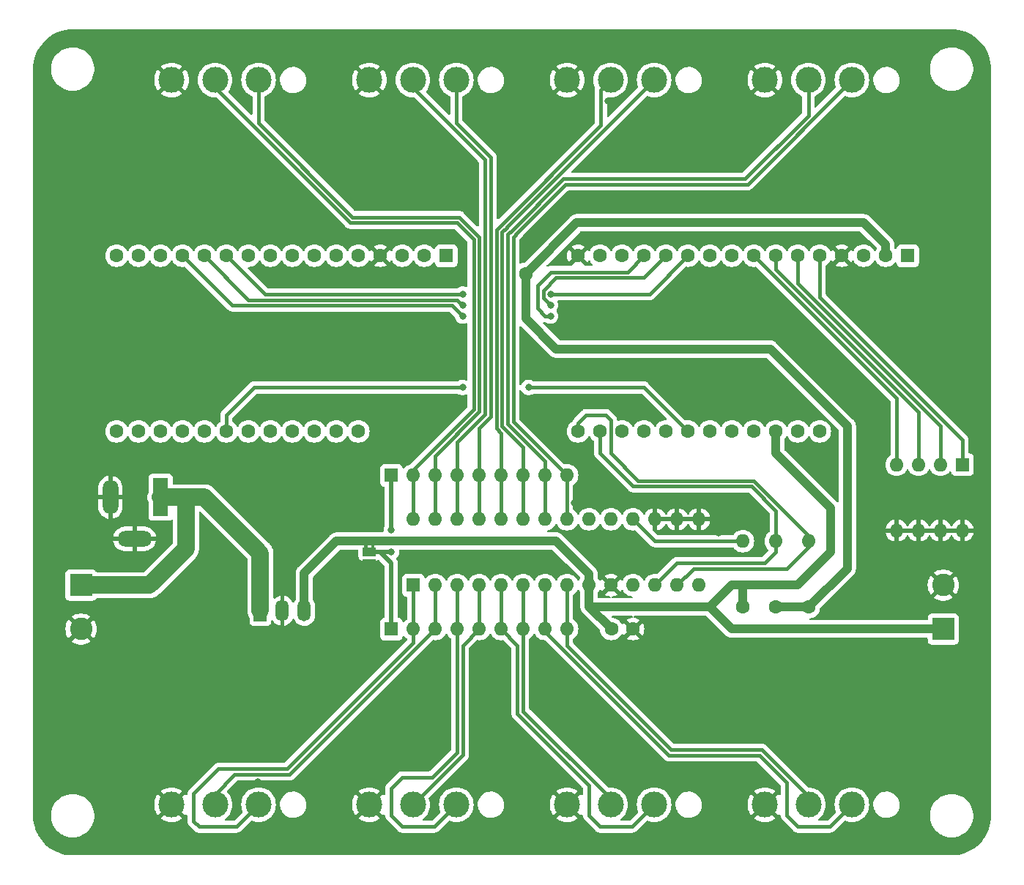
<source format=gtl>
G04 #@! TF.GenerationSoftware,KiCad,Pcbnew,7.0.5-0*
G04 #@! TF.CreationDate,2023-11-04T22:15:26-04:00*
G04 #@! TF.ProjectId,track_sensor_board,74726163-6b5f-4736-956e-736f725f626f,rev?*
G04 #@! TF.SameCoordinates,Original*
G04 #@! TF.FileFunction,Copper,L1,Top*
G04 #@! TF.FilePolarity,Positive*
%FSLAX46Y46*%
G04 Gerber Fmt 4.6, Leading zero omitted, Abs format (unit mm)*
G04 Created by KiCad (PCBNEW 7.0.5-0) date 2023-11-04 22:15:26*
%MOMM*%
%LPD*%
G01*
G04 APERTURE LIST*
G04 Aperture macros list*
%AMFreePoly0*
4,1,19,0.550000,-0.750000,0.000000,-0.750000,0.000000,-0.744911,-0.071157,-0.744911,-0.207708,-0.704816,-0.327430,-0.627875,-0.420627,-0.520320,-0.479746,-0.390866,-0.500000,-0.250000,-0.500000,0.250000,-0.479746,0.390866,-0.420627,0.520320,-0.327430,0.627875,-0.207708,0.704816,-0.071157,0.744911,0.000000,0.744911,0.000000,0.750000,0.550000,0.750000,0.550000,-0.750000,0.550000,-0.750000,
$1*%
%AMFreePoly1*
4,1,19,0.000000,0.744911,0.071157,0.744911,0.207708,0.704816,0.327430,0.627875,0.420627,0.520320,0.479746,0.390866,0.500000,0.250000,0.500000,-0.250000,0.479746,-0.390866,0.420627,-0.520320,0.327430,-0.627875,0.207708,-0.704816,0.071157,-0.744911,0.000000,-0.744911,0.000000,-0.750000,-0.550000,-0.750000,-0.550000,0.750000,0.000000,0.750000,0.000000,0.744911,0.000000,0.744911,
$1*%
G04 Aperture macros list end*
G04 #@! TA.AperFunction,ComponentPad*
%ADD10C,3.000000*%
G04 #@! TD*
G04 #@! TA.AperFunction,ComponentPad*
%ADD11R,1.600000X1.600000*%
G04 #@! TD*
G04 #@! TA.AperFunction,ComponentPad*
%ADD12O,1.600000X1.600000*%
G04 #@! TD*
G04 #@! TA.AperFunction,ComponentPad*
%ADD13R,2.600000X2.600000*%
G04 #@! TD*
G04 #@! TA.AperFunction,ComponentPad*
%ADD14C,2.600000*%
G04 #@! TD*
G04 #@! TA.AperFunction,ComponentPad*
%ADD15C,1.600000*%
G04 #@! TD*
G04 #@! TA.AperFunction,ComponentPad*
%ADD16R,1.500000X2.500000*%
G04 #@! TD*
G04 #@! TA.AperFunction,ComponentPad*
%ADD17O,1.500000X2.500000*%
G04 #@! TD*
G04 #@! TA.AperFunction,SMDPad,CuDef*
%ADD18FreePoly0,270.000000*%
G04 #@! TD*
G04 #@! TA.AperFunction,SMDPad,CuDef*
%ADD19R,1.500000X1.000000*%
G04 #@! TD*
G04 #@! TA.AperFunction,SMDPad,CuDef*
%ADD20FreePoly1,270.000000*%
G04 #@! TD*
G04 #@! TA.AperFunction,ComponentPad*
%ADD21R,1.800000X4.400000*%
G04 #@! TD*
G04 #@! TA.AperFunction,ComponentPad*
%ADD22O,1.800000X4.000000*%
G04 #@! TD*
G04 #@! TA.AperFunction,ComponentPad*
%ADD23O,4.000000X1.800000*%
G04 #@! TD*
G04 #@! TA.AperFunction,ViaPad*
%ADD24C,1.600000*%
G04 #@! TD*
G04 #@! TA.AperFunction,ViaPad*
%ADD25C,0.800000*%
G04 #@! TD*
G04 #@! TA.AperFunction,Conductor*
%ADD26C,1.000000*%
G04 #@! TD*
G04 #@! TA.AperFunction,Conductor*
%ADD27C,0.400000*%
G04 #@! TD*
G04 #@! TA.AperFunction,Conductor*
%ADD28C,0.500000*%
G04 #@! TD*
G04 #@! TA.AperFunction,Conductor*
%ADD29C,2.000000*%
G04 #@! TD*
G04 APERTURE END LIST*
G04 #@! TA.AperFunction,EtchedComponent*
G36*
X131410000Y-108820000D02*
G01*
X131010000Y-108820000D01*
X131010000Y-108320000D01*
X131410000Y-108320000D01*
X131410000Y-108820000D01*
G37*
G04 #@! TD.AperFunction*
G04 #@! TA.AperFunction,EtchedComponent*
G36*
X130610000Y-108820000D02*
G01*
X130210000Y-108820000D01*
X130210000Y-108320000D01*
X130610000Y-108320000D01*
X130610000Y-108820000D01*
G37*
G04 #@! TD.AperFunction*
D10*
X186588400Y-54610000D03*
X181559200Y-54610000D03*
X176530000Y-54610000D03*
D11*
X135890000Y-113030000D03*
D12*
X138430000Y-113030000D03*
X140970000Y-113030000D03*
X143510000Y-113030000D03*
X146050000Y-113030000D03*
X148590000Y-113030000D03*
X151130000Y-113030000D03*
X153670000Y-113030000D03*
X156210000Y-113030000D03*
X158750000Y-113030000D03*
X161290000Y-113030000D03*
X163830000Y-113030000D03*
X166370000Y-113030000D03*
X168910000Y-113030000D03*
X168910000Y-105410000D03*
X166370000Y-105410000D03*
X163830000Y-105410000D03*
X161290000Y-105410000D03*
X158750000Y-105410000D03*
X156210000Y-105410000D03*
X153670000Y-105410000D03*
X151130000Y-105410000D03*
X148590000Y-105410000D03*
X146050000Y-105410000D03*
X143510000Y-105410000D03*
X140970000Y-105410000D03*
X138430000Y-105410000D03*
X135890000Y-105410000D03*
D13*
X97485000Y-113030000D03*
D14*
X97485000Y-118110000D03*
D10*
X186588400Y-138430000D03*
X181559200Y-138430000D03*
X176530000Y-138430000D03*
D11*
X193040000Y-74930000D03*
D15*
X190500000Y-74930000D03*
X187960000Y-74930000D03*
X185420000Y-74930000D03*
X182880000Y-74930000D03*
X180340000Y-74930000D03*
X177800000Y-74930000D03*
X175260000Y-74930000D03*
X172720000Y-74930000D03*
X170180000Y-74930000D03*
X167640000Y-74930000D03*
X165100000Y-74930000D03*
X162560000Y-74930000D03*
X160020000Y-74930000D03*
X157480000Y-74930000D03*
X154940000Y-74930000D03*
X154940000Y-95250000D03*
X157480000Y-95250000D03*
X160020000Y-95250000D03*
X162560000Y-95250000D03*
X165100000Y-95250000D03*
X167640000Y-95250000D03*
X170180000Y-95250000D03*
X172720000Y-95250000D03*
X175260000Y-95250000D03*
X177800000Y-95250000D03*
X180340000Y-95250000D03*
X182880000Y-95250000D03*
X181610000Y-115570000D03*
D12*
X181610000Y-107950000D03*
D10*
X118008400Y-54610000D03*
X112979200Y-54610000D03*
X107950000Y-54610000D03*
D11*
X199380000Y-99102500D03*
D12*
X196840000Y-99102500D03*
X194300000Y-99102500D03*
X191760000Y-99102500D03*
X191760000Y-106722500D03*
X194300000Y-106722500D03*
X196840000Y-106722500D03*
X199380000Y-106722500D03*
D10*
X140868400Y-54610000D03*
X135839200Y-54610000D03*
X130810000Y-54610000D03*
D11*
X133350000Y-100330000D03*
D12*
X135890000Y-100330000D03*
X138430000Y-100330000D03*
X140970000Y-100330000D03*
X143510000Y-100330000D03*
X146050000Y-100330000D03*
X148590000Y-100330000D03*
X151130000Y-100330000D03*
X153670000Y-100330000D03*
D10*
X163728400Y-138430000D03*
X158699200Y-138430000D03*
X153670000Y-138430000D03*
X163728400Y-54610000D03*
X158699200Y-54610000D03*
X153670000Y-54610000D03*
D16*
X118217500Y-115982500D03*
D17*
X120757500Y-115982500D03*
X123297500Y-115982500D03*
D13*
X197155000Y-118109999D03*
D14*
X197155000Y-113029999D03*
D18*
X130810000Y-107920000D03*
D19*
X130810000Y-109220000D03*
D20*
X130810000Y-110520000D03*
D21*
X106680000Y-102870000D03*
D22*
X100880000Y-102870000D03*
D23*
X103680000Y-107670000D03*
D15*
X173990000Y-115570000D03*
D12*
X173990000Y-107950000D03*
D11*
X133350000Y-118110000D03*
D12*
X135890000Y-118110000D03*
X138430000Y-118110000D03*
X140970000Y-118110000D03*
X143510000Y-118110000D03*
X146050000Y-118110000D03*
X148590000Y-118110000D03*
X151130000Y-118110000D03*
X153670000Y-118110000D03*
D10*
X140868400Y-138430000D03*
X135839200Y-138430000D03*
X130810000Y-138430000D03*
X118008400Y-138430000D03*
X112979200Y-138430000D03*
X107950000Y-138430000D03*
D11*
X139700000Y-74930000D03*
D15*
X137160000Y-74930000D03*
X134620000Y-74930000D03*
X132080000Y-74930000D03*
X129540000Y-74930000D03*
X127000000Y-74930000D03*
X124460000Y-74930000D03*
X121920000Y-74930000D03*
X119380000Y-74930000D03*
X116840000Y-74930000D03*
X114300000Y-74930000D03*
X111760000Y-74930000D03*
X109220000Y-74930000D03*
X106680000Y-74930000D03*
X104140000Y-74930000D03*
X101600000Y-74930000D03*
X101600000Y-95250000D03*
X104140000Y-95250000D03*
X106680000Y-95250000D03*
X109220000Y-95250000D03*
X111760000Y-95250000D03*
X114300000Y-95250000D03*
X116840000Y-95250000D03*
X119380000Y-95250000D03*
X121920000Y-95250000D03*
X124460000Y-95250000D03*
X127000000Y-95250000D03*
X129540000Y-95250000D03*
X158790000Y-118110000D03*
X161290000Y-118110000D03*
X177800000Y-115570000D03*
D12*
X177800000Y-107950000D03*
D24*
X148885261Y-77012700D03*
D25*
X127233036Y-77388251D03*
X164046768Y-57528968D03*
X115386548Y-52154966D03*
X198120000Y-129540000D03*
X158429228Y-57068514D03*
X171169771Y-58822191D03*
X106680000Y-119380000D03*
X170625925Y-69093078D03*
X116840000Y-99060000D03*
X127000000Y-99060000D03*
X172720000Y-88900000D03*
X162560000Y-88900000D03*
X193675000Y-82550000D03*
X174945027Y-56959195D03*
X138369768Y-52455235D03*
X154523500Y-103505000D03*
X127000000Y-88900000D03*
X158872717Y-109199642D03*
X147637469Y-131445000D03*
X96145564Y-108432515D03*
X105485928Y-88884851D03*
X99955982Y-117876678D03*
X124627940Y-58420000D03*
X184150000Y-73025000D03*
X96520000Y-88900000D03*
X116840000Y-88900000D03*
X111760000Y-119380000D03*
X101600000Y-135255000D03*
X116840000Y-119380000D03*
X136525000Y-93345000D03*
X117895228Y-135790742D03*
X147498685Y-62115729D03*
X152400000Y-88900000D03*
X121920000Y-119380000D03*
X167640000Y-119380000D03*
X160655000Y-92710000D03*
X171450000Y-80645000D03*
X151765000Y-93345000D03*
X193040000Y-109220000D03*
X149771586Y-72977517D03*
X103927324Y-102446546D03*
X121920000Y-105410000D03*
X201295000Y-95885000D03*
X141605000Y-135890000D03*
X128474072Y-113536897D03*
X124991204Y-135327907D03*
X186093378Y-114840710D03*
X112395000Y-109220000D03*
X95397318Y-102222072D03*
X187254180Y-135494609D03*
X171181797Y-107008594D03*
X143426876Y-109837900D03*
X100330000Y-59690000D03*
X186652245Y-57471724D03*
X137160000Y-88900000D03*
X187960000Y-93345000D03*
X96520000Y-78740000D03*
X165004013Y-136093639D03*
X150198158Y-120492246D03*
X139065000Y-120650000D03*
X96520000Y-93980000D03*
X198120000Y-124460000D03*
X141605000Y-79375000D03*
X151765000Y-79375000D03*
X141605000Y-80645000D03*
X151765000Y-80645000D03*
X141605000Y-81915000D03*
X151765000Y-81915000D03*
X149225000Y-90170000D03*
X141605000Y-90170000D03*
X133350000Y-109220000D03*
X133350000Y-106680000D03*
D26*
X148885261Y-77012700D02*
X154777961Y-71120000D01*
X186055000Y-94615000D02*
X186055000Y-111125000D01*
X181610000Y-115570000D02*
X177800000Y-115570000D01*
X154777961Y-71120000D02*
X187960000Y-71120000D01*
X148885261Y-82210261D02*
X152400000Y-85725000D01*
X187960000Y-71120000D02*
X190500000Y-73660000D01*
X186055000Y-111125000D02*
X181610000Y-115570000D01*
X148885261Y-77012700D02*
X148885261Y-82210261D01*
X152400000Y-85725000D02*
X177165000Y-85725000D01*
X177165000Y-85725000D02*
X186055000Y-94615000D01*
X190500000Y-73660000D02*
X190500000Y-74930000D01*
D27*
X140335000Y-79375000D02*
X141605000Y-79375000D01*
X118745000Y-79375000D02*
X140335000Y-79375000D01*
X163195000Y-79375000D02*
X167640000Y-74930000D01*
X114300000Y-74930000D02*
X118745000Y-79375000D01*
X151765000Y-79375000D02*
X163195000Y-79375000D01*
X152400000Y-77470000D02*
X162560000Y-77470000D01*
X111760000Y-74930000D02*
X116859000Y-80029000D01*
X140989000Y-80029000D02*
X141605000Y-80645000D01*
X162560000Y-77470000D02*
X165100000Y-74930000D01*
X127000000Y-80029000D02*
X140989000Y-80029000D01*
X150911000Y-78959000D02*
X152400000Y-77470000D01*
X150911000Y-79791000D02*
X150911000Y-78959000D01*
X151765000Y-80645000D02*
X150911000Y-79791000D01*
X116859000Y-80029000D02*
X127000000Y-80029000D01*
X135890000Y-80683000D02*
X140373000Y-80683000D01*
X151784000Y-76816000D02*
X160674000Y-76816000D01*
X109220000Y-74930000D02*
X114973000Y-80683000D01*
X151130000Y-81915000D02*
X150257000Y-81042000D01*
X160674000Y-76816000D02*
X162560000Y-74930000D01*
X150257000Y-78343000D02*
X151784000Y-76816000D01*
X151765000Y-81915000D02*
X151130000Y-81915000D01*
X114973000Y-80683000D02*
X135890000Y-80683000D01*
X140373000Y-80683000D02*
X141605000Y-81915000D01*
X150257000Y-81042000D02*
X150257000Y-78343000D01*
X162560000Y-90170000D02*
X167640000Y-95250000D01*
X117475000Y-90170000D02*
X141605000Y-90170000D01*
X114300000Y-93345000D02*
X116205000Y-91440000D01*
X116205000Y-91440000D02*
X117475000Y-90170000D01*
X149225000Y-90170000D02*
X162560000Y-90170000D01*
X114300000Y-95250000D02*
X114300000Y-93345000D01*
X155892500Y-93345000D02*
X154940000Y-94297500D01*
X181610000Y-107315000D02*
X175241000Y-100946000D01*
X166370000Y-113030000D02*
X168275000Y-111125000D01*
X175241000Y-100946000D02*
X161906000Y-100946000D01*
X179070000Y-111125000D02*
X181610000Y-108585000D01*
X158115000Y-93345000D02*
X155892500Y-93345000D01*
X161906000Y-100946000D02*
X158750000Y-97790000D01*
X158750000Y-97790000D02*
X158750000Y-93980000D01*
X168275000Y-111125000D02*
X179070000Y-111125000D01*
X181610000Y-107950000D02*
X181610000Y-107315000D01*
X154940000Y-94297500D02*
X154940000Y-95250000D01*
X158750000Y-93980000D02*
X158115000Y-93345000D01*
X181610000Y-108585000D02*
X181610000Y-108169000D01*
X176530000Y-110471000D02*
X166389000Y-110471000D01*
X177800000Y-109201000D02*
X176530000Y-110471000D01*
X177800000Y-107950000D02*
X177800000Y-104429896D01*
X166389000Y-110471000D02*
X163830000Y-113030000D01*
X161290000Y-101600000D02*
X157480000Y-97790000D01*
X177800000Y-104429896D02*
X174970104Y-101600000D01*
X177800000Y-107950000D02*
X177800000Y-109201000D01*
X174970104Y-101600000D02*
X161290000Y-101600000D01*
X157480000Y-97790000D02*
X157480000Y-95250000D01*
D26*
X130810000Y-107920000D02*
X152370000Y-107920000D01*
X130810000Y-107920000D02*
X130780000Y-107950000D01*
X173990000Y-113030000D02*
X180340000Y-113030000D01*
X184150000Y-109220000D02*
X184150000Y-104140000D01*
X152370000Y-107920000D02*
X156210000Y-111760000D01*
X123297500Y-115982500D02*
X123297500Y-111652500D01*
X170180000Y-115570000D02*
X156250000Y-115570000D01*
X123297500Y-111652500D02*
X127000000Y-107950000D01*
X156250000Y-115570000D02*
X156210000Y-115530000D01*
X177800000Y-97790000D02*
X177800000Y-95250000D01*
X184150000Y-104140000D02*
X177800000Y-97790000D01*
X173990000Y-113030000D02*
X173990000Y-115570000D01*
X170180000Y-115570000D02*
X172719999Y-118109999D01*
X170180000Y-115570000D02*
X172720000Y-113030000D01*
X172720000Y-113030000D02*
X173990000Y-113030000D01*
X156210000Y-113030000D02*
X156210000Y-115530000D01*
X156210000Y-113030000D02*
X156210000Y-111760000D01*
X156210000Y-115530000D02*
X158790000Y-118110000D01*
X130780000Y-107950000D02*
X127000000Y-107950000D01*
X180340000Y-113030000D02*
X184150000Y-109220000D01*
X172719999Y-118109999D02*
X197155000Y-118109999D01*
D27*
X153670000Y-120015000D02*
X165716000Y-132061000D01*
X176165896Y-132061000D02*
X181559200Y-137454304D01*
X181559200Y-137454304D02*
X181559200Y-138430000D01*
X165716000Y-132061000D02*
X176165896Y-132061000D01*
X153670000Y-113030000D02*
X153670000Y-118110000D01*
X153670000Y-118110000D02*
X153670000Y-120015000D01*
X184048400Y-140970000D02*
X186588400Y-138430000D01*
X179070000Y-139700000D02*
X180340000Y-140970000D01*
X151130000Y-118110000D02*
X151130000Y-118399896D01*
X151130000Y-113030000D02*
X151130000Y-118110000D01*
X179070000Y-135890000D02*
X179070000Y-139700000D01*
X175895000Y-132715000D02*
X179070000Y-135890000D01*
X165445104Y-132715000D02*
X175895000Y-132715000D01*
X180340000Y-140970000D02*
X184048400Y-140970000D01*
X151130000Y-118399896D02*
X165445104Y-132715000D01*
X148590000Y-127635000D02*
X158699200Y-137744200D01*
X148590000Y-113030000D02*
X148590000Y-118110000D01*
X158699200Y-137744200D02*
X158699200Y-138430000D01*
X148590000Y-118110000D02*
X148590000Y-127635000D01*
X146050000Y-113030000D02*
X146050000Y-118110000D01*
X156210000Y-139700000D02*
X157480000Y-140970000D01*
X157480000Y-140970000D02*
X161188400Y-140970000D01*
X156210000Y-136179896D02*
X156210000Y-139700000D01*
X161188400Y-140970000D02*
X163728400Y-138430000D01*
X146050000Y-118110000D02*
X147936000Y-119996000D01*
X147936000Y-127905896D02*
X156210000Y-136179896D01*
X147936000Y-119996000D02*
X147936000Y-127905896D01*
X143510000Y-118110000D02*
X141624000Y-119996000D01*
X141624000Y-119996000D02*
X141624000Y-132645200D01*
X141624000Y-132645200D02*
X135839200Y-138430000D01*
X143510000Y-113030000D02*
X143510000Y-118110000D01*
X140970000Y-118110000D02*
X140970000Y-132374304D01*
X138089304Y-135255000D02*
X134620000Y-135255000D01*
X134620000Y-135255000D02*
X133350000Y-136525000D01*
X134620000Y-140970000D02*
X138328400Y-140970000D01*
X133350000Y-139700000D02*
X134620000Y-140970000D01*
X140970000Y-113030000D02*
X140970000Y-118110000D01*
X133350000Y-136525000D02*
X133350000Y-139700000D01*
X140970000Y-132374304D02*
X138089304Y-135255000D01*
X138328400Y-140970000D02*
X140868400Y-138430000D01*
X138430000Y-113030000D02*
X138430000Y-118110000D01*
X121603258Y-134936742D02*
X115253258Y-134936742D01*
X138430000Y-118110000D02*
X121603258Y-134936742D01*
X112979200Y-137210800D02*
X112979200Y-138430000D01*
X115253258Y-134936742D02*
X112979200Y-137210800D01*
X111125000Y-140970000D02*
X115468400Y-140970000D01*
X135890000Y-119725104D02*
X121332362Y-134282742D01*
X135890000Y-113030000D02*
X135890000Y-118110000D01*
X121332362Y-134282742D02*
X113367258Y-134282742D01*
X115468400Y-140970000D02*
X118008400Y-138430000D01*
X110490000Y-140335000D02*
X111125000Y-140970000D01*
X135890000Y-118110000D02*
X135890000Y-119725104D01*
X110490000Y-137160000D02*
X110490000Y-140335000D01*
X113367258Y-134282742D02*
X110490000Y-137160000D01*
X163830000Y-107950000D02*
X173990000Y-107950000D01*
X161290000Y-105410000D02*
X163830000Y-107950000D01*
X153513192Y-66675000D02*
X174523400Y-66675000D01*
X147453000Y-72754104D02*
X148012000Y-72195104D01*
X174523400Y-66675000D02*
X186588400Y-54610000D01*
X153670000Y-105410000D02*
X153670000Y-100330000D01*
X147453000Y-94113000D02*
X147453000Y-72754104D01*
X148012000Y-72195104D02*
X148012000Y-72176192D01*
X148012000Y-72176192D02*
X153513192Y-66675000D01*
X153670000Y-100330000D02*
X147453000Y-94113000D01*
X153242296Y-66021000D02*
X147358000Y-71905296D01*
X181559200Y-58714304D02*
X174252504Y-66021000D01*
X174252504Y-66021000D02*
X153242296Y-66021000D01*
X151130000Y-105410000D02*
X151130000Y-100330000D01*
X146799000Y-72483208D02*
X146799000Y-94383896D01*
X151130000Y-98714896D02*
X151130000Y-100330000D01*
X147358000Y-71905296D02*
X147358000Y-71924208D01*
X147358000Y-71924208D02*
X146799000Y-72483208D01*
X181559200Y-54610000D02*
X181559200Y-58714304D01*
X146799000Y-94383896D02*
X151130000Y-98714896D01*
X148590000Y-105410000D02*
X148590000Y-100330000D01*
X148590000Y-97099792D02*
X146145000Y-94654792D01*
X146704000Y-71653312D02*
X146704000Y-71634400D01*
X146704000Y-71634400D02*
X163728400Y-54610000D01*
X148590000Y-100330000D02*
X148590000Y-97099792D01*
X146145000Y-94654792D02*
X146145000Y-72212312D01*
X146145000Y-72212312D02*
X146704000Y-71653312D01*
X157575228Y-55733972D02*
X158699200Y-54610000D01*
X157575228Y-59838276D02*
X157575228Y-55733972D01*
X145491000Y-71922504D02*
X157575228Y-59838276D01*
X145491000Y-94925688D02*
X145491000Y-71922504D01*
X146050000Y-95484688D02*
X145491000Y-94925688D01*
X146050000Y-100330000D02*
X146050000Y-95484688D01*
X146050000Y-105410000D02*
X146050000Y-100330000D01*
X143510000Y-105410000D02*
X143510000Y-100330000D01*
X143510000Y-94849688D02*
X144837000Y-93522688D01*
X140868400Y-59588400D02*
X140868400Y-54610000D01*
X144837000Y-63557000D02*
X140868400Y-59588400D01*
X144837000Y-93522688D02*
X144837000Y-63557000D01*
X143510000Y-100330000D02*
X143510000Y-94849688D01*
X140970000Y-100330000D02*
X140970000Y-96464792D01*
X140970000Y-105410000D02*
X140970000Y-100330000D01*
X144183000Y-93251792D02*
X144183000Y-63827896D01*
X140970000Y-96464792D02*
X144183000Y-93251792D01*
X144183000Y-63827896D02*
X135839200Y-55484096D01*
X135839200Y-55484096D02*
X135839200Y-54610000D01*
X143529000Y-92980896D02*
X143529000Y-72754104D01*
X128886000Y-70466000D02*
X118008400Y-59588400D01*
X143529000Y-72754104D02*
X141240896Y-70466000D01*
X118008400Y-59588400D02*
X118008400Y-54610000D01*
X138430000Y-105410000D02*
X138430000Y-100330000D01*
X138430000Y-100330000D02*
X138430000Y-98079896D01*
X138430000Y-98079896D02*
X143529000Y-92980896D01*
X141240896Y-70466000D02*
X128886000Y-70466000D01*
X135890000Y-105410000D02*
X135890000Y-100330000D01*
X128615104Y-71120000D02*
X112979200Y-55484096D01*
X142875000Y-92710000D02*
X142875000Y-73025000D01*
X142875000Y-73025000D02*
X140970000Y-71120000D01*
X112979200Y-55484096D02*
X112979200Y-54610000D01*
X140970000Y-71120000D02*
X128615104Y-71120000D01*
X135890000Y-99695000D02*
X142875000Y-92710000D01*
X135890000Y-100330000D02*
X135890000Y-99695000D01*
X182880000Y-79720104D02*
X199380000Y-96220104D01*
X182880000Y-74930000D02*
X182880000Y-79720104D01*
X199380000Y-96220104D02*
X199380000Y-99102500D01*
X196840000Y-99102500D02*
X196840000Y-94605000D01*
X180340000Y-78105000D02*
X180340000Y-74930000D01*
X196840000Y-94605000D02*
X180340000Y-78105000D01*
X177800000Y-76545104D02*
X194300000Y-93045104D01*
X177800000Y-74930000D02*
X177800000Y-76545104D01*
X194300000Y-93045104D02*
X194300000Y-99102500D01*
X175260000Y-74930000D02*
X191760000Y-91430000D01*
X191760000Y-91430000D02*
X191760000Y-99102500D01*
D28*
X133350000Y-110490000D02*
X133350000Y-118110000D01*
X132080000Y-109220000D02*
X133350000Y-109220000D01*
X133350000Y-106680000D02*
X133350000Y-100330000D01*
X132080000Y-109220000D02*
X133350000Y-110490000D01*
X130810000Y-109220000D02*
X132080000Y-109220000D01*
D29*
X111760000Y-102870000D02*
X118217500Y-109327500D01*
X118217500Y-109327500D02*
X118217500Y-115982500D01*
X105410000Y-113030000D02*
X109611552Y-108828448D01*
X109611552Y-108828448D02*
X109611552Y-102870000D01*
X109611552Y-102870000D02*
X111760000Y-102870000D01*
X106680000Y-102870000D02*
X109611552Y-102870000D01*
X97485000Y-113030000D02*
X105410000Y-113030000D01*
G04 #@! TA.AperFunction,Conductor*
G36*
X161197707Y-116590185D02*
G01*
X161243462Y-116642989D01*
X161253406Y-116712147D01*
X161224381Y-116775703D01*
X161165603Y-116813477D01*
X161141475Y-116818028D01*
X161063400Y-116824858D01*
X161063389Y-116824860D01*
X160843682Y-116883730D01*
X160843673Y-116883734D01*
X160637513Y-116979868D01*
X160564527Y-117030972D01*
X160564526Y-117030973D01*
X161245600Y-117712046D01*
X161164852Y-117724835D01*
X161051955Y-117782359D01*
X160962359Y-117871955D01*
X160904835Y-117984852D01*
X160892046Y-118065599D01*
X160210973Y-117384526D01*
X160210972Y-117384527D01*
X160159868Y-117457512D01*
X160152656Y-117472979D01*
X160106482Y-117525417D01*
X160039288Y-117544567D01*
X159972407Y-117524350D01*
X159927893Y-117472976D01*
X159920568Y-117457266D01*
X159820783Y-117314757D01*
X159790045Y-117270858D01*
X159629141Y-117109954D01*
X159442734Y-116979432D01*
X159442732Y-116979431D01*
X159236497Y-116883261D01*
X159236488Y-116883258D01*
X159016697Y-116824366D01*
X159016688Y-116824364D01*
X158954903Y-116818958D01*
X158889835Y-116793504D01*
X158878032Y-116783111D01*
X158877102Y-116782181D01*
X158843617Y-116720858D01*
X158848601Y-116651166D01*
X158890473Y-116595233D01*
X158955937Y-116570816D01*
X158964783Y-116570500D01*
X161130668Y-116570500D01*
X161197707Y-116590185D01*
G37*
G04 #@! TD.AperFunction*
G04 #@! TA.AperFunction,Conductor*
G36*
X151971256Y-108940185D02*
G01*
X151991898Y-108956819D01*
X153579750Y-110544671D01*
X155142964Y-112107884D01*
X155176449Y-112169207D01*
X155171465Y-112238899D01*
X155156859Y-112266687D01*
X155079431Y-112377267D01*
X155052382Y-112435275D01*
X155006209Y-112487714D01*
X154939016Y-112506866D01*
X154872135Y-112486650D01*
X154827618Y-112435275D01*
X154820887Y-112420841D01*
X154800568Y-112377266D01*
X154670047Y-112190861D01*
X154670045Y-112190858D01*
X154509141Y-112029954D01*
X154322734Y-111899432D01*
X154322732Y-111899431D01*
X154116497Y-111803261D01*
X154116488Y-111803258D01*
X153896697Y-111744366D01*
X153896693Y-111744365D01*
X153896692Y-111744365D01*
X153896691Y-111744364D01*
X153896686Y-111744364D01*
X153670002Y-111724532D01*
X153669998Y-111724532D01*
X153443313Y-111744364D01*
X153443302Y-111744366D01*
X153223511Y-111803258D01*
X153223502Y-111803261D01*
X153017267Y-111899431D01*
X153017265Y-111899432D01*
X152830858Y-112029954D01*
X152669954Y-112190858D01*
X152539432Y-112377265D01*
X152539431Y-112377267D01*
X152512382Y-112435275D01*
X152466209Y-112487714D01*
X152399016Y-112506866D01*
X152332135Y-112486650D01*
X152287618Y-112435275D01*
X152280887Y-112420841D01*
X152260568Y-112377266D01*
X152130047Y-112190861D01*
X152130045Y-112190858D01*
X151969141Y-112029954D01*
X151782734Y-111899432D01*
X151782732Y-111899431D01*
X151576497Y-111803261D01*
X151576488Y-111803258D01*
X151356697Y-111744366D01*
X151356693Y-111744365D01*
X151356692Y-111744365D01*
X151356691Y-111744364D01*
X151356686Y-111744364D01*
X151130002Y-111724532D01*
X151129998Y-111724532D01*
X150903313Y-111744364D01*
X150903302Y-111744366D01*
X150683511Y-111803258D01*
X150683502Y-111803261D01*
X150477267Y-111899431D01*
X150477265Y-111899432D01*
X150290858Y-112029954D01*
X150129954Y-112190858D01*
X149999432Y-112377265D01*
X149999431Y-112377267D01*
X149972382Y-112435275D01*
X149926209Y-112487714D01*
X149859016Y-112506866D01*
X149792135Y-112486650D01*
X149747618Y-112435275D01*
X149740887Y-112420841D01*
X149720568Y-112377266D01*
X149590047Y-112190861D01*
X149590045Y-112190858D01*
X149429141Y-112029954D01*
X149242734Y-111899432D01*
X149242732Y-111899431D01*
X149036497Y-111803261D01*
X149036488Y-111803258D01*
X148816697Y-111744366D01*
X148816693Y-111744365D01*
X148816692Y-111744365D01*
X148816691Y-111744364D01*
X148816686Y-111744364D01*
X148590002Y-111724532D01*
X148589998Y-111724532D01*
X148363313Y-111744364D01*
X148363302Y-111744366D01*
X148143511Y-111803258D01*
X148143502Y-111803261D01*
X147937267Y-111899431D01*
X147937265Y-111899432D01*
X147750858Y-112029954D01*
X147589954Y-112190858D01*
X147459432Y-112377265D01*
X147459431Y-112377267D01*
X147432382Y-112435275D01*
X147386209Y-112487714D01*
X147319016Y-112506866D01*
X147252135Y-112486650D01*
X147207618Y-112435275D01*
X147200887Y-112420841D01*
X147180568Y-112377266D01*
X147050047Y-112190861D01*
X147050045Y-112190858D01*
X146889141Y-112029954D01*
X146702734Y-111899432D01*
X146702732Y-111899431D01*
X146496497Y-111803261D01*
X146496488Y-111803258D01*
X146276697Y-111744366D01*
X146276693Y-111744365D01*
X146276692Y-111744365D01*
X146276691Y-111744364D01*
X146276686Y-111744364D01*
X146050002Y-111724532D01*
X146049998Y-111724532D01*
X145823313Y-111744364D01*
X145823302Y-111744366D01*
X145603511Y-111803258D01*
X145603502Y-111803261D01*
X145397267Y-111899431D01*
X145397265Y-111899432D01*
X145210858Y-112029954D01*
X145049954Y-112190858D01*
X144919432Y-112377265D01*
X144919431Y-112377267D01*
X144892382Y-112435275D01*
X144846209Y-112487714D01*
X144779016Y-112506866D01*
X144712135Y-112486650D01*
X144667618Y-112435275D01*
X144660887Y-112420841D01*
X144640568Y-112377266D01*
X144510047Y-112190861D01*
X144510045Y-112190858D01*
X144349141Y-112029954D01*
X144162734Y-111899432D01*
X144162732Y-111899431D01*
X143956497Y-111803261D01*
X143956488Y-111803258D01*
X143736697Y-111744366D01*
X143736693Y-111744365D01*
X143736692Y-111744365D01*
X143736691Y-111744364D01*
X143736686Y-111744364D01*
X143510002Y-111724532D01*
X143509998Y-111724532D01*
X143283313Y-111744364D01*
X143283302Y-111744366D01*
X143063511Y-111803258D01*
X143063502Y-111803261D01*
X142857267Y-111899431D01*
X142857265Y-111899432D01*
X142670858Y-112029954D01*
X142509954Y-112190858D01*
X142379432Y-112377265D01*
X142379431Y-112377267D01*
X142352382Y-112435275D01*
X142306209Y-112487714D01*
X142239016Y-112506866D01*
X142172135Y-112486650D01*
X142127618Y-112435275D01*
X142120887Y-112420841D01*
X142100568Y-112377266D01*
X141970047Y-112190861D01*
X141970045Y-112190858D01*
X141809141Y-112029954D01*
X141622734Y-111899432D01*
X141622732Y-111899431D01*
X141416497Y-111803261D01*
X141416488Y-111803258D01*
X141196697Y-111744366D01*
X141196693Y-111744365D01*
X141196692Y-111744365D01*
X141196691Y-111744364D01*
X141196686Y-111744364D01*
X140970002Y-111724532D01*
X140969998Y-111724532D01*
X140743313Y-111744364D01*
X140743302Y-111744366D01*
X140523511Y-111803258D01*
X140523502Y-111803261D01*
X140317267Y-111899431D01*
X140317265Y-111899432D01*
X140130858Y-112029954D01*
X139969954Y-112190858D01*
X139839432Y-112377265D01*
X139839431Y-112377267D01*
X139812382Y-112435275D01*
X139766209Y-112487714D01*
X139699016Y-112506866D01*
X139632135Y-112486650D01*
X139587618Y-112435275D01*
X139580887Y-112420841D01*
X139560568Y-112377266D01*
X139430047Y-112190861D01*
X139430045Y-112190858D01*
X139269141Y-112029954D01*
X139082734Y-111899432D01*
X139082732Y-111899431D01*
X138876497Y-111803261D01*
X138876488Y-111803258D01*
X138656697Y-111744366D01*
X138656693Y-111744365D01*
X138656692Y-111744365D01*
X138656691Y-111744364D01*
X138656686Y-111744364D01*
X138430002Y-111724532D01*
X138429998Y-111724532D01*
X138203313Y-111744364D01*
X138203302Y-111744366D01*
X137983511Y-111803258D01*
X137983502Y-111803261D01*
X137777267Y-111899431D01*
X137777265Y-111899432D01*
X137590858Y-112029954D01*
X137429954Y-112190858D01*
X137412725Y-112215464D01*
X137358147Y-112259088D01*
X137288648Y-112266280D01*
X137226294Y-112234757D01*
X137190882Y-112174526D01*
X137187861Y-112157591D01*
X137185822Y-112138625D01*
X137184091Y-112122517D01*
X137184088Y-112122510D01*
X137133797Y-111987671D01*
X137133793Y-111987664D01*
X137047547Y-111872455D01*
X137047544Y-111872452D01*
X136932335Y-111786206D01*
X136932328Y-111786202D01*
X136797482Y-111735908D01*
X136797483Y-111735908D01*
X136737883Y-111729501D01*
X136737881Y-111729500D01*
X136737873Y-111729500D01*
X136737864Y-111729500D01*
X135042129Y-111729500D01*
X135042123Y-111729501D01*
X134982516Y-111735908D01*
X134847671Y-111786202D01*
X134847664Y-111786206D01*
X134732455Y-111872452D01*
X134732452Y-111872455D01*
X134646206Y-111987664D01*
X134646202Y-111987671D01*
X134595908Y-112122517D01*
X134589501Y-112182116D01*
X134589500Y-112182135D01*
X134589500Y-113877870D01*
X134589501Y-113877876D01*
X134595908Y-113937483D01*
X134646202Y-114072328D01*
X134646206Y-114072335D01*
X134732452Y-114187544D01*
X134732455Y-114187547D01*
X134847664Y-114273793D01*
X134847671Y-114273797D01*
X134888098Y-114288875D01*
X134982517Y-114324091D01*
X135042127Y-114330500D01*
X135065497Y-114330499D01*
X135132536Y-114350181D01*
X135178292Y-114402983D01*
X135189500Y-114454499D01*
X135189500Y-116948326D01*
X135169815Y-117015365D01*
X135136624Y-117049901D01*
X135050863Y-117109951D01*
X134889952Y-117270861D01*
X134872725Y-117295464D01*
X134818147Y-117339088D01*
X134748648Y-117346280D01*
X134686294Y-117314757D01*
X134650882Y-117254526D01*
X134647861Y-117237591D01*
X134645992Y-117220207D01*
X134644091Y-117202517D01*
X134615728Y-117126473D01*
X134593797Y-117067671D01*
X134593793Y-117067664D01*
X134507547Y-116952455D01*
X134507544Y-116952452D01*
X134392335Y-116866206D01*
X134392328Y-116866202D01*
X134257482Y-116815908D01*
X134257483Y-116815908D01*
X134211243Y-116810937D01*
X134146692Y-116784199D01*
X134106844Y-116726806D01*
X134100499Y-116687648D01*
X134100499Y-113679999D01*
X134100499Y-110553691D01*
X134101808Y-110535738D01*
X134105289Y-110511977D01*
X134100735Y-110459933D01*
X134100500Y-110454532D01*
X134100500Y-110446296D01*
X134100500Y-110446291D01*
X134096787Y-110414534D01*
X134096620Y-110412898D01*
X134091294Y-110352011D01*
X134089999Y-110337208D01*
X134088538Y-110330135D01*
X134088598Y-110330122D01*
X134086965Y-110322757D01*
X134086906Y-110322772D01*
X134085241Y-110315749D01*
X134085241Y-110315745D01*
X134059274Y-110244403D01*
X134058698Y-110242746D01*
X134034814Y-110170665D01*
X134034809Y-110170658D01*
X134031761Y-110164118D01*
X134031815Y-110164092D01*
X134028533Y-110157312D01*
X134028480Y-110157340D01*
X134025238Y-110150885D01*
X134025237Y-110150883D01*
X133983527Y-110087466D01*
X133982580Y-110085980D01*
X133949798Y-110032833D01*
X133931357Y-109965441D01*
X133952279Y-109898777D01*
X133963175Y-109884775D01*
X134082533Y-109752216D01*
X134177179Y-109588284D01*
X134235674Y-109408256D01*
X134255460Y-109220000D01*
X134238376Y-109057458D01*
X134250945Y-108988732D01*
X134298677Y-108937708D01*
X134361697Y-108920500D01*
X151904217Y-108920500D01*
X151971256Y-108940185D01*
G37*
G04 #@! TD.AperFunction*
G04 #@! TA.AperFunction,Conductor*
G36*
X158364835Y-113155148D02*
G01*
X158422359Y-113268045D01*
X158511955Y-113357641D01*
X158624852Y-113415165D01*
X158705599Y-113427953D01*
X158024526Y-114109025D01*
X158024526Y-114109026D01*
X158097512Y-114160131D01*
X158097516Y-114160133D01*
X158303673Y-114256265D01*
X158303682Y-114256269D01*
X158523389Y-114315139D01*
X158523400Y-114315141D01*
X158601475Y-114321972D01*
X158666544Y-114347424D01*
X158707523Y-114404015D01*
X158711401Y-114473777D01*
X158676947Y-114534561D01*
X158615100Y-114567069D01*
X158590668Y-114569500D01*
X157334500Y-114569500D01*
X157267461Y-114549815D01*
X157221706Y-114497011D01*
X157210500Y-114445500D01*
X157210500Y-113907588D01*
X157230185Y-113840549D01*
X157232925Y-113836465D01*
X157235328Y-113833033D01*
X157340568Y-113682734D01*
X157367895Y-113624129D01*
X157414064Y-113571695D01*
X157481257Y-113552542D01*
X157548139Y-113572757D01*
X157592657Y-113624133D01*
X157619865Y-113682481D01*
X157619866Y-113682483D01*
X157670973Y-113755471D01*
X157670974Y-113755472D01*
X158352046Y-113074399D01*
X158364835Y-113155148D01*
G37*
G04 #@! TD.AperFunction*
G04 #@! TA.AperFunction,Conductor*
G36*
X159829025Y-113755472D02*
G01*
X159880133Y-113682482D01*
X159907341Y-113624135D01*
X159953513Y-113571696D01*
X160020707Y-113552543D01*
X160087588Y-113572758D01*
X160132105Y-113624132D01*
X160159432Y-113682734D01*
X160210363Y-113755471D01*
X160289954Y-113869141D01*
X160450858Y-114030045D01*
X160478991Y-114049744D01*
X160637266Y-114160568D01*
X160843504Y-114256739D01*
X160843509Y-114256740D01*
X160843511Y-114256741D01*
X160851625Y-114258915D01*
X161063308Y-114315635D01*
X161133374Y-114321765D01*
X161135740Y-114321972D01*
X161200809Y-114347424D01*
X161241788Y-114404015D01*
X161245666Y-114473777D01*
X161211212Y-114534561D01*
X161149365Y-114567069D01*
X161124933Y-114569500D01*
X158909332Y-114569500D01*
X158842293Y-114549815D01*
X158796538Y-114497011D01*
X158786594Y-114427853D01*
X158815619Y-114364297D01*
X158874397Y-114326523D01*
X158898525Y-114321972D01*
X158976599Y-114315141D01*
X158976610Y-114315139D01*
X159196317Y-114256269D01*
X159196331Y-114256264D01*
X159402478Y-114160136D01*
X159475472Y-114109025D01*
X158794401Y-113427953D01*
X158875148Y-113415165D01*
X158988045Y-113357641D01*
X159077641Y-113268045D01*
X159135165Y-113155148D01*
X159147953Y-113074400D01*
X159829025Y-113755472D01*
G37*
G04 #@! TD.AperFunction*
G04 #@! TA.AperFunction,Conductor*
G36*
X148358703Y-90475534D02*
G01*
X148395431Y-90530930D01*
X148397817Y-90538275D01*
X148397821Y-90538284D01*
X148492467Y-90702216D01*
X148619129Y-90842887D01*
X148619129Y-90842888D01*
X148772265Y-90954148D01*
X148772270Y-90954151D01*
X148945192Y-91031142D01*
X148945197Y-91031144D01*
X149130354Y-91070500D01*
X149130355Y-91070500D01*
X149319644Y-91070500D01*
X149319646Y-91070500D01*
X149504803Y-91031144D01*
X149677730Y-90954151D01*
X149742877Y-90906819D01*
X149760271Y-90894182D01*
X149826077Y-90870702D01*
X149833156Y-90870500D01*
X162218481Y-90870500D01*
X162285520Y-90890185D01*
X162306162Y-90906819D01*
X165136222Y-93736879D01*
X165169707Y-93798202D01*
X165164723Y-93867894D01*
X165122851Y-93923827D01*
X165059349Y-93948088D01*
X164873312Y-93964364D01*
X164873302Y-93964366D01*
X164653511Y-94023258D01*
X164653502Y-94023261D01*
X164447267Y-94119431D01*
X164447265Y-94119432D01*
X164260858Y-94249954D01*
X164099954Y-94410858D01*
X163969432Y-94597265D01*
X163969431Y-94597267D01*
X163942382Y-94655275D01*
X163896209Y-94707714D01*
X163829016Y-94726866D01*
X163762135Y-94706650D01*
X163717618Y-94655275D01*
X163717618Y-94655274D01*
X163690568Y-94597266D01*
X163560047Y-94410861D01*
X163560045Y-94410858D01*
X163399141Y-94249954D01*
X163212734Y-94119432D01*
X163212732Y-94119431D01*
X163006497Y-94023261D01*
X163006488Y-94023258D01*
X162786697Y-93964366D01*
X162786693Y-93964365D01*
X162786692Y-93964365D01*
X162786691Y-93964364D01*
X162786686Y-93964364D01*
X162560002Y-93944532D01*
X162559998Y-93944532D01*
X162333313Y-93964364D01*
X162333302Y-93964366D01*
X162113511Y-94023258D01*
X162113502Y-94023261D01*
X161907267Y-94119431D01*
X161907265Y-94119432D01*
X161720858Y-94249954D01*
X161559954Y-94410858D01*
X161429432Y-94597265D01*
X161429431Y-94597267D01*
X161402382Y-94655275D01*
X161356209Y-94707714D01*
X161289016Y-94726866D01*
X161222135Y-94706650D01*
X161177618Y-94655275D01*
X161177618Y-94655274D01*
X161150568Y-94597266D01*
X161020047Y-94410861D01*
X161020045Y-94410858D01*
X160859141Y-94249954D01*
X160672734Y-94119432D01*
X160672732Y-94119431D01*
X160466497Y-94023261D01*
X160466488Y-94023258D01*
X160246697Y-93964366D01*
X160246693Y-93964365D01*
X160246692Y-93964365D01*
X160246691Y-93964364D01*
X160246686Y-93964364D01*
X160020002Y-93944532D01*
X160019998Y-93944532D01*
X159793313Y-93964364D01*
X159793302Y-93964366D01*
X159604766Y-94014883D01*
X159534916Y-94013220D01*
X159477053Y-93974057D01*
X159450704Y-93917457D01*
X159443176Y-93876376D01*
X159442613Y-93872674D01*
X159437379Y-93829571D01*
X159435140Y-93811128D01*
X159431548Y-93801656D01*
X159425521Y-93780034D01*
X159423695Y-93770069D01*
X159398224Y-93713476D01*
X159396817Y-93710079D01*
X159374818Y-93652070D01*
X159374816Y-93652068D01*
X159374816Y-93652066D01*
X159369062Y-93643731D01*
X159358034Y-93624177D01*
X159353881Y-93614949D01*
X159353878Y-93614945D01*
X159353878Y-93614944D01*
X159315626Y-93566120D01*
X159313416Y-93563115D01*
X159311011Y-93559631D01*
X159278183Y-93512071D01*
X159231742Y-93470928D01*
X159229048Y-93468392D01*
X158626598Y-92865941D01*
X158624064Y-92863250D01*
X158582929Y-92816817D01*
X158582928Y-92816816D01*
X158582924Y-92816812D01*
X158531896Y-92781591D01*
X158528887Y-92779377D01*
X158480060Y-92741124D01*
X158480055Y-92741120D01*
X158470813Y-92736961D01*
X158451266Y-92725936D01*
X158442931Y-92720183D01*
X158442932Y-92720183D01*
X158442930Y-92720182D01*
X158384941Y-92698189D01*
X158381490Y-92696759D01*
X158324930Y-92671304D01*
X158314946Y-92669474D01*
X158293343Y-92663451D01*
X158283874Y-92659860D01*
X158283870Y-92659859D01*
X158222313Y-92652384D01*
X158218612Y-92651821D01*
X158157608Y-92640642D01*
X158157603Y-92640642D01*
X158095697Y-92644387D01*
X158091952Y-92644500D01*
X155915536Y-92644500D01*
X155911792Y-92644387D01*
X155849897Y-92640643D01*
X155849890Y-92640643D01*
X155788902Y-92651819D01*
X155785201Y-92652382D01*
X155723625Y-92659860D01*
X155714142Y-92663456D01*
X155692538Y-92669478D01*
X155691035Y-92669754D01*
X155682565Y-92671306D01*
X155682563Y-92671307D01*
X155626027Y-92696752D01*
X155622569Y-92698184D01*
X155564569Y-92720182D01*
X155556224Y-92725942D01*
X155536683Y-92736964D01*
X155527444Y-92741122D01*
X155527439Y-92741125D01*
X155478621Y-92779370D01*
X155475606Y-92781589D01*
X155424572Y-92816816D01*
X155424565Y-92816822D01*
X155383442Y-92863240D01*
X155380875Y-92865966D01*
X154460966Y-93785875D01*
X154458240Y-93788442D01*
X154411818Y-93829568D01*
X154376586Y-93880609D01*
X154374368Y-93883624D01*
X154336124Y-93932439D01*
X154336119Y-93932448D01*
X154331960Y-93941688D01*
X154320942Y-93961223D01*
X154315187Y-93969561D01*
X154315183Y-93969567D01*
X154315182Y-93969570D01*
X154315180Y-93969574D01*
X154315179Y-93969577D01*
X154293189Y-94027555D01*
X154291757Y-94031013D01*
X154266304Y-94087569D01*
X154265689Y-94090928D01*
X154264560Y-94093166D01*
X154264075Y-94094725D01*
X154263815Y-94094644D01*
X154234237Y-94153318D01*
X154214846Y-94170140D01*
X154100856Y-94249956D01*
X153939954Y-94410858D01*
X153809432Y-94597265D01*
X153809431Y-94597267D01*
X153713261Y-94803502D01*
X153713258Y-94803511D01*
X153654366Y-95023302D01*
X153654364Y-95023313D01*
X153634532Y-95249998D01*
X153634532Y-95250001D01*
X153654364Y-95476686D01*
X153654366Y-95476697D01*
X153713258Y-95696488D01*
X153713261Y-95696497D01*
X153809431Y-95902732D01*
X153809432Y-95902734D01*
X153939954Y-96089141D01*
X154100858Y-96250045D01*
X154100861Y-96250047D01*
X154287266Y-96380568D01*
X154493504Y-96476739D01*
X154493509Y-96476740D01*
X154493511Y-96476741D01*
X154546415Y-96490916D01*
X154713308Y-96535635D01*
X154875230Y-96549801D01*
X154939998Y-96555468D01*
X154940000Y-96555468D01*
X154940002Y-96555468D01*
X154998956Y-96550310D01*
X155166692Y-96535635D01*
X155386496Y-96476739D01*
X155592734Y-96380568D01*
X155779139Y-96250047D01*
X155940047Y-96089139D01*
X156070568Y-95902734D01*
X156097618Y-95844724D01*
X156143790Y-95792285D01*
X156210983Y-95773133D01*
X156277865Y-95793348D01*
X156322382Y-95844725D01*
X156349429Y-95902728D01*
X156349432Y-95902734D01*
X156479954Y-96089141D01*
X156640857Y-96250044D01*
X156640860Y-96250046D01*
X156640861Y-96250047D01*
X156726623Y-96310097D01*
X156770248Y-96364673D01*
X156779500Y-96411672D01*
X156779500Y-97766951D01*
X156779387Y-97770696D01*
X156775642Y-97832603D01*
X156775642Y-97832605D01*
X156786821Y-97893612D01*
X156787384Y-97897313D01*
X156794859Y-97958870D01*
X156794860Y-97958874D01*
X156798451Y-97968343D01*
X156804474Y-97989946D01*
X156806304Y-97999930D01*
X156831759Y-98056490D01*
X156833189Y-98059941D01*
X156855182Y-98117930D01*
X156855183Y-98117931D01*
X156860936Y-98126266D01*
X156871961Y-98145813D01*
X156876120Y-98155055D01*
X156876122Y-98155057D01*
X156907428Y-98195017D01*
X156914371Y-98203878D01*
X156916591Y-98206896D01*
X156951812Y-98257924D01*
X156951816Y-98257928D01*
X156951817Y-98257929D01*
X156998250Y-98299064D01*
X157000941Y-98301598D01*
X160778399Y-102079056D01*
X160780935Y-102081750D01*
X160822071Y-102128183D01*
X160873130Y-102163427D01*
X160876112Y-102165621D01*
X160924944Y-102203878D01*
X160924947Y-102203880D01*
X160924946Y-102203880D01*
X160934177Y-102208034D01*
X160953731Y-102219062D01*
X160962066Y-102224816D01*
X160962068Y-102224816D01*
X160962070Y-102224818D01*
X161020079Y-102246817D01*
X161023476Y-102248224D01*
X161070770Y-102269509D01*
X161080064Y-102273693D01*
X161080065Y-102273693D01*
X161080069Y-102273695D01*
X161090034Y-102275521D01*
X161111656Y-102281548D01*
X161114777Y-102282731D01*
X161121128Y-102285140D01*
X161166251Y-102290618D01*
X161182674Y-102292613D01*
X161186371Y-102293175D01*
X161247394Y-102304358D01*
X161302752Y-102301009D01*
X161309303Y-102300613D01*
X161313048Y-102300500D01*
X174628585Y-102300500D01*
X174695624Y-102320185D01*
X174716266Y-102336819D01*
X177063181Y-104683734D01*
X177096666Y-104745057D01*
X177099500Y-104771415D01*
X177099500Y-106788326D01*
X177079815Y-106855365D01*
X177046624Y-106889901D01*
X176960863Y-106949951D01*
X176799951Y-107110862D01*
X176669432Y-107297265D01*
X176669431Y-107297267D01*
X176573261Y-107503502D01*
X176573258Y-107503511D01*
X176514366Y-107723302D01*
X176514364Y-107723313D01*
X176494532Y-107949998D01*
X176494532Y-107950001D01*
X176514364Y-108176686D01*
X176514366Y-108176697D01*
X176573258Y-108396488D01*
X176573261Y-108396497D01*
X176669431Y-108602732D01*
X176669432Y-108602734D01*
X176799954Y-108789141D01*
X176922896Y-108912083D01*
X176956381Y-108973406D01*
X176951397Y-109043098D01*
X176922896Y-109087445D01*
X176276162Y-109734181D01*
X176214839Y-109767666D01*
X176188481Y-109770500D01*
X166412048Y-109770500D01*
X166408303Y-109770387D01*
X166346396Y-109766642D01*
X166346389Y-109766642D01*
X166285386Y-109777821D01*
X166281685Y-109778384D01*
X166220128Y-109785859D01*
X166220121Y-109785861D01*
X166210647Y-109789454D01*
X166189049Y-109795475D01*
X166179069Y-109797304D01*
X166122519Y-109822755D01*
X166119060Y-109824188D01*
X166061071Y-109846181D01*
X166061063Y-109846185D01*
X166052721Y-109851943D01*
X166033189Y-109862960D01*
X166023946Y-109867120D01*
X165975135Y-109905360D01*
X165972120Y-109907579D01*
X165921072Y-109942816D01*
X165921065Y-109942822D01*
X165879935Y-109989248D01*
X165877368Y-109991974D01*
X164160369Y-111708972D01*
X164099046Y-111742457D01*
X164061881Y-111744819D01*
X164056680Y-111744364D01*
X164037171Y-111742657D01*
X163830002Y-111724532D01*
X163829998Y-111724532D01*
X163603313Y-111744364D01*
X163603302Y-111744366D01*
X163383511Y-111803258D01*
X163383502Y-111803261D01*
X163177267Y-111899431D01*
X163177265Y-111899432D01*
X162990858Y-112029954D01*
X162829954Y-112190858D01*
X162699432Y-112377265D01*
X162699431Y-112377267D01*
X162672382Y-112435275D01*
X162626209Y-112487714D01*
X162559016Y-112506866D01*
X162492135Y-112486650D01*
X162447618Y-112435275D01*
X162440887Y-112420841D01*
X162420568Y-112377266D01*
X162290047Y-112190861D01*
X162290045Y-112190858D01*
X162129141Y-112029954D01*
X161942734Y-111899432D01*
X161942732Y-111899431D01*
X161736497Y-111803261D01*
X161736488Y-111803258D01*
X161516697Y-111744366D01*
X161516693Y-111744365D01*
X161516692Y-111744365D01*
X161516691Y-111744364D01*
X161516686Y-111744364D01*
X161290002Y-111724532D01*
X161289998Y-111724532D01*
X161063313Y-111744364D01*
X161063302Y-111744366D01*
X160843511Y-111803258D01*
X160843502Y-111803261D01*
X160637267Y-111899431D01*
X160637265Y-111899432D01*
X160450858Y-112029954D01*
X160289954Y-112190858D01*
X160159433Y-112377264D01*
X160159432Y-112377266D01*
X160150969Y-112395416D01*
X160132106Y-112435867D01*
X160085933Y-112488306D01*
X160018739Y-112507457D01*
X159951858Y-112487241D01*
X159907342Y-112435865D01*
X159880135Y-112377520D01*
X159880131Y-112377512D01*
X159829026Y-112304526D01*
X159829025Y-112304526D01*
X159147953Y-112985598D01*
X159135165Y-112904852D01*
X159077641Y-112791955D01*
X158988045Y-112702359D01*
X158875148Y-112644835D01*
X158794400Y-112632046D01*
X159475472Y-111950974D01*
X159475471Y-111950973D01*
X159402483Y-111899866D01*
X159402481Y-111899865D01*
X159196326Y-111803734D01*
X159196317Y-111803730D01*
X158976610Y-111744860D01*
X158976599Y-111744858D01*
X158750002Y-111725034D01*
X158749998Y-111725034D01*
X158523400Y-111744858D01*
X158523389Y-111744860D01*
X158303682Y-111803730D01*
X158303673Y-111803734D01*
X158097513Y-111899868D01*
X158024527Y-111950972D01*
X158024526Y-111950973D01*
X158705600Y-112632046D01*
X158624852Y-112644835D01*
X158511955Y-112702359D01*
X158422359Y-112791955D01*
X158364835Y-112904852D01*
X158352046Y-112985599D01*
X157670973Y-112304526D01*
X157670972Y-112304527D01*
X157619869Y-112377511D01*
X157592657Y-112435867D01*
X157546484Y-112488306D01*
X157479290Y-112507457D01*
X157412409Y-112487241D01*
X157367893Y-112435865D01*
X157349031Y-112395416D01*
X157340568Y-112377266D01*
X157240784Y-112234757D01*
X157232924Y-112223532D01*
X157210597Y-112157326D01*
X157210500Y-112152410D01*
X157210500Y-111773475D01*
X157210520Y-111771904D01*
X157211206Y-111744858D01*
X157212757Y-111683637D01*
X157201933Y-111623249D01*
X157201280Y-111618587D01*
X157195074Y-111557563D01*
X157195074Y-111557562D01*
X157184784Y-111524768D01*
X157182917Y-111517155D01*
X157182219Y-111513262D01*
X157176858Y-111483347D01*
X157154100Y-111426374D01*
X157152521Y-111421938D01*
X157149252Y-111411519D01*
X157134159Y-111363412D01*
X157134158Y-111363410D01*
X157134157Y-111363407D01*
X157117488Y-111333378D01*
X157114117Y-111326278D01*
X157101378Y-111294386D01*
X157101377Y-111294383D01*
X157067620Y-111243163D01*
X157065180Y-111239134D01*
X157047798Y-111207819D01*
X157035409Y-111185498D01*
X157035407Y-111185495D01*
X157013033Y-111159434D01*
X157008302Y-111153159D01*
X156989402Y-111124481D01*
X156946012Y-111081091D01*
X156942822Y-111077648D01*
X156902867Y-111031106D01*
X156902863Y-111031102D01*
X156875698Y-111010074D01*
X156869811Y-111004890D01*
X153087011Y-107222091D01*
X153085915Y-107220967D01*
X153025061Y-107156949D01*
X153025060Y-107156948D01*
X153025059Y-107156947D01*
X152978572Y-107124591D01*
X152974709Y-107121902D01*
X152970946Y-107119064D01*
X152923413Y-107080305D01*
X152923406Y-107080300D01*
X152892959Y-107064397D01*
X152886251Y-107060334D01*
X152858049Y-107040705D01*
X152858046Y-107040703D01*
X152858045Y-107040703D01*
X152858041Y-107040701D01*
X152801680Y-107016514D01*
X152797424Y-107014493D01*
X152743057Y-106986094D01*
X152743050Y-106986091D01*
X152743049Y-106986091D01*
X152737008Y-106984362D01*
X152710030Y-106976642D01*
X152702630Y-106974008D01*
X152671057Y-106960459D01*
X152671058Y-106960459D01*
X152610966Y-106948109D01*
X152606391Y-106946986D01*
X152547420Y-106930113D01*
X152547425Y-106930113D01*
X152513158Y-106927503D01*
X152505380Y-106926412D01*
X152471742Y-106919500D01*
X152471741Y-106919500D01*
X152410402Y-106919500D01*
X152405695Y-106919321D01*
X152400121Y-106918896D01*
X152344524Y-106914662D01*
X152324589Y-106917201D01*
X152310440Y-106919003D01*
X152302611Y-106919500D01*
X151463091Y-106919500D01*
X151396052Y-106899815D01*
X151350297Y-106847011D01*
X151340353Y-106777853D01*
X151369378Y-106714297D01*
X151428156Y-106676523D01*
X151430998Y-106675725D01*
X151547412Y-106644532D01*
X151576496Y-106636739D01*
X151782734Y-106540568D01*
X151969139Y-106410047D01*
X152130047Y-106249139D01*
X152260568Y-106062734D01*
X152287618Y-106004724D01*
X152333790Y-105952285D01*
X152400983Y-105933133D01*
X152467865Y-105953348D01*
X152512382Y-106004725D01*
X152539429Y-106062728D01*
X152539432Y-106062734D01*
X152669954Y-106249141D01*
X152830858Y-106410045D01*
X152830861Y-106410047D01*
X153017266Y-106540568D01*
X153223504Y-106636739D01*
X153443308Y-106695635D01*
X153605230Y-106709801D01*
X153669998Y-106715468D01*
X153670000Y-106715468D01*
X153670002Y-106715468D01*
X153726672Y-106710509D01*
X153896692Y-106695635D01*
X154116496Y-106636739D01*
X154322734Y-106540568D01*
X154509139Y-106410047D01*
X154670047Y-106249139D01*
X154800568Y-106062734D01*
X154827618Y-106004724D01*
X154873790Y-105952285D01*
X154940983Y-105933133D01*
X155007865Y-105953348D01*
X155052382Y-106004725D01*
X155079429Y-106062728D01*
X155079432Y-106062734D01*
X155209954Y-106249141D01*
X155370858Y-106410045D01*
X155370861Y-106410047D01*
X155557266Y-106540568D01*
X155763504Y-106636739D01*
X155983308Y-106695635D01*
X156145230Y-106709801D01*
X156209998Y-106715468D01*
X156210000Y-106715468D01*
X156210002Y-106715468D01*
X156266672Y-106710509D01*
X156436692Y-106695635D01*
X156656496Y-106636739D01*
X156862734Y-106540568D01*
X157049139Y-106410047D01*
X157210047Y-106249139D01*
X157340568Y-106062734D01*
X157367618Y-106004724D01*
X157413790Y-105952285D01*
X157480983Y-105933133D01*
X157547865Y-105953348D01*
X157592382Y-106004725D01*
X157619429Y-106062728D01*
X157619432Y-106062734D01*
X157749954Y-106249141D01*
X157910858Y-106410045D01*
X157910861Y-106410047D01*
X158097266Y-106540568D01*
X158303504Y-106636739D01*
X158523308Y-106695635D01*
X158685230Y-106709801D01*
X158749998Y-106715468D01*
X158750000Y-106715468D01*
X158750002Y-106715468D01*
X158806672Y-106710509D01*
X158976692Y-106695635D01*
X159196496Y-106636739D01*
X159402734Y-106540568D01*
X159589139Y-106410047D01*
X159750047Y-106249139D01*
X159880568Y-106062734D01*
X159907618Y-106004724D01*
X159953790Y-105952285D01*
X160020983Y-105933133D01*
X160087865Y-105953348D01*
X160132382Y-106004725D01*
X160159429Y-106062728D01*
X160159432Y-106062734D01*
X160289954Y-106249141D01*
X160450858Y-106410045D01*
X160450861Y-106410047D01*
X160637266Y-106540568D01*
X160843504Y-106636739D01*
X161063308Y-106695635D01*
X161225230Y-106709801D01*
X161289998Y-106715468D01*
X161290000Y-106715468D01*
X161290001Y-106715468D01*
X161308304Y-106713866D01*
X161516692Y-106695635D01*
X161516697Y-106695633D01*
X161521881Y-106695180D01*
X161590381Y-106708946D01*
X161620370Y-106731027D01*
X163318399Y-108429056D01*
X163320935Y-108431750D01*
X163362071Y-108478183D01*
X163393431Y-108499829D01*
X163413110Y-108513413D01*
X163416127Y-108515633D01*
X163464938Y-108553874D01*
X163464943Y-108553877D01*
X163474174Y-108558031D01*
X163493727Y-108569059D01*
X163502070Y-108574818D01*
X163560057Y-108596809D01*
X163563512Y-108598239D01*
X163573498Y-108602734D01*
X163620063Y-108623692D01*
X163620064Y-108623692D01*
X163620068Y-108623694D01*
X163630030Y-108625519D01*
X163651651Y-108631546D01*
X163661125Y-108635139D01*
X163661128Y-108635140D01*
X163677871Y-108637173D01*
X163722689Y-108642615D01*
X163726386Y-108643177D01*
X163787394Y-108654357D01*
X163787395Y-108654356D01*
X163787396Y-108654357D01*
X163849292Y-108650613D01*
X163853036Y-108650500D01*
X172828327Y-108650500D01*
X172895366Y-108670185D01*
X172929902Y-108703377D01*
X172989954Y-108789141D01*
X173150858Y-108950045D01*
X173179621Y-108970185D01*
X173337266Y-109080568D01*
X173543504Y-109176739D01*
X173543509Y-109176740D01*
X173543511Y-109176741D01*
X173555081Y-109179841D01*
X173763308Y-109235635D01*
X173925230Y-109249801D01*
X173989998Y-109255468D01*
X173990000Y-109255468D01*
X173990002Y-109255468D01*
X174046673Y-109250509D01*
X174216692Y-109235635D01*
X174436496Y-109176739D01*
X174642734Y-109080568D01*
X174829139Y-108950047D01*
X174990047Y-108789139D01*
X175120568Y-108602734D01*
X175216739Y-108396496D01*
X175275635Y-108176692D01*
X175295468Y-107950000D01*
X175275635Y-107723308D01*
X175216739Y-107503504D01*
X175120568Y-107297266D01*
X174990047Y-107110861D01*
X174990045Y-107110858D01*
X174829141Y-106949954D01*
X174642734Y-106819432D01*
X174642732Y-106819431D01*
X174436497Y-106723261D01*
X174436488Y-106723258D01*
X174216697Y-106664366D01*
X174216693Y-106664365D01*
X174216692Y-106664365D01*
X174216691Y-106664364D01*
X174216686Y-106664364D01*
X173990002Y-106644532D01*
X173989998Y-106644532D01*
X173763313Y-106664364D01*
X173763302Y-106664366D01*
X173543511Y-106723258D01*
X173543502Y-106723261D01*
X173337267Y-106819431D01*
X173337265Y-106819432D01*
X173150858Y-106949954D01*
X172989954Y-107110858D01*
X172929902Y-107196623D01*
X172875325Y-107240248D01*
X172828327Y-107249500D01*
X164171519Y-107249500D01*
X164104480Y-107229815D01*
X164083838Y-107213181D01*
X163616319Y-106745662D01*
X163582834Y-106684339D01*
X163580000Y-106657981D01*
X163580000Y-105725686D01*
X163591955Y-105737641D01*
X163704852Y-105795165D01*
X163798519Y-105810000D01*
X163861481Y-105810000D01*
X163955148Y-105795165D01*
X164068045Y-105737641D01*
X164080000Y-105725686D01*
X164080000Y-106688872D01*
X164276317Y-106636269D01*
X164276326Y-106636265D01*
X164482482Y-106540134D01*
X164668820Y-106409657D01*
X164829657Y-106248820D01*
X164960134Y-106062481D01*
X164960135Y-106062479D01*
X164987618Y-106003543D01*
X165033790Y-105951103D01*
X165100983Y-105931951D01*
X165167864Y-105952166D01*
X165212382Y-106003543D01*
X165239864Y-106062479D01*
X165239865Y-106062481D01*
X165370342Y-106248820D01*
X165531179Y-106409657D01*
X165717517Y-106540134D01*
X165923673Y-106636265D01*
X165923682Y-106636269D01*
X166119999Y-106688872D01*
X166120000Y-106688871D01*
X166120000Y-105725686D01*
X166131955Y-105737641D01*
X166244852Y-105795165D01*
X166338519Y-105810000D01*
X166401481Y-105810000D01*
X166495148Y-105795165D01*
X166608045Y-105737641D01*
X166620000Y-105725686D01*
X166620000Y-106688872D01*
X166816317Y-106636269D01*
X166816326Y-106636265D01*
X167022482Y-106540134D01*
X167208820Y-106409657D01*
X167369657Y-106248820D01*
X167500134Y-106062481D01*
X167500135Y-106062479D01*
X167527618Y-106003543D01*
X167573790Y-105951103D01*
X167640983Y-105931951D01*
X167707864Y-105952166D01*
X167752382Y-106003543D01*
X167779864Y-106062479D01*
X167779865Y-106062481D01*
X167910342Y-106248820D01*
X168071179Y-106409657D01*
X168257517Y-106540134D01*
X168463673Y-106636265D01*
X168463682Y-106636269D01*
X168659999Y-106688872D01*
X168660000Y-106688871D01*
X168660000Y-105725686D01*
X168671955Y-105737641D01*
X168784852Y-105795165D01*
X168878519Y-105810000D01*
X168941481Y-105810000D01*
X169035148Y-105795165D01*
X169148045Y-105737641D01*
X169160000Y-105725686D01*
X169160000Y-106688872D01*
X169356317Y-106636269D01*
X169356326Y-106636265D01*
X169562482Y-106540134D01*
X169748820Y-106409657D01*
X169909657Y-106248820D01*
X170040134Y-106062482D01*
X170136265Y-105856326D01*
X170136269Y-105856317D01*
X170188872Y-105660000D01*
X169225686Y-105660000D01*
X169237641Y-105648045D01*
X169295165Y-105535148D01*
X169314986Y-105410000D01*
X169295165Y-105284852D01*
X169237641Y-105171955D01*
X169225686Y-105160000D01*
X170188872Y-105160000D01*
X170188872Y-105159999D01*
X170136269Y-104963682D01*
X170136265Y-104963673D01*
X170040134Y-104757517D01*
X169909657Y-104571179D01*
X169748820Y-104410342D01*
X169562482Y-104279865D01*
X169356328Y-104183734D01*
X169160000Y-104131127D01*
X169160000Y-105094313D01*
X169148045Y-105082359D01*
X169035148Y-105024835D01*
X168941481Y-105010000D01*
X168878519Y-105010000D01*
X168784852Y-105024835D01*
X168671955Y-105082359D01*
X168660000Y-105094313D01*
X168660000Y-104131127D01*
X168463671Y-104183734D01*
X168257517Y-104279865D01*
X168071179Y-104410342D01*
X167910342Y-104571179D01*
X167779865Y-104757517D01*
X167752382Y-104816457D01*
X167706210Y-104868896D01*
X167639016Y-104888048D01*
X167572135Y-104867832D01*
X167527618Y-104816457D01*
X167500134Y-104757517D01*
X167369657Y-104571179D01*
X167208820Y-104410342D01*
X167022482Y-104279865D01*
X166816328Y-104183734D01*
X166620000Y-104131127D01*
X166620000Y-105094314D01*
X166608045Y-105082359D01*
X166495148Y-105024835D01*
X166401481Y-105010000D01*
X166338519Y-105010000D01*
X166244852Y-105024835D01*
X166131955Y-105082359D01*
X166120000Y-105094314D01*
X166120000Y-104131127D01*
X165923671Y-104183734D01*
X165717517Y-104279865D01*
X165531179Y-104410342D01*
X165370342Y-104571179D01*
X165239865Y-104757517D01*
X165212382Y-104816457D01*
X165166210Y-104868896D01*
X165099016Y-104888048D01*
X165032135Y-104867832D01*
X164987618Y-104816457D01*
X164960134Y-104757517D01*
X164829657Y-104571179D01*
X164668820Y-104410342D01*
X164482482Y-104279865D01*
X164276328Y-104183734D01*
X164080000Y-104131127D01*
X164080000Y-105094314D01*
X164068045Y-105082359D01*
X163955148Y-105024835D01*
X163861481Y-105010000D01*
X163798519Y-105010000D01*
X163704852Y-105024835D01*
X163591955Y-105082359D01*
X163580000Y-105094313D01*
X163580000Y-104131127D01*
X163383671Y-104183734D01*
X163177517Y-104279865D01*
X162991179Y-104410342D01*
X162830342Y-104571179D01*
X162699867Y-104757515D01*
X162672657Y-104815867D01*
X162626484Y-104868306D01*
X162559290Y-104887457D01*
X162492409Y-104867241D01*
X162447893Y-104815865D01*
X162427165Y-104771415D01*
X162420568Y-104757266D01*
X162290047Y-104570861D01*
X162290045Y-104570858D01*
X162129141Y-104409954D01*
X161942734Y-104279432D01*
X161942732Y-104279431D01*
X161736497Y-104183261D01*
X161736488Y-104183258D01*
X161516697Y-104124366D01*
X161516693Y-104124365D01*
X161516692Y-104124365D01*
X161516691Y-104124364D01*
X161516686Y-104124364D01*
X161290002Y-104104532D01*
X161289998Y-104104532D01*
X161063313Y-104124364D01*
X161063302Y-104124366D01*
X160843511Y-104183258D01*
X160843502Y-104183261D01*
X160637267Y-104279431D01*
X160637265Y-104279432D01*
X160450858Y-104409954D01*
X160289954Y-104570858D01*
X160159432Y-104757265D01*
X160159431Y-104757267D01*
X160132382Y-104815275D01*
X160086209Y-104867714D01*
X160019016Y-104886866D01*
X159952135Y-104866650D01*
X159907618Y-104815275D01*
X159880568Y-104757266D01*
X159750047Y-104570861D01*
X159750045Y-104570858D01*
X159589141Y-104409954D01*
X159402734Y-104279432D01*
X159402732Y-104279431D01*
X159196497Y-104183261D01*
X159196488Y-104183258D01*
X158976697Y-104124366D01*
X158976693Y-104124365D01*
X158976692Y-104124365D01*
X158976691Y-104124364D01*
X158976686Y-104124364D01*
X158750002Y-104104532D01*
X158749998Y-104104532D01*
X158523313Y-104124364D01*
X158523302Y-104124366D01*
X158303511Y-104183258D01*
X158303502Y-104183261D01*
X158097267Y-104279431D01*
X158097265Y-104279432D01*
X157910858Y-104409954D01*
X157749954Y-104570858D01*
X157619432Y-104757265D01*
X157619431Y-104757267D01*
X157592382Y-104815275D01*
X157546209Y-104867714D01*
X157479016Y-104886866D01*
X157412135Y-104866650D01*
X157367618Y-104815275D01*
X157340568Y-104757266D01*
X157210047Y-104570861D01*
X157210045Y-104570858D01*
X157049141Y-104409954D01*
X156862734Y-104279432D01*
X156862732Y-104279431D01*
X156656497Y-104183261D01*
X156656488Y-104183258D01*
X156436697Y-104124366D01*
X156436693Y-104124365D01*
X156436692Y-104124365D01*
X156436691Y-104124364D01*
X156436686Y-104124364D01*
X156210002Y-104104532D01*
X156209998Y-104104532D01*
X155983313Y-104124364D01*
X155983302Y-104124366D01*
X155763511Y-104183258D01*
X155763502Y-104183261D01*
X155557267Y-104279431D01*
X155557265Y-104279432D01*
X155370858Y-104409954D01*
X155209954Y-104570858D01*
X155079432Y-104757265D01*
X155079431Y-104757267D01*
X155052382Y-104815275D01*
X155006209Y-104867714D01*
X154939016Y-104886866D01*
X154872135Y-104866650D01*
X154827618Y-104815275D01*
X154800568Y-104757266D01*
X154670047Y-104570861D01*
X154509139Y-104409953D01*
X154423376Y-104349901D01*
X154379751Y-104295324D01*
X154370500Y-104248326D01*
X154370500Y-101491672D01*
X154390185Y-101424633D01*
X154423375Y-101390098D01*
X154509139Y-101330047D01*
X154670047Y-101169139D01*
X154800568Y-100982734D01*
X154896739Y-100776496D01*
X154955635Y-100556692D01*
X154974407Y-100342124D01*
X154975468Y-100330001D01*
X154975468Y-100329998D01*
X154967738Y-100241642D01*
X154955635Y-100103308D01*
X154896739Y-99883504D01*
X154800568Y-99677266D01*
X154670047Y-99490861D01*
X154670045Y-99490858D01*
X154509141Y-99329954D01*
X154322734Y-99199432D01*
X154322732Y-99199431D01*
X154116497Y-99103261D01*
X154116488Y-99103258D01*
X153896697Y-99044366D01*
X153896693Y-99044365D01*
X153896692Y-99044365D01*
X153896691Y-99044364D01*
X153896686Y-99044364D01*
X153670002Y-99024532D01*
X153669998Y-99024532D01*
X153438117Y-99044819D01*
X153369617Y-99031052D01*
X153339629Y-99008972D01*
X148189819Y-93859162D01*
X148156334Y-93797839D01*
X148153500Y-93771481D01*
X148153500Y-90569247D01*
X148173185Y-90502208D01*
X148225989Y-90456453D01*
X148295147Y-90446509D01*
X148358703Y-90475534D01*
G37*
G04 #@! TD.AperFunction*
G04 #@! TA.AperFunction,Conductor*
G36*
X166042359Y-105171955D02*
G01*
X165984835Y-105284852D01*
X165965014Y-105410000D01*
X165984835Y-105535148D01*
X166042359Y-105648045D01*
X166054314Y-105660000D01*
X164145686Y-105660000D01*
X164157641Y-105648045D01*
X164215165Y-105535148D01*
X164234986Y-105410000D01*
X164215165Y-105284852D01*
X164157641Y-105171955D01*
X164145686Y-105160000D01*
X166054314Y-105160000D01*
X166042359Y-105171955D01*
G37*
G04 #@! TD.AperFunction*
G04 #@! TA.AperFunction,Conductor*
G36*
X168582359Y-105171955D02*
G01*
X168524835Y-105284852D01*
X168505014Y-105410000D01*
X168524835Y-105535148D01*
X168582359Y-105648045D01*
X168594314Y-105660000D01*
X166685686Y-105660000D01*
X166697641Y-105648045D01*
X166755165Y-105535148D01*
X166774986Y-105410000D01*
X166755165Y-105284852D01*
X166697641Y-105171955D01*
X166685686Y-105160000D01*
X168594314Y-105160000D01*
X168582359Y-105171955D01*
G37*
G04 #@! TD.AperFunction*
G04 #@! TA.AperFunction,Conductor*
G36*
X148358703Y-83099070D02*
G01*
X148365180Y-83105101D01*
X151683042Y-86422963D01*
X151684101Y-86424050D01*
X151744937Y-86488050D01*
X151744941Y-86488053D01*
X151795281Y-86523092D01*
X151799043Y-86525928D01*
X151846587Y-86564694D01*
X151846590Y-86564695D01*
X151846593Y-86564698D01*
X151877045Y-86580604D01*
X151883758Y-86584672D01*
X151911951Y-86604295D01*
X151968329Y-86628489D01*
X151972578Y-86630507D01*
X152026951Y-86658909D01*
X152054489Y-86666788D01*
X152059974Y-86668358D01*
X152067368Y-86670990D01*
X152098942Y-86684540D01*
X152098945Y-86684540D01*
X152098946Y-86684541D01*
X152159022Y-86696887D01*
X152163600Y-86698010D01*
X152177501Y-86701987D01*
X152222582Y-86714887D01*
X152256839Y-86717495D01*
X152264614Y-86718586D01*
X152298255Y-86725500D01*
X152298259Y-86725500D01*
X152359599Y-86725500D01*
X152364305Y-86725678D01*
X152399063Y-86728325D01*
X152425476Y-86730337D01*
X152425476Y-86730336D01*
X152425477Y-86730337D01*
X152459560Y-86725996D01*
X152467390Y-86725500D01*
X176699217Y-86725500D01*
X176766256Y-86745185D01*
X176786898Y-86761819D01*
X185018181Y-94993102D01*
X185051666Y-95054425D01*
X185054500Y-95080783D01*
X185054500Y-103323323D01*
X185034815Y-103390362D01*
X184982011Y-103436117D01*
X184912853Y-103446061D01*
X184849297Y-103417036D01*
X184845074Y-103413203D01*
X184842869Y-103411108D01*
X184842867Y-103411107D01*
X184842866Y-103411105D01*
X184832139Y-103402802D01*
X184815698Y-103390074D01*
X184809803Y-103384882D01*
X178836819Y-97411898D01*
X178803334Y-97350575D01*
X178800500Y-97324217D01*
X178800500Y-96127588D01*
X178820185Y-96060549D01*
X178822925Y-96056465D01*
X178930568Y-95902734D01*
X178957618Y-95844724D01*
X179003790Y-95792285D01*
X179070983Y-95773133D01*
X179137865Y-95793348D01*
X179182382Y-95844725D01*
X179209429Y-95902728D01*
X179209432Y-95902734D01*
X179339954Y-96089141D01*
X179500858Y-96250045D01*
X179500861Y-96250047D01*
X179687266Y-96380568D01*
X179893504Y-96476739D01*
X179893509Y-96476740D01*
X179893511Y-96476741D01*
X179946415Y-96490916D01*
X180113308Y-96535635D01*
X180275230Y-96549801D01*
X180339998Y-96555468D01*
X180340000Y-96555468D01*
X180340002Y-96555468D01*
X180398956Y-96550310D01*
X180566692Y-96535635D01*
X180786496Y-96476739D01*
X180992734Y-96380568D01*
X181179139Y-96250047D01*
X181340047Y-96089139D01*
X181470568Y-95902734D01*
X181497618Y-95844724D01*
X181543790Y-95792285D01*
X181610983Y-95773133D01*
X181677865Y-95793348D01*
X181722382Y-95844725D01*
X181749429Y-95902728D01*
X181749432Y-95902734D01*
X181879954Y-96089141D01*
X182040858Y-96250045D01*
X182040861Y-96250047D01*
X182227266Y-96380568D01*
X182433504Y-96476739D01*
X182433509Y-96476740D01*
X182433511Y-96476741D01*
X182486415Y-96490916D01*
X182653308Y-96535635D01*
X182815230Y-96549801D01*
X182879998Y-96555468D01*
X182880000Y-96555468D01*
X182880002Y-96555468D01*
X182938956Y-96550310D01*
X183106692Y-96535635D01*
X183326496Y-96476739D01*
X183532734Y-96380568D01*
X183719139Y-96250047D01*
X183880047Y-96089139D01*
X184010568Y-95902734D01*
X184106739Y-95696496D01*
X184165635Y-95476692D01*
X184185151Y-95253619D01*
X184185468Y-95250001D01*
X184185468Y-95249998D01*
X184171869Y-95094560D01*
X184165635Y-95023308D01*
X184106739Y-94803504D01*
X184010568Y-94597266D01*
X183880047Y-94410861D01*
X183880045Y-94410858D01*
X183719141Y-94249954D01*
X183532734Y-94119432D01*
X183532732Y-94119431D01*
X183326497Y-94023261D01*
X183326488Y-94023258D01*
X183106697Y-93964366D01*
X183106693Y-93964365D01*
X183106692Y-93964365D01*
X183106691Y-93964364D01*
X183106686Y-93964364D01*
X182880002Y-93944532D01*
X182879998Y-93944532D01*
X182653313Y-93964364D01*
X182653302Y-93964366D01*
X182433511Y-94023258D01*
X182433502Y-94023261D01*
X182227267Y-94119431D01*
X182227265Y-94119432D01*
X182040858Y-94249954D01*
X181879954Y-94410858D01*
X181749432Y-94597265D01*
X181749431Y-94597267D01*
X181722382Y-94655275D01*
X181676209Y-94707714D01*
X181609016Y-94726866D01*
X181542135Y-94706650D01*
X181497618Y-94655275D01*
X181497618Y-94655274D01*
X181470568Y-94597266D01*
X181340047Y-94410861D01*
X181340045Y-94410858D01*
X181179141Y-94249954D01*
X180992734Y-94119432D01*
X180992732Y-94119431D01*
X180786497Y-94023261D01*
X180786488Y-94023258D01*
X180566697Y-93964366D01*
X180566693Y-93964365D01*
X180566692Y-93964365D01*
X180566691Y-93964364D01*
X180566686Y-93964364D01*
X180340002Y-93944532D01*
X180339998Y-93944532D01*
X180113313Y-93964364D01*
X180113302Y-93964366D01*
X179893511Y-94023258D01*
X179893502Y-94023261D01*
X179687267Y-94119431D01*
X179687265Y-94119432D01*
X179500858Y-94249954D01*
X179339954Y-94410858D01*
X179209432Y-94597265D01*
X179209431Y-94597267D01*
X179182382Y-94655275D01*
X179136209Y-94707714D01*
X179069016Y-94726866D01*
X179002135Y-94706650D01*
X178957618Y-94655275D01*
X178957618Y-94655274D01*
X178930568Y-94597266D01*
X178800047Y-94410861D01*
X178800045Y-94410858D01*
X178639141Y-94249954D01*
X178452734Y-94119432D01*
X178452732Y-94119431D01*
X178246497Y-94023261D01*
X178246488Y-94023258D01*
X178026697Y-93964366D01*
X178026693Y-93964365D01*
X178026692Y-93964365D01*
X178026691Y-93964364D01*
X178026686Y-93964364D01*
X177800002Y-93944532D01*
X177799998Y-93944532D01*
X177573313Y-93964364D01*
X177573302Y-93964366D01*
X177353511Y-94023258D01*
X177353502Y-94023261D01*
X177147267Y-94119431D01*
X177147265Y-94119432D01*
X176960858Y-94249954D01*
X176799954Y-94410858D01*
X176669432Y-94597265D01*
X176669430Y-94597268D01*
X176642380Y-94655277D01*
X176596207Y-94707715D01*
X176529013Y-94726866D01*
X176462132Y-94706649D01*
X176417619Y-94655277D01*
X176390568Y-94597266D01*
X176349520Y-94538642D01*
X176260045Y-94410858D01*
X176099141Y-94249954D01*
X175912734Y-94119432D01*
X175912732Y-94119431D01*
X175706497Y-94023261D01*
X175706488Y-94023258D01*
X175486697Y-93964366D01*
X175486693Y-93964365D01*
X175486692Y-93964365D01*
X175486691Y-93964364D01*
X175486686Y-93964364D01*
X175260002Y-93944532D01*
X175259998Y-93944532D01*
X175033313Y-93964364D01*
X175033302Y-93964366D01*
X174813511Y-94023258D01*
X174813502Y-94023261D01*
X174607267Y-94119431D01*
X174607265Y-94119432D01*
X174420858Y-94249954D01*
X174259954Y-94410858D01*
X174129432Y-94597265D01*
X174129431Y-94597267D01*
X174102382Y-94655275D01*
X174056209Y-94707714D01*
X173989016Y-94726866D01*
X173922135Y-94706650D01*
X173877618Y-94655275D01*
X173877618Y-94655274D01*
X173850568Y-94597266D01*
X173720047Y-94410861D01*
X173720045Y-94410858D01*
X173559141Y-94249954D01*
X173372734Y-94119432D01*
X173372732Y-94119431D01*
X173166497Y-94023261D01*
X173166488Y-94023258D01*
X172946697Y-93964366D01*
X172946693Y-93964365D01*
X172946692Y-93964365D01*
X172946691Y-93964364D01*
X172946686Y-93964364D01*
X172720002Y-93944532D01*
X172719998Y-93944532D01*
X172493313Y-93964364D01*
X172493302Y-93964366D01*
X172273511Y-94023258D01*
X172273502Y-94023261D01*
X172067267Y-94119431D01*
X172067265Y-94119432D01*
X171880858Y-94249954D01*
X171719954Y-94410858D01*
X171589432Y-94597265D01*
X171589431Y-94597267D01*
X171562382Y-94655275D01*
X171516209Y-94707714D01*
X171449016Y-94726866D01*
X171382135Y-94706650D01*
X171337618Y-94655275D01*
X171337618Y-94655274D01*
X171310568Y-94597266D01*
X171180047Y-94410861D01*
X171180045Y-94410858D01*
X171019141Y-94249954D01*
X170832734Y-94119432D01*
X170832732Y-94119431D01*
X170626497Y-94023261D01*
X170626488Y-94023258D01*
X170406697Y-93964366D01*
X170406693Y-93964365D01*
X170406692Y-93964365D01*
X170406691Y-93964364D01*
X170406686Y-93964364D01*
X170180002Y-93944532D01*
X170179998Y-93944532D01*
X169953313Y-93964364D01*
X169953302Y-93964366D01*
X169733511Y-94023258D01*
X169733502Y-94023261D01*
X169527267Y-94119431D01*
X169527265Y-94119432D01*
X169340858Y-94249954D01*
X169179954Y-94410858D01*
X169049432Y-94597265D01*
X169049431Y-94597267D01*
X169022382Y-94655275D01*
X168976209Y-94707714D01*
X168909016Y-94726866D01*
X168842135Y-94706650D01*
X168797618Y-94655275D01*
X168797618Y-94655274D01*
X168770568Y-94597266D01*
X168640047Y-94410861D01*
X168640045Y-94410858D01*
X168479141Y-94249954D01*
X168292734Y-94119432D01*
X168292732Y-94119431D01*
X168086497Y-94023261D01*
X168086488Y-94023258D01*
X167866697Y-93964366D01*
X167866693Y-93964365D01*
X167866692Y-93964365D01*
X167866691Y-93964364D01*
X167866686Y-93964364D01*
X167640002Y-93944532D01*
X167639998Y-93944532D01*
X167408117Y-93964819D01*
X167339617Y-93951052D01*
X167309629Y-93928972D01*
X165286024Y-91905367D01*
X163071598Y-89690941D01*
X163069064Y-89688250D01*
X163027929Y-89641817D01*
X163027928Y-89641816D01*
X163027924Y-89641812D01*
X162976896Y-89606591D01*
X162973887Y-89604377D01*
X162925060Y-89566124D01*
X162925055Y-89566120D01*
X162915813Y-89561961D01*
X162896266Y-89550936D01*
X162894657Y-89549826D01*
X162887930Y-89545182D01*
X162829941Y-89523189D01*
X162826490Y-89521759D01*
X162769930Y-89496304D01*
X162759946Y-89494474D01*
X162738343Y-89488451D01*
X162728874Y-89484860D01*
X162728870Y-89484859D01*
X162667313Y-89477384D01*
X162663612Y-89476821D01*
X162602608Y-89465642D01*
X162602603Y-89465642D01*
X162540697Y-89469387D01*
X162536952Y-89469500D01*
X149833156Y-89469500D01*
X149766117Y-89449815D01*
X149760271Y-89445818D01*
X149677734Y-89385851D01*
X149677729Y-89385848D01*
X149504807Y-89308857D01*
X149504802Y-89308855D01*
X149359001Y-89277865D01*
X149319646Y-89269500D01*
X149130354Y-89269500D01*
X149097897Y-89276398D01*
X148945197Y-89308855D01*
X148945192Y-89308857D01*
X148772270Y-89385848D01*
X148772265Y-89385851D01*
X148619129Y-89497111D01*
X148492466Y-89637785D01*
X148397821Y-89801715D01*
X148397817Y-89801725D01*
X148395430Y-89809072D01*
X148355992Y-89866747D01*
X148291633Y-89893944D01*
X148222787Y-89882029D01*
X148171312Y-89834784D01*
X148153500Y-89770752D01*
X148153500Y-83192783D01*
X148173185Y-83125744D01*
X148225989Y-83079989D01*
X148295147Y-83070045D01*
X148358703Y-83099070D01*
G37*
G04 #@! TD.AperFunction*
G04 #@! TA.AperFunction,Conductor*
G36*
X187561256Y-72140185D02*
G01*
X187581898Y-72156819D01*
X188520700Y-73095621D01*
X189432964Y-74007884D01*
X189466449Y-74069207D01*
X189461465Y-74138899D01*
X189446859Y-74166687D01*
X189369431Y-74277267D01*
X189342382Y-74335275D01*
X189296209Y-74387714D01*
X189229016Y-74406866D01*
X189162135Y-74386650D01*
X189117618Y-74335275D01*
X189090683Y-74277513D01*
X189090568Y-74277266D01*
X188960047Y-74090861D01*
X188960045Y-74090858D01*
X188799141Y-73929954D01*
X188612734Y-73799432D01*
X188612732Y-73799431D01*
X188406497Y-73703261D01*
X188406488Y-73703258D01*
X188186697Y-73644366D01*
X188186693Y-73644365D01*
X188186692Y-73644365D01*
X188186691Y-73644364D01*
X188186686Y-73644364D01*
X187960002Y-73624532D01*
X187959998Y-73624532D01*
X187733313Y-73644364D01*
X187733302Y-73644366D01*
X187513511Y-73703258D01*
X187513502Y-73703261D01*
X187307267Y-73799431D01*
X187307265Y-73799432D01*
X187120858Y-73929954D01*
X186959954Y-74090858D01*
X186829434Y-74277263D01*
X186829432Y-74277266D01*
X186802383Y-74335274D01*
X186802106Y-74335867D01*
X186755933Y-74388306D01*
X186688739Y-74407457D01*
X186621858Y-74387241D01*
X186577342Y-74335865D01*
X186550135Y-74277520D01*
X186550131Y-74277512D01*
X186499026Y-74204526D01*
X186499025Y-74204526D01*
X185817953Y-74885598D01*
X185805165Y-74804852D01*
X185747641Y-74691955D01*
X185658045Y-74602359D01*
X185545148Y-74544835D01*
X185464400Y-74532046D01*
X186145472Y-73850974D01*
X186145471Y-73850973D01*
X186072483Y-73799866D01*
X186072481Y-73799865D01*
X185866326Y-73703734D01*
X185866317Y-73703730D01*
X185646610Y-73644860D01*
X185646599Y-73644858D01*
X185420002Y-73625034D01*
X185419998Y-73625034D01*
X185193400Y-73644858D01*
X185193389Y-73644860D01*
X184973682Y-73703730D01*
X184973673Y-73703734D01*
X184767513Y-73799868D01*
X184694527Y-73850972D01*
X184694526Y-73850973D01*
X185375600Y-74532046D01*
X185294852Y-74544835D01*
X185181955Y-74602359D01*
X185092359Y-74691955D01*
X185034835Y-74804852D01*
X185022046Y-74885599D01*
X184340973Y-74204526D01*
X184340972Y-74204527D01*
X184289869Y-74277511D01*
X184262657Y-74335867D01*
X184216484Y-74388306D01*
X184149290Y-74407457D01*
X184082409Y-74387241D01*
X184037893Y-74335865D01*
X184037617Y-74335274D01*
X184010568Y-74277266D01*
X183880047Y-74090861D01*
X183880045Y-74090858D01*
X183719141Y-73929954D01*
X183532734Y-73799432D01*
X183532732Y-73799431D01*
X183326497Y-73703261D01*
X183326488Y-73703258D01*
X183106697Y-73644366D01*
X183106693Y-73644365D01*
X183106692Y-73644365D01*
X183106691Y-73644364D01*
X183106686Y-73644364D01*
X182880002Y-73624532D01*
X182879998Y-73624532D01*
X182653313Y-73644364D01*
X182653302Y-73644366D01*
X182433511Y-73703258D01*
X182433502Y-73703261D01*
X182227267Y-73799431D01*
X182227265Y-73799432D01*
X182040858Y-73929954D01*
X181879954Y-74090858D01*
X181749432Y-74277265D01*
X181749431Y-74277267D01*
X181722382Y-74335275D01*
X181676209Y-74387714D01*
X181609016Y-74406866D01*
X181542135Y-74386650D01*
X181497618Y-74335275D01*
X181470683Y-74277513D01*
X181470568Y-74277266D01*
X181340047Y-74090861D01*
X181340045Y-74090858D01*
X181179141Y-73929954D01*
X180992734Y-73799432D01*
X180992732Y-73799431D01*
X180786497Y-73703261D01*
X180786488Y-73703258D01*
X180566697Y-73644366D01*
X180566693Y-73644365D01*
X180566692Y-73644365D01*
X180566691Y-73644364D01*
X180566686Y-73644364D01*
X180340002Y-73624532D01*
X180339998Y-73624532D01*
X180113313Y-73644364D01*
X180113302Y-73644366D01*
X179893511Y-73703258D01*
X179893502Y-73703261D01*
X179687267Y-73799431D01*
X179687265Y-73799432D01*
X179500858Y-73929954D01*
X179339954Y-74090858D01*
X179209432Y-74277265D01*
X179209431Y-74277267D01*
X179182382Y-74335275D01*
X179136209Y-74387714D01*
X179069016Y-74406866D01*
X179002135Y-74386650D01*
X178957618Y-74335275D01*
X178930683Y-74277513D01*
X178930568Y-74277266D01*
X178800047Y-74090861D01*
X178800045Y-74090858D01*
X178639141Y-73929954D01*
X178452734Y-73799432D01*
X178452732Y-73799431D01*
X178246497Y-73703261D01*
X178246488Y-73703258D01*
X178026697Y-73644366D01*
X178026693Y-73644365D01*
X178026692Y-73644365D01*
X178026691Y-73644364D01*
X178026686Y-73644364D01*
X177800002Y-73624532D01*
X177799998Y-73624532D01*
X177573313Y-73644364D01*
X177573302Y-73644366D01*
X177353511Y-73703258D01*
X177353502Y-73703261D01*
X177147267Y-73799431D01*
X177147265Y-73799432D01*
X176960858Y-73929954D01*
X176799954Y-74090858D01*
X176669432Y-74277265D01*
X176669430Y-74277268D01*
X176642380Y-74335277D01*
X176596207Y-74387715D01*
X176529013Y-74406866D01*
X176462132Y-74386649D01*
X176417619Y-74335277D01*
X176390568Y-74277266D01*
X176313141Y-74166687D01*
X176260045Y-74090858D01*
X176099141Y-73929954D01*
X175912734Y-73799432D01*
X175912732Y-73799431D01*
X175706497Y-73703261D01*
X175706488Y-73703258D01*
X175486697Y-73644366D01*
X175486693Y-73644365D01*
X175486692Y-73644365D01*
X175486691Y-73644364D01*
X175486686Y-73644364D01*
X175260002Y-73624532D01*
X175259998Y-73624532D01*
X175033313Y-73644364D01*
X175033302Y-73644366D01*
X174813511Y-73703258D01*
X174813502Y-73703261D01*
X174607267Y-73799431D01*
X174607265Y-73799432D01*
X174420858Y-73929954D01*
X174259954Y-74090858D01*
X174129432Y-74277265D01*
X174129431Y-74277267D01*
X174102382Y-74335275D01*
X174056209Y-74387714D01*
X173989016Y-74406866D01*
X173922135Y-74386650D01*
X173877618Y-74335275D01*
X173850683Y-74277513D01*
X173850568Y-74277266D01*
X173720047Y-74090861D01*
X173720045Y-74090858D01*
X173559141Y-73929954D01*
X173372734Y-73799432D01*
X173372732Y-73799431D01*
X173166497Y-73703261D01*
X173166488Y-73703258D01*
X172946697Y-73644366D01*
X172946693Y-73644365D01*
X172946692Y-73644365D01*
X172946691Y-73644364D01*
X172946686Y-73644364D01*
X172720002Y-73624532D01*
X172719998Y-73624532D01*
X172493313Y-73644364D01*
X172493302Y-73644366D01*
X172273511Y-73703258D01*
X172273502Y-73703261D01*
X172067267Y-73799431D01*
X172067265Y-73799432D01*
X171880858Y-73929954D01*
X171719954Y-74090858D01*
X171589432Y-74277265D01*
X171589431Y-74277267D01*
X171562382Y-74335275D01*
X171516209Y-74387714D01*
X171449016Y-74406866D01*
X171382135Y-74386650D01*
X171337618Y-74335275D01*
X171310683Y-74277513D01*
X171310568Y-74277266D01*
X171180047Y-74090861D01*
X171180045Y-74090858D01*
X171019141Y-73929954D01*
X170832734Y-73799432D01*
X170832732Y-73799431D01*
X170626497Y-73703261D01*
X170626488Y-73703258D01*
X170406697Y-73644366D01*
X170406693Y-73644365D01*
X170406692Y-73644365D01*
X170406691Y-73644364D01*
X170406686Y-73644364D01*
X170180002Y-73624532D01*
X170179998Y-73624532D01*
X169953313Y-73644364D01*
X169953302Y-73644366D01*
X169733511Y-73703258D01*
X169733502Y-73703261D01*
X169527267Y-73799431D01*
X169527265Y-73799432D01*
X169340858Y-73929954D01*
X169179954Y-74090858D01*
X169049432Y-74277265D01*
X169049431Y-74277267D01*
X169022382Y-74335275D01*
X168976209Y-74387714D01*
X168909016Y-74406866D01*
X168842135Y-74386650D01*
X168797618Y-74335275D01*
X168770683Y-74277513D01*
X168770568Y-74277266D01*
X168640047Y-74090861D01*
X168640045Y-74090858D01*
X168479141Y-73929954D01*
X168292734Y-73799432D01*
X168292732Y-73799431D01*
X168086497Y-73703261D01*
X168086488Y-73703258D01*
X167866697Y-73644366D01*
X167866693Y-73644365D01*
X167866692Y-73644365D01*
X167866691Y-73644364D01*
X167866686Y-73644364D01*
X167640002Y-73624532D01*
X167639998Y-73624532D01*
X167413313Y-73644364D01*
X167413302Y-73644366D01*
X167193511Y-73703258D01*
X167193502Y-73703261D01*
X166987267Y-73799431D01*
X166987265Y-73799432D01*
X166800858Y-73929954D01*
X166639954Y-74090858D01*
X166509432Y-74277265D01*
X166509431Y-74277267D01*
X166482382Y-74335275D01*
X166436209Y-74387714D01*
X166369016Y-74406866D01*
X166302135Y-74386650D01*
X166257618Y-74335275D01*
X166230683Y-74277513D01*
X166230568Y-74277266D01*
X166100047Y-74090861D01*
X166100045Y-74090858D01*
X165939141Y-73929954D01*
X165752734Y-73799432D01*
X165752732Y-73799431D01*
X165546497Y-73703261D01*
X165546488Y-73703258D01*
X165326697Y-73644366D01*
X165326693Y-73644365D01*
X165326692Y-73644365D01*
X165326691Y-73644364D01*
X165326686Y-73644364D01*
X165100002Y-73624532D01*
X165099998Y-73624532D01*
X164873313Y-73644364D01*
X164873302Y-73644366D01*
X164653511Y-73703258D01*
X164653502Y-73703261D01*
X164447267Y-73799431D01*
X164447265Y-73799432D01*
X164260858Y-73929954D01*
X164099954Y-74090858D01*
X163969432Y-74277265D01*
X163969431Y-74277267D01*
X163942382Y-74335275D01*
X163896209Y-74387714D01*
X163829016Y-74406866D01*
X163762135Y-74386650D01*
X163717618Y-74335275D01*
X163690683Y-74277513D01*
X163690568Y-74277266D01*
X163560047Y-74090861D01*
X163560045Y-74090858D01*
X163399141Y-73929954D01*
X163212734Y-73799432D01*
X163212732Y-73799431D01*
X163006497Y-73703261D01*
X163006488Y-73703258D01*
X162786697Y-73644366D01*
X162786693Y-73644365D01*
X162786692Y-73644365D01*
X162786691Y-73644364D01*
X162786686Y-73644364D01*
X162560002Y-73624532D01*
X162559998Y-73624532D01*
X162333313Y-73644364D01*
X162333302Y-73644366D01*
X162113511Y-73703258D01*
X162113502Y-73703261D01*
X161907267Y-73799431D01*
X161907265Y-73799432D01*
X161720858Y-73929954D01*
X161559954Y-74090858D01*
X161429432Y-74277265D01*
X161429431Y-74277267D01*
X161402382Y-74335275D01*
X161356209Y-74387714D01*
X161289016Y-74406866D01*
X161222135Y-74386650D01*
X161177618Y-74335275D01*
X161150683Y-74277513D01*
X161150568Y-74277266D01*
X161020047Y-74090861D01*
X161020045Y-74090858D01*
X160859141Y-73929954D01*
X160672734Y-73799432D01*
X160672732Y-73799431D01*
X160466497Y-73703261D01*
X160466488Y-73703258D01*
X160246697Y-73644366D01*
X160246693Y-73644365D01*
X160246692Y-73644365D01*
X160246691Y-73644364D01*
X160246686Y-73644364D01*
X160020002Y-73624532D01*
X160019998Y-73624532D01*
X159793313Y-73644364D01*
X159793302Y-73644366D01*
X159573511Y-73703258D01*
X159573502Y-73703261D01*
X159367267Y-73799431D01*
X159367265Y-73799432D01*
X159180858Y-73929954D01*
X159019954Y-74090858D01*
X158889432Y-74277265D01*
X158889431Y-74277267D01*
X158862382Y-74335275D01*
X158816209Y-74387714D01*
X158749016Y-74406866D01*
X158682135Y-74386650D01*
X158637618Y-74335275D01*
X158610683Y-74277513D01*
X158610568Y-74277266D01*
X158480047Y-74090861D01*
X158480045Y-74090858D01*
X158319141Y-73929954D01*
X158132734Y-73799432D01*
X158132732Y-73799431D01*
X157926497Y-73703261D01*
X157926488Y-73703258D01*
X157706697Y-73644366D01*
X157706693Y-73644365D01*
X157706692Y-73644365D01*
X157706691Y-73644364D01*
X157706686Y-73644364D01*
X157480002Y-73624532D01*
X157479998Y-73624532D01*
X157253313Y-73644364D01*
X157253302Y-73644366D01*
X157033511Y-73703258D01*
X157033502Y-73703261D01*
X156827267Y-73799431D01*
X156827265Y-73799432D01*
X156640858Y-73929954D01*
X156479954Y-74090858D01*
X156349434Y-74277263D01*
X156349432Y-74277266D01*
X156322383Y-74335274D01*
X156322106Y-74335867D01*
X156275933Y-74388306D01*
X156208739Y-74407457D01*
X156141858Y-74387241D01*
X156097342Y-74335865D01*
X156070135Y-74277520D01*
X156070131Y-74277512D01*
X156019026Y-74204526D01*
X156019025Y-74204526D01*
X155337953Y-74885598D01*
X155325165Y-74804852D01*
X155267641Y-74691955D01*
X155178045Y-74602359D01*
X155065148Y-74544835D01*
X154984399Y-74532045D01*
X155665472Y-73850973D01*
X155592483Y-73799866D01*
X155592481Y-73799865D01*
X155386326Y-73703734D01*
X155386317Y-73703730D01*
X155166610Y-73644860D01*
X155166599Y-73644858D01*
X154940002Y-73625034D01*
X154939998Y-73625034D01*
X154713400Y-73644858D01*
X154713389Y-73644860D01*
X154493682Y-73703730D01*
X154493673Y-73703734D01*
X154287513Y-73799868D01*
X154214526Y-73850973D01*
X154895598Y-74532046D01*
X154814852Y-74544835D01*
X154701955Y-74602359D01*
X154612359Y-74691955D01*
X154554835Y-74804852D01*
X154542046Y-74885599D01*
X153860973Y-74204526D01*
X153860972Y-74204527D01*
X153809868Y-74277513D01*
X153713734Y-74483673D01*
X153713730Y-74483682D01*
X153654860Y-74703389D01*
X153654858Y-74703400D01*
X153635034Y-74929997D01*
X153635034Y-74930002D01*
X153654858Y-75156599D01*
X153654860Y-75156610D01*
X153713730Y-75376317D01*
X153713734Y-75376326D01*
X153809865Y-75582481D01*
X153809866Y-75582483D01*
X153860973Y-75655471D01*
X153860974Y-75655472D01*
X154542046Y-74974399D01*
X154554835Y-75055148D01*
X154612359Y-75168045D01*
X154701955Y-75257641D01*
X154814852Y-75315165D01*
X154895599Y-75327953D01*
X154204298Y-76019253D01*
X154198282Y-76049192D01*
X154149667Y-76099375D01*
X154088520Y-76115500D01*
X151807037Y-76115500D01*
X151803293Y-76115387D01*
X151741397Y-76111643D01*
X151741390Y-76111643D01*
X151680402Y-76122819D01*
X151676701Y-76123382D01*
X151615125Y-76130860D01*
X151605642Y-76134456D01*
X151584038Y-76140478D01*
X151581942Y-76140862D01*
X151574066Y-76142306D01*
X151517521Y-76167755D01*
X151514062Y-76169188D01*
X151457526Y-76190629D01*
X151387863Y-76195997D01*
X151326357Y-76162851D01*
X151292535Y-76101713D01*
X151297135Y-76031995D01*
X151325870Y-75987010D01*
X155156062Y-72156819D01*
X155217386Y-72123334D01*
X155243744Y-72120500D01*
X187494217Y-72120500D01*
X187561256Y-72140185D01*
G37*
G04 #@! TD.AperFunction*
G04 #@! TA.AperFunction,Conductor*
G36*
X156019025Y-75655472D02*
G01*
X156070133Y-75582482D01*
X156097341Y-75524135D01*
X156143513Y-75471696D01*
X156210707Y-75452543D01*
X156277588Y-75472758D01*
X156322105Y-75524132D01*
X156349432Y-75582734D01*
X156400363Y-75655471D01*
X156479954Y-75769141D01*
X156614632Y-75903819D01*
X156648117Y-75965142D01*
X156643133Y-76034834D01*
X156601261Y-76090767D01*
X156535797Y-76115184D01*
X156526951Y-76115500D01*
X155791479Y-76115500D01*
X155724440Y-76095815D01*
X155678685Y-76043011D01*
X155674362Y-76017915D01*
X154984401Y-75327953D01*
X155065148Y-75315165D01*
X155178045Y-75257641D01*
X155267641Y-75168045D01*
X155325165Y-75055148D01*
X155337953Y-74974400D01*
X156019025Y-75655472D01*
G37*
G04 #@! TD.AperFunction*
G04 #@! TA.AperFunction,Conductor*
G36*
X193972359Y-106484455D02*
G01*
X193914835Y-106597352D01*
X193895014Y-106722500D01*
X193914835Y-106847648D01*
X193972359Y-106960545D01*
X193984314Y-106972500D01*
X192075686Y-106972500D01*
X192087641Y-106960545D01*
X192145165Y-106847648D01*
X192164986Y-106722500D01*
X192145165Y-106597352D01*
X192087641Y-106484455D01*
X192075686Y-106472500D01*
X193984314Y-106472500D01*
X193972359Y-106484455D01*
G37*
G04 #@! TD.AperFunction*
G04 #@! TA.AperFunction,Conductor*
G36*
X196512359Y-106484455D02*
G01*
X196454835Y-106597352D01*
X196435014Y-106722500D01*
X196454835Y-106847648D01*
X196512359Y-106960545D01*
X196524314Y-106972500D01*
X194615686Y-106972500D01*
X194627641Y-106960545D01*
X194685165Y-106847648D01*
X194704986Y-106722500D01*
X194685165Y-106597352D01*
X194627641Y-106484455D01*
X194615686Y-106472500D01*
X196524314Y-106472500D01*
X196512359Y-106484455D01*
G37*
G04 #@! TD.AperFunction*
G04 #@! TA.AperFunction,Conductor*
G36*
X199052359Y-106484455D02*
G01*
X198994835Y-106597352D01*
X198975014Y-106722500D01*
X198994835Y-106847648D01*
X199052359Y-106960545D01*
X199064314Y-106972500D01*
X197155686Y-106972500D01*
X197167641Y-106960545D01*
X197225165Y-106847648D01*
X197244986Y-106722500D01*
X197225165Y-106597352D01*
X197167641Y-106484455D01*
X197155686Y-106472500D01*
X199064314Y-106472500D01*
X199052359Y-106484455D01*
G37*
G04 #@! TD.AperFunction*
G04 #@! TA.AperFunction,Conductor*
G36*
X198121351Y-48760559D02*
G01*
X198516447Y-48777808D01*
X198521799Y-48778277D01*
X198912543Y-48829720D01*
X198917859Y-48830658D01*
X199302619Y-48915957D01*
X199307830Y-48917352D01*
X199683704Y-49035865D01*
X199688761Y-49037705D01*
X200052889Y-49188531D01*
X200057767Y-49190805D01*
X200407350Y-49372787D01*
X200412028Y-49375489D01*
X200744412Y-49587240D01*
X200748845Y-49590344D01*
X201061500Y-49830252D01*
X201065645Y-49833731D01*
X201356199Y-50099974D01*
X201360025Y-50103800D01*
X201626268Y-50394354D01*
X201629747Y-50398499D01*
X201869655Y-50711154D01*
X201872759Y-50715587D01*
X202084510Y-51047971D01*
X202087216Y-51052657D01*
X202269185Y-51402214D01*
X202271472Y-51407119D01*
X202422289Y-51771225D01*
X202424135Y-51776299D01*
X202542642Y-52152153D01*
X202544042Y-52157380D01*
X202629341Y-52542140D01*
X202630281Y-52547469D01*
X202681720Y-52938182D01*
X202682192Y-52943573D01*
X202699441Y-53338648D01*
X202699500Y-53341352D01*
X202699500Y-139698646D01*
X202699441Y-139701350D01*
X202682192Y-140096426D01*
X202681720Y-140101817D01*
X202630281Y-140492530D01*
X202629341Y-140497859D01*
X202544042Y-140882619D01*
X202542642Y-140887846D01*
X202424135Y-141263700D01*
X202422286Y-141268781D01*
X202410585Y-141297031D01*
X202271472Y-141632880D01*
X202269185Y-141637785D01*
X202087216Y-141987342D01*
X202084510Y-141992028D01*
X201872759Y-142324412D01*
X201869655Y-142328845D01*
X201629747Y-142641500D01*
X201626268Y-142645645D01*
X201360025Y-142936199D01*
X201356199Y-142940025D01*
X201065645Y-143206268D01*
X201061500Y-143209747D01*
X200748845Y-143449655D01*
X200744412Y-143452759D01*
X200412028Y-143664510D01*
X200407342Y-143667216D01*
X200057785Y-143849185D01*
X200052880Y-143851472D01*
X199688785Y-144002285D01*
X199683700Y-144004135D01*
X199307846Y-144122642D01*
X199302619Y-144124042D01*
X198917859Y-144209341D01*
X198912530Y-144210281D01*
X198521817Y-144261720D01*
X198516426Y-144262192D01*
X198121351Y-144279441D01*
X198118647Y-144279500D01*
X96521353Y-144279500D01*
X96518649Y-144279441D01*
X96123573Y-144262192D01*
X96118182Y-144261720D01*
X95727469Y-144210281D01*
X95722140Y-144209341D01*
X95337380Y-144124042D01*
X95332153Y-144122642D01*
X94956299Y-144004135D01*
X94951225Y-144002289D01*
X94587119Y-143851472D01*
X94582222Y-143849189D01*
X94232657Y-143667216D01*
X94227971Y-143664510D01*
X93895587Y-143452759D01*
X93891154Y-143449655D01*
X93578499Y-143209747D01*
X93574354Y-143206268D01*
X93283800Y-142940025D01*
X93279974Y-142936199D01*
X93013731Y-142645645D01*
X93010252Y-142641500D01*
X92770344Y-142328845D01*
X92767240Y-142324412D01*
X92555489Y-141992028D01*
X92552783Y-141987342D01*
X92504993Y-141895538D01*
X92370805Y-141637767D01*
X92368527Y-141632880D01*
X92217705Y-141268761D01*
X92215864Y-141263700D01*
X92146118Y-141042495D01*
X92097352Y-140887830D01*
X92095957Y-140882619D01*
X92010658Y-140497859D01*
X92009720Y-140492543D01*
X91958277Y-140101799D01*
X91957808Y-140096447D01*
X91947369Y-139857329D01*
X94019500Y-139857329D01*
X94058932Y-140169463D01*
X94058934Y-140169476D01*
X94137180Y-140474225D01*
X94137181Y-140474228D01*
X94253001Y-140766757D01*
X94253002Y-140766758D01*
X94253004Y-140766763D01*
X94253006Y-140766766D01*
X94404584Y-141042484D01*
X94404586Y-141042488D01*
X94404591Y-141042495D01*
X94589515Y-141297021D01*
X94589523Y-141297031D01*
X94804907Y-141526391D01*
X94804909Y-141526393D01*
X95047334Y-141726945D01*
X95047338Y-141726948D01*
X95257648Y-141860414D01*
X95312993Y-141895537D01*
X95479087Y-141973695D01*
X95597678Y-142029500D01*
X95597682Y-142029501D01*
X95597685Y-142029503D01*
X95896921Y-142126731D01*
X96205985Y-142185688D01*
X96205990Y-142185688D01*
X96205995Y-142185689D01*
X96441406Y-142200500D01*
X96441417Y-142200500D01*
X96598594Y-142200500D01*
X96834004Y-142185689D01*
X96834007Y-142185688D01*
X96834015Y-142185688D01*
X97143079Y-142126731D01*
X97442315Y-142029503D01*
X97727007Y-141895537D01*
X97992663Y-141726947D01*
X98235094Y-141526390D01*
X98450478Y-141297030D01*
X98635416Y-141042484D01*
X98786994Y-140766766D01*
X98792882Y-140751896D01*
X98902818Y-140474228D01*
X98902819Y-140474225D01*
X98918103Y-140414699D01*
X98981066Y-140169473D01*
X99003299Y-139993481D01*
X99020499Y-139857329D01*
X99020500Y-139857316D01*
X99020500Y-139542683D01*
X99020499Y-139542670D01*
X98981067Y-139230536D01*
X98981065Y-139230523D01*
X98902819Y-138925774D01*
X98902818Y-138925771D01*
X98786998Y-138633242D01*
X98786997Y-138633241D01*
X98786996Y-138633239D01*
X98786994Y-138633234D01*
X98635416Y-138357516D01*
X98635410Y-138357509D01*
X98635408Y-138357504D01*
X98450484Y-138102978D01*
X98450476Y-138102968D01*
X98359036Y-138005594D01*
X98235094Y-137873610D01*
X98235092Y-137873608D01*
X98235090Y-137873606D01*
X97992665Y-137673054D01*
X97992661Y-137673051D01*
X97727009Y-137504464D01*
X97727003Y-137504461D01*
X97442321Y-137370499D01*
X97442316Y-137370497D01*
X97143083Y-137273270D01*
X97143080Y-137273269D01*
X97143079Y-137273269D01*
X96915432Y-137229843D01*
X96834011Y-137214311D01*
X96834004Y-137214310D01*
X96598594Y-137199500D01*
X96598583Y-137199500D01*
X96441417Y-137199500D01*
X96441406Y-137199500D01*
X96205995Y-137214310D01*
X96205988Y-137214311D01*
X95896916Y-137273270D01*
X95597683Y-137370497D01*
X95597678Y-137370499D01*
X95312996Y-137504461D01*
X95312990Y-137504464D01*
X95047338Y-137673051D01*
X95047334Y-137673054D01*
X94804909Y-137873606D01*
X94804907Y-137873608D01*
X94589523Y-138102968D01*
X94589515Y-138102978D01*
X94404591Y-138357504D01*
X94404584Y-138357516D01*
X94253002Y-138633241D01*
X94253001Y-138633242D01*
X94137181Y-138925771D01*
X94137180Y-138925774D01*
X94058934Y-139230523D01*
X94058932Y-139230536D01*
X94019500Y-139542670D01*
X94019500Y-139857329D01*
X91947369Y-139857329D01*
X91940559Y-139701350D01*
X91940500Y-139698646D01*
X91940500Y-118110004D01*
X95679953Y-118110004D01*
X95700113Y-118379026D01*
X95700113Y-118379028D01*
X95760142Y-118642033D01*
X95760148Y-118642052D01*
X95858709Y-118893181D01*
X95858708Y-118893181D01*
X95993602Y-119126822D01*
X96047294Y-119194151D01*
X96882452Y-118358992D01*
X96892188Y-118388956D01*
X96980186Y-118527619D01*
X97099903Y-118640040D01*
X97234510Y-118714041D01*
X96399848Y-119548702D01*
X96582483Y-119673220D01*
X96582485Y-119673221D01*
X96825539Y-119790269D01*
X96825537Y-119790269D01*
X97083337Y-119869790D01*
X97083343Y-119869792D01*
X97350101Y-119909999D01*
X97350110Y-119910000D01*
X97619890Y-119910000D01*
X97619898Y-119909999D01*
X97886656Y-119869792D01*
X97886662Y-119869790D01*
X98144461Y-119790269D01*
X98387521Y-119673218D01*
X98570150Y-119548702D01*
X97732534Y-118711086D01*
X97800629Y-118684126D01*
X97933492Y-118587595D01*
X98038175Y-118461055D01*
X98086631Y-118358079D01*
X98922703Y-119194151D01*
X98922704Y-119194150D01*
X98976393Y-119126828D01*
X98976400Y-119126817D01*
X99111290Y-118893181D01*
X99209851Y-118642052D01*
X99209857Y-118642033D01*
X99269886Y-118379028D01*
X99269886Y-118379026D01*
X99290047Y-118110004D01*
X99290047Y-118109995D01*
X99269886Y-117840973D01*
X99269886Y-117840971D01*
X99209857Y-117577966D01*
X99209851Y-117577947D01*
X99111290Y-117326818D01*
X99111291Y-117326818D01*
X98976396Y-117093175D01*
X98922704Y-117025847D01*
X98087546Y-117861004D01*
X98077812Y-117831044D01*
X97989814Y-117692381D01*
X97870097Y-117579960D01*
X97735489Y-117505958D01*
X98570150Y-116671296D01*
X98387517Y-116546779D01*
X98387516Y-116546778D01*
X98144460Y-116429730D01*
X98144462Y-116429730D01*
X97886662Y-116350209D01*
X97886656Y-116350207D01*
X97619898Y-116310000D01*
X97350101Y-116310000D01*
X97083343Y-116350207D01*
X97083337Y-116350209D01*
X96825538Y-116429730D01*
X96582485Y-116546778D01*
X96582476Y-116546783D01*
X96399848Y-116671296D01*
X97237465Y-117508913D01*
X97169371Y-117535874D01*
X97036508Y-117632405D01*
X96931825Y-117758945D01*
X96883368Y-117861921D01*
X96047295Y-117025848D01*
X95993600Y-117093180D01*
X95858709Y-117326818D01*
X95760148Y-117577947D01*
X95760142Y-117577966D01*
X95700113Y-117840971D01*
X95700113Y-117840973D01*
X95679953Y-118109995D01*
X95679953Y-118110004D01*
X91940500Y-118110004D01*
X91940500Y-114377870D01*
X95684500Y-114377870D01*
X95684501Y-114377876D01*
X95690908Y-114437483D01*
X95741202Y-114572328D01*
X95741206Y-114572335D01*
X95827452Y-114687544D01*
X95827455Y-114687547D01*
X95942664Y-114773793D01*
X95942671Y-114773797D01*
X96077517Y-114824091D01*
X96077516Y-114824091D01*
X96084444Y-114824835D01*
X96137127Y-114830500D01*
X98832872Y-114830499D01*
X98892483Y-114824091D01*
X99027331Y-114773796D01*
X99142546Y-114687546D01*
X99222914Y-114580188D01*
X99278847Y-114538318D01*
X99322180Y-114530500D01*
X105312981Y-114530500D01*
X105320652Y-114530975D01*
X105347779Y-114534357D01*
X105439755Y-114530552D01*
X105442315Y-114530500D01*
X105472066Y-114530500D01*
X105472067Y-114530500D01*
X105501726Y-114528041D01*
X105504257Y-114527884D01*
X105596237Y-114524081D01*
X105622982Y-114518472D01*
X105630582Y-114517364D01*
X105657821Y-114515108D01*
X105747101Y-114492498D01*
X105749492Y-114491945D01*
X105839614Y-114473049D01*
X105865077Y-114463112D01*
X105872374Y-114460774D01*
X105898881Y-114454063D01*
X105959310Y-114427556D01*
X105983164Y-114417093D01*
X105985532Y-114416112D01*
X105989145Y-114414701D01*
X106071274Y-114382656D01*
X106094761Y-114368659D01*
X106101581Y-114365149D01*
X106126607Y-114354173D01*
X106203665Y-114303827D01*
X106205791Y-114302500D01*
X106284894Y-114255366D01*
X106305754Y-114237697D01*
X106311894Y-114233117D01*
X106334785Y-114218164D01*
X106402530Y-114155798D01*
X106404373Y-114154171D01*
X106427126Y-114134902D01*
X106448196Y-114113830D01*
X106449970Y-114112127D01*
X106517738Y-114049744D01*
X106534530Y-114028167D01*
X106539604Y-114022422D01*
X110603974Y-109958052D01*
X110609719Y-109952978D01*
X110631296Y-109936186D01*
X110693679Y-109868418D01*
X110695382Y-109866644D01*
X110716454Y-109845574D01*
X110735723Y-109822821D01*
X110737350Y-109820978D01*
X110799716Y-109753233D01*
X110814669Y-109730342D01*
X110819249Y-109724202D01*
X110836918Y-109703342D01*
X110884062Y-109624221D01*
X110885349Y-109622159D01*
X110935725Y-109545055D01*
X110946706Y-109520019D01*
X110950209Y-109513212D01*
X110964208Y-109489721D01*
X110997679Y-109403938D01*
X110998646Y-109401608D01*
X111003861Y-109389719D01*
X111035615Y-109317329D01*
X111042323Y-109290833D01*
X111044662Y-109283531D01*
X111054602Y-109258062D01*
X111073494Y-109167959D01*
X111074068Y-109165482D01*
X111087929Y-109110747D01*
X111096660Y-109076269D01*
X111098916Y-109049041D01*
X111100025Y-109041430D01*
X111102479Y-109029726D01*
X111105633Y-109014685D01*
X111109436Y-108922705D01*
X111109595Y-108920154D01*
X111110264Y-108912083D01*
X111112052Y-108890515D01*
X111112052Y-108860763D01*
X111112105Y-108858200D01*
X111115909Y-108766226D01*
X111115908Y-108766225D01*
X111112527Y-108739107D01*
X111112051Y-108731432D01*
X111112051Y-106576812D01*
X111112051Y-104643437D01*
X111131736Y-104576402D01*
X111184540Y-104530647D01*
X111253698Y-104520703D01*
X111317254Y-104549728D01*
X111323731Y-104555759D01*
X114008219Y-107240248D01*
X116680680Y-109912709D01*
X116714165Y-109974032D01*
X116716999Y-110000390D01*
X116716999Y-116044562D01*
X116717000Y-116044577D01*
X116732390Y-116230313D01*
X116732392Y-116230324D01*
X116793436Y-116471381D01*
X116893326Y-116699106D01*
X116946809Y-116780968D01*
X116966996Y-116847857D01*
X116967000Y-116848789D01*
X116967000Y-117280370D01*
X116967001Y-117280376D01*
X116973408Y-117339983D01*
X117023702Y-117474828D01*
X117023706Y-117474835D01*
X117109952Y-117590044D01*
X117109955Y-117590047D01*
X117225164Y-117676293D01*
X117225171Y-117676297D01*
X117360017Y-117726591D01*
X117360016Y-117726591D01*
X117366944Y-117727335D01*
X117419627Y-117733000D01*
X119015372Y-117732999D01*
X119074983Y-117726591D01*
X119209831Y-117676296D01*
X119325046Y-117590046D01*
X119411296Y-117474831D01*
X119461591Y-117339983D01*
X119468000Y-117280373D01*
X119467999Y-117215912D01*
X119487683Y-117148875D01*
X119540486Y-117103119D01*
X119609644Y-117093175D01*
X119673200Y-117122199D01*
X119692317Y-117143028D01*
X119812351Y-117308241D01*
X119812357Y-117308249D01*
X119974986Y-117463737D01*
X120162766Y-117587691D01*
X120369669Y-117676124D01*
X120369678Y-117676127D01*
X120507499Y-117707584D01*
X120507500Y-117707584D01*
X120507500Y-116418001D01*
X120615185Y-116467180D01*
X120721737Y-116482500D01*
X120793263Y-116482500D01*
X120899815Y-116467180D01*
X121007499Y-116418001D01*
X121007499Y-117710049D01*
X121036771Y-117706086D01*
X121250768Y-117636554D01*
X121448901Y-117529934D01*
X121448904Y-117529932D01*
X121624820Y-117389645D01*
X121772852Y-117220207D01*
X121772859Y-117220199D01*
X121888259Y-117027053D01*
X121888265Y-117027042D01*
X121910507Y-116967777D01*
X121952491Y-116911928D01*
X122018005Y-116887644D01*
X122086248Y-116902635D01*
X122135553Y-116952140D01*
X122138320Y-116957545D01*
X122219667Y-117126466D01*
X122219671Y-117126474D01*
X122351973Y-117308572D01*
X122351974Y-117308574D01*
X122514676Y-117464133D01*
X122702533Y-117588136D01*
X122909504Y-117676600D01*
X122909507Y-117676601D01*
X122909512Y-117676603D01*
X123128963Y-117726691D01*
X123353830Y-117736790D01*
X123576887Y-117706575D01*
X123790964Y-117637017D01*
X123989181Y-117530352D01*
X124165166Y-117390008D01*
X124313265Y-117220496D01*
X124428715Y-117027264D01*
X124507807Y-116816524D01*
X124528851Y-116700567D01*
X124548000Y-116595049D01*
X124548000Y-115426351D01*
X124548000Y-115426345D01*
X124532877Y-115258312D01*
X124495672Y-115123504D01*
X124472996Y-115041339D01*
X124472991Y-115041326D01*
X124375331Y-114838530D01*
X124375325Y-114838520D01*
X124321682Y-114764687D01*
X124298202Y-114698881D01*
X124298000Y-114691802D01*
X124298000Y-112118283D01*
X124317685Y-112051244D01*
X124334319Y-112030602D01*
X127378102Y-108986819D01*
X127439425Y-108953334D01*
X127465783Y-108950500D01*
X129435500Y-108950500D01*
X129502539Y-108970185D01*
X129548294Y-109022989D01*
X129559500Y-109074500D01*
X129559500Y-109767870D01*
X129559501Y-109767876D01*
X129565908Y-109827483D01*
X129616202Y-109962328D01*
X129616206Y-109962335D01*
X129702452Y-110077544D01*
X129702455Y-110077547D01*
X129817664Y-110163793D01*
X129817671Y-110163797D01*
X129952517Y-110214091D01*
X129952516Y-110214091D01*
X129959444Y-110214835D01*
X130012127Y-110220500D01*
X131607872Y-110220499D01*
X131667483Y-110214091D01*
X131802331Y-110163796D01*
X131807871Y-110159648D01*
X131873336Y-110135230D01*
X131941609Y-110150081D01*
X131969865Y-110171233D01*
X132563180Y-110764548D01*
X132596665Y-110825871D01*
X132599499Y-110852229D01*
X132599499Y-116687648D01*
X132579814Y-116754687D01*
X132527010Y-116800442D01*
X132488754Y-116810938D01*
X132442516Y-116815909D01*
X132307671Y-116866202D01*
X132307664Y-116866206D01*
X132192455Y-116952452D01*
X132192452Y-116952455D01*
X132106206Y-117067664D01*
X132106202Y-117067671D01*
X132055908Y-117202517D01*
X132049501Y-117262116D01*
X132049500Y-117262135D01*
X132049500Y-118957870D01*
X132049501Y-118957876D01*
X132055908Y-119017483D01*
X132106202Y-119152328D01*
X132106206Y-119152335D01*
X132192452Y-119267544D01*
X132192455Y-119267547D01*
X132307664Y-119353793D01*
X132307671Y-119353797D01*
X132442517Y-119404091D01*
X132442516Y-119404091D01*
X132449444Y-119404835D01*
X132502127Y-119410500D01*
X134197872Y-119410499D01*
X134257483Y-119404091D01*
X134392331Y-119353796D01*
X134507546Y-119267546D01*
X134593796Y-119152331D01*
X134644091Y-119017483D01*
X134647862Y-118982401D01*
X134674599Y-118917855D01*
X134731990Y-118878006D01*
X134801816Y-118875511D01*
X134861905Y-118911163D01*
X134872726Y-118924536D01*
X134889956Y-118949143D01*
X135050857Y-119110044D01*
X135050860Y-119110046D01*
X135050861Y-119110047D01*
X135136623Y-119170097D01*
X135180248Y-119224673D01*
X135189500Y-119271672D01*
X135189500Y-119383584D01*
X135169815Y-119450623D01*
X135153181Y-119471265D01*
X121078524Y-133545923D01*
X121017201Y-133579408D01*
X120990843Y-133582242D01*
X113390295Y-133582242D01*
X113386551Y-133582129D01*
X113324655Y-133578385D01*
X113324648Y-133578385D01*
X113263660Y-133589561D01*
X113259959Y-133590124D01*
X113198383Y-133597602D01*
X113188900Y-133601198D01*
X113167296Y-133607220D01*
X113165793Y-133607496D01*
X113157323Y-133609048D01*
X113157321Y-133609049D01*
X113100785Y-133634494D01*
X113097327Y-133635926D01*
X113039327Y-133657924D01*
X113030982Y-133663684D01*
X113011441Y-133674706D01*
X113002202Y-133678864D01*
X113002197Y-133678867D01*
X112953379Y-133717112D01*
X112950364Y-133719331D01*
X112899330Y-133754558D01*
X112899323Y-133754564D01*
X112858200Y-133800982D01*
X112855633Y-133803708D01*
X110010966Y-136648375D01*
X110008240Y-136650942D01*
X109961818Y-136692068D01*
X109926586Y-136743109D01*
X109924368Y-136746124D01*
X109886124Y-136794939D01*
X109886119Y-136794948D01*
X109881960Y-136804188D01*
X109870942Y-136823723D01*
X109865187Y-136832061D01*
X109865183Y-136832067D01*
X109865182Y-136832070D01*
X109865180Y-136832074D01*
X109865179Y-136832077D01*
X109843189Y-136890055D01*
X109841757Y-136893513D01*
X109816305Y-136950068D01*
X109814477Y-136960042D01*
X109808453Y-136981653D01*
X109804860Y-136991127D01*
X109804859Y-136991128D01*
X109797384Y-137052685D01*
X109796821Y-137056386D01*
X109785642Y-137117390D01*
X109785642Y-137117395D01*
X109788777Y-137169222D01*
X109773176Y-137237327D01*
X109723231Y-137286187D01*
X109654799Y-137300288D01*
X109589607Y-137275154D01*
X109565736Y-137251020D01*
X109530115Y-137203436D01*
X108636324Y-138097226D01*
X108614403Y-138046407D01*
X108508032Y-137903524D01*
X108371576Y-137789025D01*
X108282271Y-137744174D01*
X109176562Y-136849883D01*
X109176561Y-136849882D01*
X109034046Y-136743196D01*
X109034038Y-136743191D01*
X108782957Y-136606091D01*
X108782958Y-136606091D01*
X108514895Y-136506109D01*
X108235362Y-136445300D01*
X107950001Y-136424891D01*
X107949999Y-136424891D01*
X107664637Y-136445300D01*
X107385104Y-136506109D01*
X107117041Y-136606091D01*
X106865961Y-136743191D01*
X106865953Y-136743196D01*
X106723437Y-136849882D01*
X106723436Y-136849883D01*
X107614692Y-137741139D01*
X107605687Y-137744417D01*
X107456862Y-137842301D01*
X107334622Y-137971868D01*
X107262768Y-138096321D01*
X106369883Y-137203436D01*
X106369882Y-137203437D01*
X106263196Y-137345953D01*
X106263191Y-137345961D01*
X106126091Y-137597041D01*
X106026109Y-137865104D01*
X105965300Y-138144637D01*
X105944891Y-138429998D01*
X105944891Y-138430001D01*
X105965300Y-138715362D01*
X106026109Y-138994895D01*
X106126091Y-139262958D01*
X106263191Y-139514038D01*
X106263196Y-139514046D01*
X106369882Y-139656561D01*
X106369883Y-139656562D01*
X107263674Y-138762771D01*
X107285597Y-138813593D01*
X107391968Y-138956476D01*
X107528424Y-139070975D01*
X107617727Y-139115825D01*
X106723436Y-140010115D01*
X106865960Y-140116807D01*
X106865961Y-140116808D01*
X107117042Y-140253908D01*
X107117041Y-140253908D01*
X107385104Y-140353890D01*
X107664637Y-140414699D01*
X107949999Y-140435109D01*
X107950001Y-140435109D01*
X108235362Y-140414699D01*
X108514895Y-140353890D01*
X108782958Y-140253908D01*
X109034047Y-140116803D01*
X109176561Y-140010116D01*
X109176562Y-140010115D01*
X108285308Y-139118860D01*
X108294313Y-139115583D01*
X108443138Y-139017699D01*
X108565378Y-138888132D01*
X108637231Y-138763678D01*
X109530115Y-139656562D01*
X109566233Y-139608315D01*
X109622167Y-139566444D01*
X109691859Y-139561460D01*
X109753182Y-139594945D01*
X109786666Y-139656269D01*
X109789500Y-139682626D01*
X109789500Y-140311951D01*
X109789387Y-140315696D01*
X109785642Y-140377603D01*
X109785642Y-140377605D01*
X109796821Y-140438612D01*
X109797384Y-140442313D01*
X109804859Y-140503870D01*
X109804860Y-140503874D01*
X109808451Y-140513343D01*
X109814474Y-140534946D01*
X109816304Y-140544930D01*
X109841759Y-140601490D01*
X109843189Y-140604941D01*
X109865182Y-140662930D01*
X109865183Y-140662931D01*
X109870936Y-140671266D01*
X109881961Y-140690813D01*
X109886120Y-140700055D01*
X109886124Y-140700060D01*
X109924371Y-140748878D01*
X109926591Y-140751896D01*
X109961812Y-140802924D01*
X109961816Y-140802928D01*
X109961817Y-140802929D01*
X110008250Y-140844064D01*
X110010941Y-140846598D01*
X110613392Y-141449048D01*
X110615928Y-141451742D01*
X110657071Y-141498183D01*
X110704631Y-141531011D01*
X110708115Y-141533416D01*
X110711120Y-141535626D01*
X110759944Y-141573878D01*
X110759946Y-141573879D01*
X110759949Y-141573881D01*
X110769177Y-141578034D01*
X110788731Y-141589062D01*
X110797066Y-141594816D01*
X110797068Y-141594816D01*
X110797070Y-141594818D01*
X110855079Y-141616817D01*
X110858476Y-141618224D01*
X110901938Y-141637785D01*
X110915064Y-141643693D01*
X110915065Y-141643693D01*
X110915069Y-141643695D01*
X110925023Y-141645519D01*
X110925034Y-141645521D01*
X110946656Y-141651548D01*
X110946667Y-141651552D01*
X110956128Y-141655140D01*
X111001251Y-141660618D01*
X111017674Y-141662613D01*
X111021371Y-141663175D01*
X111082394Y-141674358D01*
X111137752Y-141671009D01*
X111144303Y-141670613D01*
X111148048Y-141670500D01*
X115445352Y-141670500D01*
X115449097Y-141670613D01*
X115456442Y-141671057D01*
X115511006Y-141674358D01*
X115548714Y-141667447D01*
X115572021Y-141663177D01*
X115575725Y-141662613D01*
X115593570Y-141660446D01*
X115637272Y-141655140D01*
X115646735Y-141651550D01*
X115668361Y-141645522D01*
X115669293Y-141645351D01*
X115678332Y-141643695D01*
X115734912Y-141618229D01*
X115738348Y-141616807D01*
X115796330Y-141594818D01*
X115804666Y-141589062D01*
X115824221Y-141578034D01*
X115833457Y-141573878D01*
X115882296Y-141535613D01*
X115885276Y-141533421D01*
X115936329Y-141498183D01*
X115977465Y-141451748D01*
X115979999Y-141449056D01*
X117118491Y-140310564D01*
X117179812Y-140277081D01*
X117249499Y-140282064D01*
X117443354Y-140354369D01*
X117443360Y-140354370D01*
X117443362Y-140354371D01*
X117722966Y-140415195D01*
X117722968Y-140415195D01*
X117722972Y-140415196D01*
X117976620Y-140433337D01*
X118008399Y-140435610D01*
X118008400Y-140435610D01*
X118008401Y-140435610D01*
X118036995Y-140433564D01*
X118293828Y-140415196D01*
X118573446Y-140354369D01*
X118841561Y-140254367D01*
X119092715Y-140117226D01*
X119321795Y-139945739D01*
X119524139Y-139743395D01*
X119695626Y-139514315D01*
X119832767Y-139263161D01*
X119932769Y-138995046D01*
X119993596Y-138715428D01*
X120009617Y-138491418D01*
X120494189Y-138491418D01*
X120523780Y-138735130D01*
X120579001Y-138925771D01*
X120592082Y-138970931D01*
X120603525Y-138995046D01*
X120697321Y-139192719D01*
X120697323Y-139192722D01*
X120697324Y-139192723D01*
X120836781Y-139394762D01*
X120951614Y-139514315D01*
X121006843Y-139571814D01*
X121082390Y-139628584D01*
X121203101Y-139719293D01*
X121420476Y-139833380D01*
X121653337Y-139911120D01*
X121653340Y-139911120D01*
X121653342Y-139911121D01*
X121895650Y-139950500D01*
X121895653Y-139950500D01*
X122079670Y-139950500D01*
X122079680Y-139950500D01*
X122263099Y-139935693D01*
X122501460Y-139876942D01*
X122727311Y-139780716D01*
X122934800Y-139649508D01*
X123087714Y-139514038D01*
X123118554Y-139486716D01*
X123181319Y-139409843D01*
X123273818Y-139296553D01*
X123396566Y-139083948D01*
X123483619Y-138854406D01*
X123532725Y-138613872D01*
X123540135Y-138429998D01*
X123542610Y-138368582D01*
X123542610Y-138368576D01*
X123513019Y-138124869D01*
X123444719Y-137889074D01*
X123444718Y-137889069D01*
X123347171Y-137683493D01*
X123339478Y-137667280D01*
X123339476Y-137667277D01*
X123339475Y-137667276D01*
X123200019Y-137465238D01*
X123029958Y-137288187D01*
X123029957Y-137288186D01*
X123029956Y-137288185D01*
X122833703Y-137140710D01*
X122833702Y-137140709D01*
X122833699Y-137140707D01*
X122772671Y-137108677D01*
X122616329Y-137026622D01*
X122616325Y-137026620D01*
X122616324Y-137026620D01*
X122383463Y-136948880D01*
X122383462Y-136948879D01*
X122383457Y-136948878D01*
X122141150Y-136909500D01*
X122141147Y-136909500D01*
X121957120Y-136909500D01*
X121957110Y-136909500D01*
X121773701Y-136924306D01*
X121535342Y-136983057D01*
X121516401Y-136991127D01*
X121309489Y-137079284D01*
X121157761Y-137175231D01*
X121101995Y-137210495D01*
X120918245Y-137373283D01*
X120762982Y-137563446D01*
X120762978Y-137563452D01*
X120640234Y-137776050D01*
X120553182Y-138005589D01*
X120504075Y-138246124D01*
X120504074Y-138246131D01*
X120494189Y-138491417D01*
X120494189Y-138491418D01*
X120009617Y-138491418D01*
X120014010Y-138430000D01*
X119993596Y-138144572D01*
X119989310Y-138124871D01*
X119932771Y-137864962D01*
X119932770Y-137864960D01*
X119932769Y-137864954D01*
X119832767Y-137596839D01*
X119814536Y-137563452D01*
X119695629Y-137345690D01*
X119695624Y-137345682D01*
X119524145Y-137116612D01*
X119524129Y-137116594D01*
X119321805Y-136914270D01*
X119321787Y-136914254D01*
X119092717Y-136742775D01*
X119092709Y-136742770D01*
X118841566Y-136605635D01*
X118841567Y-136605635D01*
X118734315Y-136565632D01*
X118573446Y-136505631D01*
X118573443Y-136505630D01*
X118573437Y-136505628D01*
X118293833Y-136444804D01*
X118008401Y-136424390D01*
X118008399Y-136424390D01*
X117722966Y-136444804D01*
X117443362Y-136505628D01*
X117175233Y-136605635D01*
X116924090Y-136742770D01*
X116924082Y-136742775D01*
X116695012Y-136914254D01*
X116694994Y-136914270D01*
X116492670Y-137116594D01*
X116492654Y-137116612D01*
X116321175Y-137345682D01*
X116321170Y-137345690D01*
X116184035Y-137596833D01*
X116084028Y-137864962D01*
X116023204Y-138144566D01*
X116002790Y-138429998D01*
X116002790Y-138430001D01*
X116023204Y-138715433D01*
X116078784Y-138970928D01*
X116084031Y-138995046D01*
X116112351Y-139070975D01*
X116156333Y-139188895D01*
X116161317Y-139258586D01*
X116127832Y-139319909D01*
X115214562Y-140233181D01*
X115153239Y-140266666D01*
X115126881Y-140269500D01*
X114232661Y-140269500D01*
X114165622Y-140249815D01*
X114119867Y-140197011D01*
X114109923Y-140127853D01*
X114138948Y-140064297D01*
X114158351Y-140046233D01*
X114292587Y-139945745D01*
X114292587Y-139945744D01*
X114292595Y-139945739D01*
X114494939Y-139743395D01*
X114666426Y-139514315D01*
X114803567Y-139263161D01*
X114903569Y-138995046D01*
X114964396Y-138715428D01*
X114984810Y-138430000D01*
X114964396Y-138144572D01*
X114960110Y-138124871D01*
X114903571Y-137864962D01*
X114903570Y-137864960D01*
X114903569Y-137864954D01*
X114803567Y-137596839D01*
X114785336Y-137563452D01*
X114666429Y-137345690D01*
X114666424Y-137345682D01*
X114494945Y-137116612D01*
X114494929Y-137116594D01*
X114367176Y-136988841D01*
X114333691Y-136927518D01*
X114338675Y-136857826D01*
X114367174Y-136813481D01*
X115507095Y-135673561D01*
X115568419Y-135640076D01*
X115594777Y-135637242D01*
X121580210Y-135637242D01*
X121583955Y-135637355D01*
X121591300Y-135637799D01*
X121645864Y-135641100D01*
X121683572Y-135634189D01*
X121706879Y-135629919D01*
X121710583Y-135629355D01*
X121728428Y-135627188D01*
X121772130Y-135621882D01*
X121781593Y-135618292D01*
X121803219Y-135612264D01*
X121804151Y-135612093D01*
X121813190Y-135610437D01*
X121869770Y-135584971D01*
X121873200Y-135583551D01*
X121931188Y-135561560D01*
X121939524Y-135555804D01*
X121959079Y-135544776D01*
X121968315Y-135540620D01*
X122017154Y-135502355D01*
X122020134Y-135500163D01*
X122071187Y-135464925D01*
X122112323Y-135418490D01*
X122114857Y-135415798D01*
X138099630Y-119431025D01*
X138160951Y-119397542D01*
X138198117Y-119395180D01*
X138203303Y-119395633D01*
X138203308Y-119395635D01*
X138407083Y-119413463D01*
X138429999Y-119415468D01*
X138430000Y-119415468D01*
X138430002Y-119415468D01*
X138486807Y-119410498D01*
X138656692Y-119395635D01*
X138876496Y-119336739D01*
X139082734Y-119240568D01*
X139269139Y-119110047D01*
X139430047Y-118949139D01*
X139560568Y-118762734D01*
X139587618Y-118704724D01*
X139633790Y-118652285D01*
X139700983Y-118633133D01*
X139767865Y-118653348D01*
X139812382Y-118704725D01*
X139839429Y-118762728D01*
X139839432Y-118762734D01*
X139969954Y-118949141D01*
X140130857Y-119110044D01*
X140130860Y-119110046D01*
X140130861Y-119110047D01*
X140216623Y-119170097D01*
X140260248Y-119224673D01*
X140269500Y-119271672D01*
X140269500Y-132032784D01*
X140249815Y-132099823D01*
X140233181Y-132120465D01*
X137835466Y-134518181D01*
X137774143Y-134551666D01*
X137747785Y-134554500D01*
X134643037Y-134554500D01*
X134639293Y-134554387D01*
X134577397Y-134550643D01*
X134577390Y-134550643D01*
X134516402Y-134561819D01*
X134512701Y-134562382D01*
X134451125Y-134569860D01*
X134441642Y-134573456D01*
X134420038Y-134579478D01*
X134418535Y-134579754D01*
X134410065Y-134581306D01*
X134353522Y-134606754D01*
X134350063Y-134608187D01*
X134313867Y-134621915D01*
X134292070Y-134630182D01*
X134292068Y-134630183D01*
X134292066Y-134630184D01*
X134292061Y-134630186D01*
X134283722Y-134635942D01*
X134264190Y-134646959D01*
X134254946Y-134651120D01*
X134206124Y-134689368D01*
X134203109Y-134691586D01*
X134152068Y-134726818D01*
X134110942Y-134773240D01*
X134108375Y-134775966D01*
X132870966Y-136013375D01*
X132868240Y-136015942D01*
X132821818Y-136057068D01*
X132786586Y-136108109D01*
X132784368Y-136111124D01*
X132746124Y-136159939D01*
X132746119Y-136159948D01*
X132741960Y-136169188D01*
X132730942Y-136188723D01*
X132725187Y-136197061D01*
X132725183Y-136197067D01*
X132725182Y-136197070D01*
X132725180Y-136197074D01*
X132725179Y-136197077D01*
X132703189Y-136255055D01*
X132701757Y-136258513D01*
X132676305Y-136315068D01*
X132674477Y-136325042D01*
X132668453Y-136346653D01*
X132664860Y-136356127D01*
X132664859Y-136356128D01*
X132657384Y-136417685D01*
X132656821Y-136421386D01*
X132645642Y-136482390D01*
X132645642Y-136482395D01*
X132649386Y-136544303D01*
X132649499Y-136548047D01*
X132649499Y-137177372D01*
X132629814Y-137244411D01*
X132577010Y-137290166D01*
X132507852Y-137300110D01*
X132444296Y-137271085D01*
X132426232Y-137251683D01*
X132390115Y-137203436D01*
X131496324Y-138097226D01*
X131474403Y-138046407D01*
X131368032Y-137903524D01*
X131231576Y-137789025D01*
X131142271Y-137744174D01*
X132036562Y-136849883D01*
X132036561Y-136849882D01*
X131894046Y-136743196D01*
X131894038Y-136743191D01*
X131642957Y-136606091D01*
X131642958Y-136606091D01*
X131374895Y-136506109D01*
X131095362Y-136445300D01*
X130810001Y-136424891D01*
X130809999Y-136424891D01*
X130524637Y-136445300D01*
X130245104Y-136506109D01*
X129977041Y-136606091D01*
X129725961Y-136743191D01*
X129725953Y-136743196D01*
X129583437Y-136849882D01*
X129583436Y-136849883D01*
X130474692Y-137741139D01*
X130465687Y-137744417D01*
X130316862Y-137842301D01*
X130194622Y-137971868D01*
X130122768Y-138096321D01*
X129229883Y-137203436D01*
X129229882Y-137203437D01*
X129123196Y-137345953D01*
X129123191Y-137345961D01*
X128986091Y-137597041D01*
X128886109Y-137865104D01*
X128825300Y-138144637D01*
X128804891Y-138429998D01*
X128804891Y-138430001D01*
X128825300Y-138715362D01*
X128886109Y-138994895D01*
X128986091Y-139262958D01*
X129123191Y-139514038D01*
X129123196Y-139514046D01*
X129229882Y-139656561D01*
X129229883Y-139656562D01*
X130123674Y-138762770D01*
X130145597Y-138813593D01*
X130251968Y-138956476D01*
X130388424Y-139070975D01*
X130477727Y-139115825D01*
X129583436Y-140010115D01*
X129725960Y-140116807D01*
X129725961Y-140116808D01*
X129977042Y-140253908D01*
X129977041Y-140253908D01*
X130245104Y-140353890D01*
X130524637Y-140414699D01*
X130809999Y-140435109D01*
X130810001Y-140435109D01*
X131095362Y-140414699D01*
X131374895Y-140353890D01*
X131642958Y-140253908D01*
X131894047Y-140116803D01*
X132036561Y-140010116D01*
X132036562Y-140010115D01*
X131145308Y-139118860D01*
X131154313Y-139115583D01*
X131303138Y-139017699D01*
X131425378Y-138888132D01*
X131497231Y-138763678D01*
X132390115Y-139656562D01*
X132425736Y-139608979D01*
X132481670Y-139567108D01*
X132551362Y-139562124D01*
X132612685Y-139595609D01*
X132646169Y-139656933D01*
X132648777Y-139690777D01*
X132647052Y-139719293D01*
X132645642Y-139742606D01*
X132656821Y-139803612D01*
X132657384Y-139807313D01*
X132664859Y-139868870D01*
X132664860Y-139868874D01*
X132668451Y-139878343D01*
X132674474Y-139899946D01*
X132676304Y-139909930D01*
X132701759Y-139966490D01*
X132703189Y-139969941D01*
X132725182Y-140027930D01*
X132725183Y-140027931D01*
X132730936Y-140036266D01*
X132741961Y-140055813D01*
X132746120Y-140065055D01*
X132746122Y-140065057D01*
X132774921Y-140101817D01*
X132784371Y-140113878D01*
X132786591Y-140116896D01*
X132821812Y-140167924D01*
X132821816Y-140167928D01*
X132821817Y-140167929D01*
X132868250Y-140209064D01*
X132870941Y-140211598D01*
X134108399Y-141449056D01*
X134110935Y-141451750D01*
X134152069Y-141498181D01*
X134152073Y-141498185D01*
X134179021Y-141516786D01*
X134203117Y-141533417D01*
X134206107Y-141535617D01*
X134254943Y-141573878D01*
X134264180Y-141578035D01*
X134283726Y-141589058D01*
X134292070Y-141594818D01*
X134350044Y-141616804D01*
X134350052Y-141616807D01*
X134353514Y-141618241D01*
X134410068Y-141643694D01*
X134420030Y-141645519D01*
X134441651Y-141651546D01*
X134441667Y-141651552D01*
X134451128Y-141655140D01*
X134467871Y-141657173D01*
X134512689Y-141662615D01*
X134516386Y-141663177D01*
X134577394Y-141674357D01*
X134577395Y-141674356D01*
X134577396Y-141674357D01*
X134639293Y-141670613D01*
X134643037Y-141670500D01*
X138305352Y-141670500D01*
X138309097Y-141670613D01*
X138316442Y-141671057D01*
X138371006Y-141674358D01*
X138408714Y-141667447D01*
X138432021Y-141663177D01*
X138435725Y-141662613D01*
X138453570Y-141660446D01*
X138497272Y-141655140D01*
X138506735Y-141651550D01*
X138528361Y-141645522D01*
X138529293Y-141645351D01*
X138538332Y-141643695D01*
X138594912Y-141618229D01*
X138598348Y-141616807D01*
X138656330Y-141594818D01*
X138664666Y-141589062D01*
X138684221Y-141578034D01*
X138693457Y-141573878D01*
X138742296Y-141535613D01*
X138745276Y-141533421D01*
X138796329Y-141498183D01*
X138837465Y-141451748D01*
X138839999Y-141449056D01*
X139978491Y-140310564D01*
X140039812Y-140277081D01*
X140109499Y-140282064D01*
X140303354Y-140354369D01*
X140303360Y-140354370D01*
X140303362Y-140354371D01*
X140582966Y-140415195D01*
X140582968Y-140415195D01*
X140582972Y-140415196D01*
X140836620Y-140433337D01*
X140868399Y-140435610D01*
X140868400Y-140435610D01*
X140868401Y-140435610D01*
X140896995Y-140433564D01*
X141153828Y-140415196D01*
X141433446Y-140354369D01*
X141701561Y-140254367D01*
X141952715Y-140117226D01*
X142181795Y-139945739D01*
X142384139Y-139743395D01*
X142555626Y-139514315D01*
X142692767Y-139263161D01*
X142792769Y-138995046D01*
X142853596Y-138715428D01*
X142869617Y-138491418D01*
X143354189Y-138491418D01*
X143383780Y-138735130D01*
X143439001Y-138925771D01*
X143452082Y-138970931D01*
X143463525Y-138995046D01*
X143557321Y-139192719D01*
X143557323Y-139192722D01*
X143557324Y-139192723D01*
X143696781Y-139394762D01*
X143811614Y-139514315D01*
X143866843Y-139571814D01*
X143942390Y-139628584D01*
X144063101Y-139719293D01*
X144280476Y-139833380D01*
X144513337Y-139911120D01*
X144513340Y-139911120D01*
X144513342Y-139911121D01*
X144755650Y-139950500D01*
X144755653Y-139950500D01*
X144939670Y-139950500D01*
X144939680Y-139950500D01*
X145123099Y-139935693D01*
X145361460Y-139876942D01*
X145587311Y-139780716D01*
X145794800Y-139649508D01*
X145947714Y-139514038D01*
X145978554Y-139486716D01*
X146041319Y-139409843D01*
X146133818Y-139296553D01*
X146256566Y-139083948D01*
X146343619Y-138854406D01*
X146392725Y-138613872D01*
X146400135Y-138429998D01*
X146402610Y-138368582D01*
X146402610Y-138368576D01*
X146373019Y-138124869D01*
X146304719Y-137889074D01*
X146304718Y-137889069D01*
X146207171Y-137683493D01*
X146199478Y-137667280D01*
X146199476Y-137667277D01*
X146199475Y-137667276D01*
X146060019Y-137465238D01*
X145889958Y-137288187D01*
X145889957Y-137288186D01*
X145889956Y-137288185D01*
X145693703Y-137140710D01*
X145693702Y-137140709D01*
X145693699Y-137140707D01*
X145632671Y-137108677D01*
X145476329Y-137026622D01*
X145476325Y-137026620D01*
X145476324Y-137026620D01*
X145243463Y-136948880D01*
X145243462Y-136948879D01*
X145243457Y-136948878D01*
X145001150Y-136909500D01*
X145001147Y-136909500D01*
X144817120Y-136909500D01*
X144817110Y-136909500D01*
X144633701Y-136924306D01*
X144395342Y-136983057D01*
X144376401Y-136991127D01*
X144169489Y-137079284D01*
X144017761Y-137175231D01*
X143961995Y-137210495D01*
X143778245Y-137373283D01*
X143622982Y-137563446D01*
X143622978Y-137563452D01*
X143500234Y-137776050D01*
X143413182Y-138005589D01*
X143364075Y-138246124D01*
X143364074Y-138246131D01*
X143354189Y-138491417D01*
X143354189Y-138491418D01*
X142869617Y-138491418D01*
X142874010Y-138430000D01*
X142853596Y-138144572D01*
X142849310Y-138124871D01*
X142792771Y-137864962D01*
X142792770Y-137864960D01*
X142792769Y-137864954D01*
X142692767Y-137596839D01*
X142674536Y-137563452D01*
X142555629Y-137345690D01*
X142555624Y-137345682D01*
X142384145Y-137116612D01*
X142384129Y-137116594D01*
X142181805Y-136914270D01*
X142181787Y-136914254D01*
X141952717Y-136742775D01*
X141952709Y-136742770D01*
X141701566Y-136605635D01*
X141701567Y-136605635D01*
X141594314Y-136565632D01*
X141433446Y-136505631D01*
X141433443Y-136505630D01*
X141433437Y-136505628D01*
X141153833Y-136444804D01*
X140868401Y-136424390D01*
X140868399Y-136424390D01*
X140582966Y-136444804D01*
X140303362Y-136505628D01*
X140035233Y-136605635D01*
X139784090Y-136742770D01*
X139784082Y-136742775D01*
X139555012Y-136914254D01*
X139554994Y-136914270D01*
X139352670Y-137116594D01*
X139352654Y-137116612D01*
X139181175Y-137345682D01*
X139181170Y-137345690D01*
X139044035Y-137596833D01*
X138944028Y-137864962D01*
X138883204Y-138144566D01*
X138862790Y-138429998D01*
X138862790Y-138430001D01*
X138883204Y-138715433D01*
X138938784Y-138970928D01*
X138944031Y-138995046D01*
X138972351Y-139070975D01*
X139016333Y-139188895D01*
X139021317Y-139258586D01*
X138987832Y-139319909D01*
X138074562Y-140233181D01*
X138013239Y-140266666D01*
X137986881Y-140269500D01*
X137092661Y-140269500D01*
X137025622Y-140249815D01*
X136979867Y-140197011D01*
X136969923Y-140127853D01*
X136998948Y-140064297D01*
X137018351Y-140046233D01*
X137152587Y-139945745D01*
X137152587Y-139945744D01*
X137152595Y-139945739D01*
X137354939Y-139743395D01*
X137526426Y-139514315D01*
X137663567Y-139263161D01*
X137763569Y-138995046D01*
X137824396Y-138715428D01*
X137844810Y-138430000D01*
X137824396Y-138144572D01*
X137820110Y-138124871D01*
X137763571Y-137864962D01*
X137763570Y-137864960D01*
X137763569Y-137864954D01*
X137691264Y-137671099D01*
X137686281Y-137601412D01*
X137719762Y-137540093D01*
X142103048Y-133156806D01*
X142105740Y-133154272D01*
X142152183Y-133113129D01*
X142187427Y-133062067D01*
X142189634Y-133059069D01*
X142227878Y-133010256D01*
X142232037Y-133001013D01*
X142243061Y-132981468D01*
X142248818Y-132973130D01*
X142270810Y-132915139D01*
X142272232Y-132911703D01*
X142297695Y-132855131D01*
X142299522Y-132845159D01*
X142305546Y-132823547D01*
X142309140Y-132814072D01*
X142316613Y-132752524D01*
X142317177Y-132748819D01*
X142320535Y-132730489D01*
X142328358Y-132687806D01*
X142324613Y-132625896D01*
X142324500Y-132622151D01*
X142324500Y-120337518D01*
X142344185Y-120270479D01*
X142360819Y-120249837D01*
X142756864Y-119853792D01*
X143179630Y-119431025D01*
X143240951Y-119397542D01*
X143278117Y-119395180D01*
X143283303Y-119395633D01*
X143283308Y-119395635D01*
X143487083Y-119413463D01*
X143509999Y-119415468D01*
X143510000Y-119415468D01*
X143510002Y-119415468D01*
X143566807Y-119410498D01*
X143736692Y-119395635D01*
X143956496Y-119336739D01*
X144162734Y-119240568D01*
X144349139Y-119110047D01*
X144510047Y-118949139D01*
X144640568Y-118762734D01*
X144667618Y-118704724D01*
X144713790Y-118652285D01*
X144780983Y-118633133D01*
X144847865Y-118653348D01*
X144892382Y-118704725D01*
X144919429Y-118762728D01*
X144919432Y-118762734D01*
X145049954Y-118949141D01*
X145210858Y-119110045D01*
X145234811Y-119126817D01*
X145397266Y-119240568D01*
X145603504Y-119336739D01*
X145823308Y-119395635D01*
X145985230Y-119409801D01*
X146049998Y-119415468D01*
X146050000Y-119415468D01*
X146050001Y-119415468D01*
X146072917Y-119413463D01*
X146276692Y-119395635D01*
X146276697Y-119395633D01*
X146281881Y-119395180D01*
X146350381Y-119408946D01*
X146380370Y-119431027D01*
X147199181Y-120249838D01*
X147232666Y-120311161D01*
X147235500Y-120337519D01*
X147235500Y-127882847D01*
X147235387Y-127886592D01*
X147231642Y-127948499D01*
X147231642Y-127948501D01*
X147242821Y-128009508D01*
X147243384Y-128013209D01*
X147250859Y-128074766D01*
X147250860Y-128074770D01*
X147254451Y-128084239D01*
X147260474Y-128105842D01*
X147262304Y-128115826D01*
X147287759Y-128172386D01*
X147289189Y-128175837D01*
X147311182Y-128233826D01*
X147311183Y-128233827D01*
X147316936Y-128242162D01*
X147327961Y-128261709D01*
X147332120Y-128270951D01*
X147332124Y-128270956D01*
X147370371Y-128319774D01*
X147372591Y-128322792D01*
X147407812Y-128373820D01*
X147407816Y-128373824D01*
X147407817Y-128373825D01*
X147454250Y-128414960D01*
X147456941Y-128417494D01*
X155473182Y-136433735D01*
X155506666Y-136495056D01*
X155509500Y-136521414D01*
X155509500Y-137177373D01*
X155489815Y-137244412D01*
X155437011Y-137290167D01*
X155367853Y-137300111D01*
X155304297Y-137271086D01*
X155286233Y-137251684D01*
X155250115Y-137203436D01*
X154356324Y-138097226D01*
X154334403Y-138046407D01*
X154228032Y-137903524D01*
X154091576Y-137789025D01*
X154002271Y-137744174D01*
X154896562Y-136849883D01*
X154896561Y-136849882D01*
X154754046Y-136743196D01*
X154754038Y-136743191D01*
X154502957Y-136606091D01*
X154502958Y-136606091D01*
X154234895Y-136506109D01*
X153955362Y-136445300D01*
X153670001Y-136424891D01*
X153669999Y-136424891D01*
X153384637Y-136445300D01*
X153105104Y-136506109D01*
X152837041Y-136606091D01*
X152585961Y-136743191D01*
X152585953Y-136743196D01*
X152443437Y-136849882D01*
X152443436Y-136849883D01*
X153334692Y-137741139D01*
X153325687Y-137744417D01*
X153176862Y-137842301D01*
X153054622Y-137971868D01*
X152982768Y-138096321D01*
X152089883Y-137203436D01*
X152089882Y-137203437D01*
X151983196Y-137345953D01*
X151983191Y-137345961D01*
X151846091Y-137597041D01*
X151746109Y-137865104D01*
X151685300Y-138144637D01*
X151664891Y-138429998D01*
X151664891Y-138430001D01*
X151685300Y-138715362D01*
X151746109Y-138994895D01*
X151846091Y-139262958D01*
X151983191Y-139514038D01*
X151983196Y-139514046D01*
X152089882Y-139656561D01*
X152089883Y-139656562D01*
X152983674Y-138762771D01*
X153005597Y-138813593D01*
X153111968Y-138956476D01*
X153248424Y-139070975D01*
X153337727Y-139115825D01*
X152443436Y-140010115D01*
X152585960Y-140116807D01*
X152585961Y-140116808D01*
X152837042Y-140253908D01*
X152837041Y-140253908D01*
X153105104Y-140353890D01*
X153384637Y-140414699D01*
X153669999Y-140435109D01*
X153670001Y-140435109D01*
X153955362Y-140414699D01*
X154234895Y-140353890D01*
X154502958Y-140253908D01*
X154754047Y-140116803D01*
X154896561Y-140010116D01*
X154896562Y-140010115D01*
X154005308Y-139118860D01*
X154014313Y-139115583D01*
X154163138Y-139017699D01*
X154285378Y-138888132D01*
X154357231Y-138763678D01*
X155250115Y-139656562D01*
X155285736Y-139608979D01*
X155341670Y-139567108D01*
X155411362Y-139562124D01*
X155472685Y-139595609D01*
X155506169Y-139656933D01*
X155508777Y-139690777D01*
X155507052Y-139719293D01*
X155505642Y-139742606D01*
X155516821Y-139803612D01*
X155517384Y-139807313D01*
X155524859Y-139868870D01*
X155524860Y-139868874D01*
X155528451Y-139878343D01*
X155534474Y-139899946D01*
X155536304Y-139909930D01*
X155561759Y-139966490D01*
X155563189Y-139969941D01*
X155585182Y-140027930D01*
X155585183Y-140027931D01*
X155590936Y-140036266D01*
X155601961Y-140055813D01*
X155606120Y-140065055D01*
X155606122Y-140065057D01*
X155634921Y-140101817D01*
X155644371Y-140113878D01*
X155646591Y-140116896D01*
X155681812Y-140167924D01*
X155681816Y-140167928D01*
X155681817Y-140167929D01*
X155728250Y-140209064D01*
X155730941Y-140211598D01*
X156968399Y-141449056D01*
X156970935Y-141451750D01*
X157012069Y-141498181D01*
X157012073Y-141498185D01*
X157039021Y-141516786D01*
X157063117Y-141533417D01*
X157066107Y-141535617D01*
X157114943Y-141573878D01*
X157124180Y-141578035D01*
X157143726Y-141589058D01*
X157152070Y-141594818D01*
X157210044Y-141616804D01*
X157210052Y-141616807D01*
X157213514Y-141618241D01*
X157270068Y-141643694D01*
X157280030Y-141645519D01*
X157301651Y-141651546D01*
X157301667Y-141651552D01*
X157311128Y-141655140D01*
X157327871Y-141657173D01*
X157372689Y-141662615D01*
X157376386Y-141663177D01*
X157437394Y-141674357D01*
X157437395Y-141674356D01*
X157437396Y-141674357D01*
X157499293Y-141670613D01*
X157503037Y-141670500D01*
X161165352Y-141670500D01*
X161169097Y-141670613D01*
X161176442Y-141671057D01*
X161231006Y-141674358D01*
X161268714Y-141667447D01*
X161292021Y-141663177D01*
X161295725Y-141662613D01*
X161313570Y-141660446D01*
X161357272Y-141655140D01*
X161366735Y-141651550D01*
X161388361Y-141645522D01*
X161389293Y-141645351D01*
X161398332Y-141643695D01*
X161454912Y-141618229D01*
X161458348Y-141616807D01*
X161516330Y-141594818D01*
X161524666Y-141589062D01*
X161544221Y-141578034D01*
X161553457Y-141573878D01*
X161602296Y-141535613D01*
X161605276Y-141533421D01*
X161656329Y-141498183D01*
X161697465Y-141451748D01*
X161699999Y-141449056D01*
X162838491Y-140310564D01*
X162899812Y-140277081D01*
X162969499Y-140282064D01*
X163163354Y-140354369D01*
X163163360Y-140354370D01*
X163163362Y-140354371D01*
X163442966Y-140415195D01*
X163442968Y-140415195D01*
X163442972Y-140415196D01*
X163696620Y-140433337D01*
X163728399Y-140435610D01*
X163728400Y-140435610D01*
X163728401Y-140435610D01*
X163756995Y-140433564D01*
X164013828Y-140415196D01*
X164293446Y-140354369D01*
X164561561Y-140254367D01*
X164812715Y-140117226D01*
X165041795Y-139945739D01*
X165244139Y-139743395D01*
X165415626Y-139514315D01*
X165552767Y-139263161D01*
X165652769Y-138995046D01*
X165713596Y-138715428D01*
X165729617Y-138491418D01*
X166214189Y-138491418D01*
X166243780Y-138735130D01*
X166299001Y-138925771D01*
X166312082Y-138970931D01*
X166323525Y-138995046D01*
X166417321Y-139192719D01*
X166417323Y-139192722D01*
X166417324Y-139192723D01*
X166556781Y-139394762D01*
X166671614Y-139514315D01*
X166726843Y-139571814D01*
X166802390Y-139628584D01*
X166923101Y-139719293D01*
X167140476Y-139833380D01*
X167373337Y-139911120D01*
X167373340Y-139911120D01*
X167373342Y-139911121D01*
X167615650Y-139950500D01*
X167615653Y-139950500D01*
X167799670Y-139950500D01*
X167799680Y-139950500D01*
X167983099Y-139935693D01*
X168221460Y-139876942D01*
X168447311Y-139780716D01*
X168654800Y-139649508D01*
X168807714Y-139514038D01*
X168838554Y-139486716D01*
X168901319Y-139409843D01*
X168993818Y-139296553D01*
X169116566Y-139083948D01*
X169203619Y-138854406D01*
X169252725Y-138613872D01*
X169260135Y-138429998D01*
X169262610Y-138368582D01*
X169262610Y-138368576D01*
X169233019Y-138124869D01*
X169164719Y-137889074D01*
X169164718Y-137889069D01*
X169067171Y-137683493D01*
X169059478Y-137667280D01*
X169059476Y-137667277D01*
X168920019Y-137465238D01*
X168749958Y-137288187D01*
X168749957Y-137288186D01*
X168749956Y-137288185D01*
X168553703Y-137140710D01*
X168553702Y-137140709D01*
X168553699Y-137140707D01*
X168492671Y-137108677D01*
X168336329Y-137026622D01*
X168336325Y-137026620D01*
X168336324Y-137026620D01*
X168103463Y-136948880D01*
X168103462Y-136948879D01*
X168103457Y-136948878D01*
X167861150Y-136909500D01*
X167861147Y-136909500D01*
X167677120Y-136909500D01*
X167677110Y-136909500D01*
X167493701Y-136924306D01*
X167255342Y-136983057D01*
X167236401Y-136991127D01*
X167029489Y-137079284D01*
X166877761Y-137175231D01*
X166821995Y-137210495D01*
X166638245Y-137373283D01*
X166482982Y-137563446D01*
X166482978Y-137563452D01*
X166360234Y-137776050D01*
X166273182Y-138005589D01*
X166224075Y-138246124D01*
X166224074Y-138246131D01*
X166214189Y-138491417D01*
X166214189Y-138491418D01*
X165729617Y-138491418D01*
X165734010Y-138430000D01*
X165713596Y-138144572D01*
X165709310Y-138124871D01*
X165652771Y-137864962D01*
X165652770Y-137864960D01*
X165652769Y-137864954D01*
X165552767Y-137596839D01*
X165534536Y-137563452D01*
X165415629Y-137345690D01*
X165415624Y-137345682D01*
X165244145Y-137116612D01*
X165244129Y-137116594D01*
X165041805Y-136914270D01*
X165041787Y-136914254D01*
X164812717Y-136742775D01*
X164812709Y-136742770D01*
X164561566Y-136605635D01*
X164561567Y-136605635D01*
X164454315Y-136565632D01*
X164293446Y-136505631D01*
X164293443Y-136505630D01*
X164293437Y-136505628D01*
X164013833Y-136444804D01*
X163728401Y-136424390D01*
X163728399Y-136424390D01*
X163442966Y-136444804D01*
X163163362Y-136505628D01*
X162895233Y-136605635D01*
X162644090Y-136742770D01*
X162644082Y-136742775D01*
X162415012Y-136914254D01*
X162414994Y-136914270D01*
X162212670Y-137116594D01*
X162212654Y-137116612D01*
X162041175Y-137345682D01*
X162041170Y-137345690D01*
X161904035Y-137596833D01*
X161804028Y-137864962D01*
X161743204Y-138144566D01*
X161722790Y-138429998D01*
X161722790Y-138430001D01*
X161743204Y-138715433D01*
X161798784Y-138970928D01*
X161804031Y-138995046D01*
X161832351Y-139070975D01*
X161876333Y-139188895D01*
X161881317Y-139258586D01*
X161847832Y-139319909D01*
X160934562Y-140233181D01*
X160873239Y-140266666D01*
X160846881Y-140269500D01*
X159952661Y-140269500D01*
X159885622Y-140249815D01*
X159839867Y-140197011D01*
X159829923Y-140127853D01*
X159858948Y-140064297D01*
X159878351Y-140046233D01*
X160012587Y-139945745D01*
X160012587Y-139945744D01*
X160012595Y-139945739D01*
X160214939Y-139743395D01*
X160386426Y-139514315D01*
X160523567Y-139263161D01*
X160623569Y-138995046D01*
X160684396Y-138715428D01*
X160704810Y-138430000D01*
X160684396Y-138144572D01*
X160680110Y-138124871D01*
X160623571Y-137864962D01*
X160623570Y-137864960D01*
X160623569Y-137864954D01*
X160523567Y-137596839D01*
X160505336Y-137563452D01*
X160386429Y-137345690D01*
X160386424Y-137345682D01*
X160214945Y-137116612D01*
X160214929Y-137116594D01*
X160012605Y-136914270D01*
X160012587Y-136914254D01*
X159783517Y-136742775D01*
X159783509Y-136742770D01*
X159532366Y-136605635D01*
X159532367Y-136605635D01*
X159425115Y-136565632D01*
X159264246Y-136505631D01*
X159264243Y-136505630D01*
X159264237Y-136505628D01*
X158984633Y-136444804D01*
X158699201Y-136424390D01*
X158699199Y-136424390D01*
X158448501Y-136442320D01*
X158380228Y-136427468D01*
X158351974Y-136406317D01*
X149326819Y-127381162D01*
X149293334Y-127319839D01*
X149290500Y-127293481D01*
X149290500Y-119271672D01*
X149310185Y-119204633D01*
X149343375Y-119170098D01*
X149429139Y-119110047D01*
X149590047Y-118949139D01*
X149720568Y-118762734D01*
X149747618Y-118704724D01*
X149793790Y-118652285D01*
X149860983Y-118633133D01*
X149927865Y-118653348D01*
X149972382Y-118704725D01*
X149999429Y-118762728D01*
X149999432Y-118762734D01*
X150129954Y-118949141D01*
X150290858Y-119110045D01*
X150314811Y-119126817D01*
X150477266Y-119240568D01*
X150683504Y-119336739D01*
X150903308Y-119395635D01*
X151112343Y-119413923D01*
X151177412Y-119439375D01*
X151189217Y-119449770D01*
X164933503Y-133194056D01*
X164936039Y-133196750D01*
X164977175Y-133243183D01*
X164977177Y-133243185D01*
X165004125Y-133261786D01*
X165028221Y-133278417D01*
X165031211Y-133280617D01*
X165080047Y-133318878D01*
X165089284Y-133323035D01*
X165108830Y-133334058D01*
X165117174Y-133339818D01*
X165175156Y-133361807D01*
X165178618Y-133363241D01*
X165235172Y-133388694D01*
X165245134Y-133390519D01*
X165266755Y-133396546D01*
X165276229Y-133400139D01*
X165276232Y-133400140D01*
X165292975Y-133402173D01*
X165337793Y-133407615D01*
X165341490Y-133408177D01*
X165402498Y-133419357D01*
X165402499Y-133419356D01*
X165402500Y-133419357D01*
X165464397Y-133415613D01*
X165468141Y-133415500D01*
X175553481Y-133415500D01*
X175620520Y-133435185D01*
X175641162Y-133451819D01*
X178333181Y-136143838D01*
X178366666Y-136205161D01*
X178369500Y-136231519D01*
X178369499Y-137177373D01*
X178349814Y-137244413D01*
X178297010Y-137290167D01*
X178227852Y-137300111D01*
X178164296Y-137271086D01*
X178146232Y-137251683D01*
X178110115Y-137203437D01*
X178110115Y-137203436D01*
X177216324Y-138097226D01*
X177194403Y-138046407D01*
X177088032Y-137903524D01*
X176951576Y-137789025D01*
X176862270Y-137744174D01*
X177756562Y-136849883D01*
X177756561Y-136849882D01*
X177614046Y-136743196D01*
X177614038Y-136743191D01*
X177362957Y-136606091D01*
X177362958Y-136606091D01*
X177094895Y-136506109D01*
X176815362Y-136445300D01*
X176530001Y-136424891D01*
X176529999Y-136424891D01*
X176244637Y-136445300D01*
X175965104Y-136506109D01*
X175697041Y-136606091D01*
X175445961Y-136743191D01*
X175445953Y-136743196D01*
X175303436Y-136849882D01*
X175303436Y-136849883D01*
X176194691Y-137741139D01*
X176185687Y-137744417D01*
X176036862Y-137842301D01*
X175914622Y-137971868D01*
X175842768Y-138096321D01*
X174949883Y-137203436D01*
X174949882Y-137203437D01*
X174843196Y-137345953D01*
X174843191Y-137345961D01*
X174706091Y-137597041D01*
X174606109Y-137865104D01*
X174545300Y-138144637D01*
X174524891Y-138429998D01*
X174524891Y-138430001D01*
X174545300Y-138715362D01*
X174606109Y-138994895D01*
X174706091Y-139262958D01*
X174843191Y-139514038D01*
X174843196Y-139514046D01*
X174949882Y-139656561D01*
X174949883Y-139656562D01*
X175843674Y-138762771D01*
X175865597Y-138813593D01*
X175971968Y-138956476D01*
X176108424Y-139070975D01*
X176197727Y-139115825D01*
X175303436Y-140010115D01*
X175445960Y-140116807D01*
X175445961Y-140116808D01*
X175697042Y-140253908D01*
X175697041Y-140253908D01*
X175965104Y-140353890D01*
X176244637Y-140414699D01*
X176529999Y-140435109D01*
X176530001Y-140435109D01*
X176815362Y-140414699D01*
X177094895Y-140353890D01*
X177362958Y-140253908D01*
X177614047Y-140116803D01*
X177756561Y-140010116D01*
X177756562Y-140010115D01*
X176865308Y-139118860D01*
X176874313Y-139115583D01*
X177023138Y-139017699D01*
X177145378Y-138888132D01*
X177217231Y-138763678D01*
X178110115Y-139656562D01*
X178145736Y-139608979D01*
X178201670Y-139567108D01*
X178271362Y-139562124D01*
X178332685Y-139595609D01*
X178366169Y-139656933D01*
X178368777Y-139690777D01*
X178367052Y-139719293D01*
X178365642Y-139742606D01*
X178376821Y-139803612D01*
X178377384Y-139807313D01*
X178384859Y-139868870D01*
X178384860Y-139868874D01*
X178388451Y-139878343D01*
X178394474Y-139899946D01*
X178396304Y-139909930D01*
X178421759Y-139966490D01*
X178423189Y-139969941D01*
X178445182Y-140027930D01*
X178445183Y-140027931D01*
X178450936Y-140036266D01*
X178461961Y-140055813D01*
X178466120Y-140065055D01*
X178466122Y-140065057D01*
X178494921Y-140101817D01*
X178504371Y-140113878D01*
X178506591Y-140116896D01*
X178541812Y-140167924D01*
X178541816Y-140167928D01*
X178541817Y-140167929D01*
X178588250Y-140209064D01*
X178590941Y-140211598D01*
X179828399Y-141449056D01*
X179830935Y-141451750D01*
X179872069Y-141498181D01*
X179872073Y-141498185D01*
X179899021Y-141516786D01*
X179923117Y-141533417D01*
X179926107Y-141535617D01*
X179974943Y-141573878D01*
X179984180Y-141578035D01*
X180003726Y-141589058D01*
X180012070Y-141594818D01*
X180070044Y-141616804D01*
X180070052Y-141616807D01*
X180073514Y-141618241D01*
X180130068Y-141643694D01*
X180140030Y-141645519D01*
X180161651Y-141651546D01*
X180161667Y-141651552D01*
X180171128Y-141655140D01*
X180187871Y-141657173D01*
X180232689Y-141662615D01*
X180236386Y-141663177D01*
X180297394Y-141674357D01*
X180297395Y-141674356D01*
X180297396Y-141674357D01*
X180359293Y-141670613D01*
X180363037Y-141670500D01*
X184025352Y-141670500D01*
X184029097Y-141670613D01*
X184036442Y-141671057D01*
X184091006Y-141674358D01*
X184128714Y-141667447D01*
X184152021Y-141663177D01*
X184155725Y-141662613D01*
X184173570Y-141660446D01*
X184217272Y-141655140D01*
X184226735Y-141651550D01*
X184248361Y-141645522D01*
X184249293Y-141645351D01*
X184258332Y-141643695D01*
X184314912Y-141618229D01*
X184318348Y-141616807D01*
X184376330Y-141594818D01*
X184384666Y-141589062D01*
X184404221Y-141578034D01*
X184413457Y-141573878D01*
X184462296Y-141535613D01*
X184465276Y-141533421D01*
X184516329Y-141498183D01*
X184557465Y-141451748D01*
X184559999Y-141449056D01*
X185698491Y-140310564D01*
X185759812Y-140277081D01*
X185829499Y-140282064D01*
X186023354Y-140354369D01*
X186023360Y-140354370D01*
X186023362Y-140354371D01*
X186302966Y-140415195D01*
X186302968Y-140415195D01*
X186302972Y-140415196D01*
X186556620Y-140433337D01*
X186588399Y-140435610D01*
X186588400Y-140435610D01*
X186588401Y-140435610D01*
X186616995Y-140433564D01*
X186873828Y-140415196D01*
X187153446Y-140354369D01*
X187421561Y-140254367D01*
X187672715Y-140117226D01*
X187901795Y-139945739D01*
X188104139Y-139743395D01*
X188275626Y-139514315D01*
X188412767Y-139263161D01*
X188512769Y-138995046D01*
X188573596Y-138715428D01*
X188589617Y-138491418D01*
X189074189Y-138491418D01*
X189103780Y-138735130D01*
X189159001Y-138925771D01*
X189172082Y-138970931D01*
X189183525Y-138995046D01*
X189277321Y-139192719D01*
X189277323Y-139192722D01*
X189277324Y-139192723D01*
X189416781Y-139394762D01*
X189531614Y-139514315D01*
X189586843Y-139571814D01*
X189662390Y-139628584D01*
X189783101Y-139719293D01*
X190000476Y-139833380D01*
X190233337Y-139911120D01*
X190233340Y-139911120D01*
X190233342Y-139911121D01*
X190475650Y-139950500D01*
X190475653Y-139950500D01*
X190659670Y-139950500D01*
X190659680Y-139950500D01*
X190843099Y-139935693D01*
X191081460Y-139876942D01*
X191127493Y-139857329D01*
X195619500Y-139857329D01*
X195658932Y-140169463D01*
X195658934Y-140169476D01*
X195737180Y-140474225D01*
X195737181Y-140474228D01*
X195853001Y-140766757D01*
X195853002Y-140766758D01*
X195853004Y-140766763D01*
X195853006Y-140766766D01*
X196004584Y-141042484D01*
X196004586Y-141042488D01*
X196004591Y-141042495D01*
X196189515Y-141297021D01*
X196189523Y-141297031D01*
X196404907Y-141526391D01*
X196404909Y-141526393D01*
X196647334Y-141726945D01*
X196647338Y-141726948D01*
X196857648Y-141860414D01*
X196912993Y-141895537D01*
X197079087Y-141973695D01*
X197197678Y-142029500D01*
X197197682Y-142029501D01*
X197197685Y-142029503D01*
X197496921Y-142126731D01*
X197805985Y-142185688D01*
X197805990Y-142185688D01*
X197805995Y-142185689D01*
X198041406Y-142200500D01*
X198041417Y-142200500D01*
X198198594Y-142200500D01*
X198434004Y-142185689D01*
X198434007Y-142185688D01*
X198434015Y-142185688D01*
X198743079Y-142126731D01*
X199042315Y-142029503D01*
X199327007Y-141895537D01*
X199592663Y-141726947D01*
X199835094Y-141526390D01*
X200050478Y-141297030D01*
X200235416Y-141042484D01*
X200386994Y-140766766D01*
X200392882Y-140751896D01*
X200502818Y-140474228D01*
X200502819Y-140474225D01*
X200518103Y-140414699D01*
X200581066Y-140169473D01*
X200603299Y-139993481D01*
X200620499Y-139857329D01*
X200620500Y-139857316D01*
X200620500Y-139542683D01*
X200620499Y-139542670D01*
X200581067Y-139230536D01*
X200581065Y-139230523D01*
X200502819Y-138925774D01*
X200502818Y-138925771D01*
X200386998Y-138633242D01*
X200386997Y-138633241D01*
X200386996Y-138633239D01*
X200386994Y-138633234D01*
X200235416Y-138357516D01*
X200235410Y-138357509D01*
X200235408Y-138357504D01*
X200050484Y-138102978D01*
X200050476Y-138102968D01*
X199959036Y-138005594D01*
X199835094Y-137873610D01*
X199835092Y-137873608D01*
X199835090Y-137873606D01*
X199592665Y-137673054D01*
X199592661Y-137673051D01*
X199327009Y-137504464D01*
X199327003Y-137504461D01*
X199042321Y-137370499D01*
X199042316Y-137370497D01*
X198743083Y-137273270D01*
X198743080Y-137273269D01*
X198743079Y-137273269D01*
X198515432Y-137229843D01*
X198434011Y-137214311D01*
X198434004Y-137214310D01*
X198198594Y-137199500D01*
X198198583Y-137199500D01*
X198041417Y-137199500D01*
X198041406Y-137199500D01*
X197805995Y-137214310D01*
X197805988Y-137214311D01*
X197496916Y-137273270D01*
X197197683Y-137370497D01*
X197197678Y-137370499D01*
X196912996Y-137504461D01*
X196912990Y-137504464D01*
X196647338Y-137673051D01*
X196647334Y-137673054D01*
X196404909Y-137873606D01*
X196404907Y-137873608D01*
X196189523Y-138102968D01*
X196189515Y-138102978D01*
X196004591Y-138357504D01*
X196004584Y-138357516D01*
X195853002Y-138633241D01*
X195853001Y-138633242D01*
X195737181Y-138925771D01*
X195737180Y-138925774D01*
X195658934Y-139230523D01*
X195658932Y-139230536D01*
X195619500Y-139542670D01*
X195619500Y-139857329D01*
X191127493Y-139857329D01*
X191307311Y-139780716D01*
X191514800Y-139649508D01*
X191667714Y-139514038D01*
X191698554Y-139486716D01*
X191761319Y-139409843D01*
X191853818Y-139296553D01*
X191976566Y-139083948D01*
X192063619Y-138854406D01*
X192112725Y-138613872D01*
X192120135Y-138429998D01*
X192122610Y-138368582D01*
X192122610Y-138368576D01*
X192093019Y-138124869D01*
X192024719Y-137889074D01*
X192024718Y-137889069D01*
X191927171Y-137683493D01*
X191919478Y-137667280D01*
X191919476Y-137667277D01*
X191919476Y-137667276D01*
X191780019Y-137465238D01*
X191609958Y-137288187D01*
X191609957Y-137288186D01*
X191609956Y-137288185D01*
X191413703Y-137140710D01*
X191413702Y-137140709D01*
X191413699Y-137140707D01*
X191352671Y-137108677D01*
X191196329Y-137026622D01*
X191196325Y-137026620D01*
X191196324Y-137026620D01*
X190963463Y-136948880D01*
X190963462Y-136948879D01*
X190963457Y-136948878D01*
X190721150Y-136909500D01*
X190721147Y-136909500D01*
X190537120Y-136909500D01*
X190537110Y-136909500D01*
X190353701Y-136924306D01*
X190115342Y-136983057D01*
X190096401Y-136991127D01*
X189889489Y-137079284D01*
X189737761Y-137175231D01*
X189681995Y-137210495D01*
X189498245Y-137373283D01*
X189342982Y-137563446D01*
X189342978Y-137563452D01*
X189220234Y-137776050D01*
X189133182Y-138005589D01*
X189084075Y-138246124D01*
X189084074Y-138246131D01*
X189074189Y-138491417D01*
X189074189Y-138491418D01*
X188589617Y-138491418D01*
X188594010Y-138430000D01*
X188573596Y-138144572D01*
X188569310Y-138124871D01*
X188512771Y-137864962D01*
X188512770Y-137864960D01*
X188512769Y-137864954D01*
X188412767Y-137596839D01*
X188394536Y-137563452D01*
X188275629Y-137345690D01*
X188275624Y-137345682D01*
X188104145Y-137116612D01*
X188104129Y-137116594D01*
X187901805Y-136914270D01*
X187901787Y-136914254D01*
X187672717Y-136742775D01*
X187672709Y-136742770D01*
X187421566Y-136605635D01*
X187421567Y-136605635D01*
X187314315Y-136565632D01*
X187153446Y-136505631D01*
X187153443Y-136505630D01*
X187153437Y-136505628D01*
X186873833Y-136444804D01*
X186588401Y-136424390D01*
X186588399Y-136424390D01*
X186302966Y-136444804D01*
X186023362Y-136505628D01*
X185755233Y-136605635D01*
X185504090Y-136742770D01*
X185504082Y-136742775D01*
X185275012Y-136914254D01*
X185274994Y-136914270D01*
X185072670Y-137116594D01*
X185072654Y-137116612D01*
X184901175Y-137345682D01*
X184901170Y-137345690D01*
X184764035Y-137596833D01*
X184664028Y-137864962D01*
X184603204Y-138144566D01*
X184582790Y-138429998D01*
X184582790Y-138430001D01*
X184603204Y-138715433D01*
X184658784Y-138970928D01*
X184664031Y-138995046D01*
X184692351Y-139070975D01*
X184736333Y-139188895D01*
X184741317Y-139258586D01*
X184707832Y-139319909D01*
X183794562Y-140233181D01*
X183733239Y-140266666D01*
X183706881Y-140269500D01*
X182812661Y-140269500D01*
X182745622Y-140249815D01*
X182699867Y-140197011D01*
X182689923Y-140127853D01*
X182718948Y-140064297D01*
X182738351Y-140046233D01*
X182872587Y-139945745D01*
X182872587Y-139945744D01*
X182872595Y-139945739D01*
X183074939Y-139743395D01*
X183246426Y-139514315D01*
X183383567Y-139263161D01*
X183483569Y-138995046D01*
X183544396Y-138715428D01*
X183564810Y-138430000D01*
X183544396Y-138144572D01*
X183540110Y-138124871D01*
X183483571Y-137864962D01*
X183483570Y-137864960D01*
X183483569Y-137864954D01*
X183383567Y-137596839D01*
X183365336Y-137563452D01*
X183246429Y-137345690D01*
X183246424Y-137345682D01*
X183074945Y-137116612D01*
X183074929Y-137116594D01*
X182872605Y-136914270D01*
X182872587Y-136914254D01*
X182643517Y-136742775D01*
X182643509Y-136742770D01*
X182392366Y-136605635D01*
X182392367Y-136605635D01*
X182285115Y-136565632D01*
X182124246Y-136505631D01*
X182124243Y-136505630D01*
X182124237Y-136505628D01*
X181844633Y-136444804D01*
X181563050Y-136424665D01*
X181497585Y-136400248D01*
X181484215Y-136388662D01*
X179613734Y-134518181D01*
X176677494Y-131581941D01*
X176674960Y-131579250D01*
X176633825Y-131532817D01*
X176633824Y-131532816D01*
X176633820Y-131532812D01*
X176582792Y-131497591D01*
X176579783Y-131495377D01*
X176530956Y-131457124D01*
X176530951Y-131457120D01*
X176521709Y-131452961D01*
X176502162Y-131441936D01*
X176493827Y-131436183D01*
X176493828Y-131436183D01*
X176493826Y-131436182D01*
X176435837Y-131414189D01*
X176432386Y-131412759D01*
X176375826Y-131387304D01*
X176365842Y-131385474D01*
X176344239Y-131379451D01*
X176334770Y-131375860D01*
X176334766Y-131375859D01*
X176273209Y-131368384D01*
X176269508Y-131367821D01*
X176208504Y-131356642D01*
X176208499Y-131356642D01*
X176146593Y-131360387D01*
X176142848Y-131360500D01*
X166057518Y-131360500D01*
X165990479Y-131340815D01*
X165969837Y-131324181D01*
X154406819Y-119761162D01*
X154373334Y-119699839D01*
X154370500Y-119673481D01*
X154370500Y-119271672D01*
X154390185Y-119204633D01*
X154423375Y-119170098D01*
X154509139Y-119110047D01*
X154670047Y-118949139D01*
X154800568Y-118762734D01*
X154896739Y-118556496D01*
X154955635Y-118336692D01*
X154975468Y-118110000D01*
X154955635Y-117883308D01*
X154896739Y-117663504D01*
X154800568Y-117457266D01*
X154735307Y-117364063D01*
X154670048Y-117270862D01*
X154601702Y-117202516D01*
X154509139Y-117109953D01*
X154423376Y-117049901D01*
X154379751Y-116995324D01*
X154370500Y-116948326D01*
X154370500Y-114191672D01*
X154390185Y-114124633D01*
X154423375Y-114090098D01*
X154509139Y-114030047D01*
X154670047Y-113869139D01*
X154800568Y-113682734D01*
X154827618Y-113624724D01*
X154873790Y-113572285D01*
X154940983Y-113553133D01*
X155007865Y-113573348D01*
X155052382Y-113624725D01*
X155078156Y-113679999D01*
X155079432Y-113682734D01*
X155183362Y-113831163D01*
X155187075Y-113836465D01*
X155209402Y-113902671D01*
X155209500Y-113907588D01*
X155209500Y-115516506D01*
X155209480Y-115518076D01*
X155207243Y-115606362D01*
X155207243Y-115606370D01*
X155218064Y-115666739D01*
X155218718Y-115671404D01*
X155224925Y-115732430D01*
X155224927Y-115732444D01*
X155235208Y-115765213D01*
X155237079Y-115772837D01*
X155243142Y-115806652D01*
X155243142Y-115806655D01*
X155265894Y-115863612D01*
X155267474Y-115868051D01*
X155285841Y-115926588D01*
X155285844Y-115926595D01*
X155302509Y-115956619D01*
X155305879Y-115963714D01*
X155318622Y-115995614D01*
X155318627Y-115995624D01*
X155332378Y-116016488D01*
X155350883Y-116044567D01*
X155352377Y-116046833D01*
X155354818Y-116050863D01*
X155384588Y-116104498D01*
X155384589Y-116104499D01*
X155384591Y-116104502D01*
X155406968Y-116130567D01*
X155411693Y-116136835D01*
X155424263Y-116155906D01*
X155430598Y-116165519D01*
X155473978Y-116208899D01*
X155477169Y-116212343D01*
X155517130Y-116258892D01*
X155537351Y-116274544D01*
X155551322Y-116287167D01*
X155572551Y-116309499D01*
X155594941Y-116333053D01*
X155596387Y-116334059D01*
X155613234Y-116348155D01*
X157463111Y-118198032D01*
X157496596Y-118259355D01*
X157498958Y-118274903D01*
X157504364Y-118336688D01*
X157504366Y-118336697D01*
X157563258Y-118556488D01*
X157563261Y-118556497D01*
X157659431Y-118762732D01*
X157659432Y-118762734D01*
X157789954Y-118949141D01*
X157950858Y-119110045D01*
X157974811Y-119126817D01*
X158137266Y-119240568D01*
X158343504Y-119336739D01*
X158563308Y-119395635D01*
X158725230Y-119409801D01*
X158789998Y-119415468D01*
X158790000Y-119415468D01*
X158790002Y-119415468D01*
X158846807Y-119410498D01*
X159016692Y-119395635D01*
X159236496Y-119336739D01*
X159442734Y-119240568D01*
X159629139Y-119110047D01*
X159790047Y-118949139D01*
X159920568Y-118762734D01*
X159927893Y-118747023D01*
X159974062Y-118694586D01*
X160041254Y-118675432D01*
X160108136Y-118695645D01*
X160152657Y-118747023D01*
X160159865Y-118762481D01*
X160159866Y-118762483D01*
X160210973Y-118835471D01*
X160210974Y-118835472D01*
X160892046Y-118154399D01*
X160904835Y-118235148D01*
X160962359Y-118348045D01*
X161051955Y-118437641D01*
X161164852Y-118495165D01*
X161245599Y-118507953D01*
X160564526Y-119189025D01*
X160564526Y-119189026D01*
X160637512Y-119240131D01*
X160637516Y-119240133D01*
X160843673Y-119336265D01*
X160843682Y-119336269D01*
X161063389Y-119395139D01*
X161063400Y-119395141D01*
X161289998Y-119414966D01*
X161290002Y-119414966D01*
X161516599Y-119395141D01*
X161516610Y-119395139D01*
X161736317Y-119336269D01*
X161736331Y-119336264D01*
X161942478Y-119240136D01*
X162015472Y-119189025D01*
X161334401Y-118507953D01*
X161415148Y-118495165D01*
X161528045Y-118437641D01*
X161617641Y-118348045D01*
X161675165Y-118235148D01*
X161687953Y-118154400D01*
X162369025Y-118835472D01*
X162420136Y-118762478D01*
X162516264Y-118556331D01*
X162516269Y-118556317D01*
X162575139Y-118336610D01*
X162575141Y-118336599D01*
X162594966Y-118110002D01*
X162594966Y-118109997D01*
X162575141Y-117883400D01*
X162575139Y-117883389D01*
X162516269Y-117663682D01*
X162516265Y-117663673D01*
X162420133Y-117457516D01*
X162420131Y-117457512D01*
X162369026Y-117384526D01*
X162369025Y-117384526D01*
X161687953Y-118065598D01*
X161675165Y-117984852D01*
X161617641Y-117871955D01*
X161528045Y-117782359D01*
X161415148Y-117724835D01*
X161334400Y-117712046D01*
X162015472Y-117030974D01*
X162015471Y-117030973D01*
X161942483Y-116979866D01*
X161942481Y-116979865D01*
X161736326Y-116883734D01*
X161736317Y-116883730D01*
X161516610Y-116824860D01*
X161516599Y-116824858D01*
X161438525Y-116818028D01*
X161373456Y-116792576D01*
X161332477Y-116735985D01*
X161328599Y-116666223D01*
X161363053Y-116605439D01*
X161424900Y-116572931D01*
X161449332Y-116570500D01*
X169714217Y-116570500D01*
X169781256Y-116590185D01*
X169801898Y-116606819D01*
X172002986Y-118807907D01*
X172004049Y-118808996D01*
X172029216Y-118835471D01*
X172064937Y-118873050D01*
X172064942Y-118873054D01*
X172093860Y-118893181D01*
X172115302Y-118908105D01*
X172119043Y-118910925D01*
X172166592Y-118949697D01*
X172197044Y-118965603D01*
X172203757Y-118969671D01*
X172231950Y-118989294D01*
X172288328Y-119013488D01*
X172292577Y-119015506D01*
X172346950Y-119043908D01*
X172374488Y-119051787D01*
X172379973Y-119053357D01*
X172387367Y-119055989D01*
X172418941Y-119069539D01*
X172418944Y-119069539D01*
X172418945Y-119069540D01*
X172479021Y-119081886D01*
X172483599Y-119083009D01*
X172497500Y-119086986D01*
X172542581Y-119099886D01*
X172576838Y-119102494D01*
X172584613Y-119103585D01*
X172618254Y-119110499D01*
X172618258Y-119110499D01*
X172679597Y-119110499D01*
X172684303Y-119110677D01*
X172719061Y-119113324D01*
X172745474Y-119115336D01*
X172745474Y-119115335D01*
X172745475Y-119115336D01*
X172779558Y-119110995D01*
X172787388Y-119110499D01*
X195230501Y-119110499D01*
X195297540Y-119130184D01*
X195343295Y-119182988D01*
X195354501Y-119234499D01*
X195354501Y-119457875D01*
X195360908Y-119517482D01*
X195411202Y-119652327D01*
X195411206Y-119652334D01*
X195497452Y-119767543D01*
X195497455Y-119767546D01*
X195612664Y-119853792D01*
X195612671Y-119853796D01*
X195747517Y-119904090D01*
X195747516Y-119904090D01*
X195754444Y-119904834D01*
X195807127Y-119910499D01*
X198502872Y-119910498D01*
X198562483Y-119904090D01*
X198697331Y-119853795D01*
X198812546Y-119767545D01*
X198898796Y-119652330D01*
X198949091Y-119517482D01*
X198955500Y-119457872D01*
X198955499Y-116762127D01*
X198950126Y-116712147D01*
X198949091Y-116702515D01*
X198898797Y-116567670D01*
X198898793Y-116567663D01*
X198812547Y-116452454D01*
X198812544Y-116452451D01*
X198697335Y-116366205D01*
X198697328Y-116366201D01*
X198562482Y-116315907D01*
X198562483Y-116315907D01*
X198502883Y-116309500D01*
X198502881Y-116309499D01*
X198502873Y-116309499D01*
X198502864Y-116309499D01*
X195807129Y-116309499D01*
X195807123Y-116309500D01*
X195747516Y-116315907D01*
X195612671Y-116366201D01*
X195612664Y-116366205D01*
X195497455Y-116452451D01*
X195497452Y-116452454D01*
X195411206Y-116567663D01*
X195411202Y-116567670D01*
X195360908Y-116702516D01*
X195355300Y-116754687D01*
X195354501Y-116762122D01*
X195354500Y-116762134D01*
X195354500Y-116985499D01*
X195334815Y-117052538D01*
X195282011Y-117098293D01*
X195230500Y-117109499D01*
X181775078Y-117109499D01*
X181708039Y-117089814D01*
X181662284Y-117037010D01*
X181652340Y-116967852D01*
X181681365Y-116904296D01*
X181740143Y-116866522D01*
X181764271Y-116861971D01*
X181836692Y-116855635D01*
X182056496Y-116796739D01*
X182262734Y-116700568D01*
X182449139Y-116570047D01*
X182610047Y-116409139D01*
X182740568Y-116222734D01*
X182836739Y-116016496D01*
X182895635Y-115796692D01*
X182901039Y-115734906D01*
X182926490Y-115669840D01*
X182936878Y-115658041D01*
X185564916Y-113030003D01*
X195349953Y-113030003D01*
X195370113Y-113299025D01*
X195370113Y-113299027D01*
X195430142Y-113562032D01*
X195430148Y-113562051D01*
X195528709Y-113813180D01*
X195528708Y-113813180D01*
X195663602Y-114046821D01*
X195717294Y-114114150D01*
X196552452Y-113278991D01*
X196562188Y-113308955D01*
X196650186Y-113447618D01*
X196769903Y-113560039D01*
X196904510Y-113634040D01*
X196069848Y-114468701D01*
X196252483Y-114593219D01*
X196252485Y-114593220D01*
X196495539Y-114710268D01*
X196495537Y-114710268D01*
X196753337Y-114789789D01*
X196753343Y-114789791D01*
X197020101Y-114829998D01*
X197020110Y-114829999D01*
X197289890Y-114829999D01*
X197289898Y-114829998D01*
X197556656Y-114789791D01*
X197556662Y-114789789D01*
X197814461Y-114710268D01*
X198057521Y-114593217D01*
X198240150Y-114468701D01*
X197402534Y-113631085D01*
X197470629Y-113604125D01*
X197603492Y-113507594D01*
X197708175Y-113381054D01*
X197756631Y-113278078D01*
X198592703Y-114114150D01*
X198592704Y-114114150D01*
X198646393Y-114046827D01*
X198646400Y-114046816D01*
X198781290Y-113813180D01*
X198879851Y-113562051D01*
X198879857Y-113562032D01*
X198939886Y-113299027D01*
X198939886Y-113299025D01*
X198960047Y-113030003D01*
X198960047Y-113029994D01*
X198939886Y-112760972D01*
X198939886Y-112760970D01*
X198879857Y-112497965D01*
X198879851Y-112497946D01*
X198781290Y-112246817D01*
X198781291Y-112246817D01*
X198646397Y-112013176D01*
X198592704Y-111945846D01*
X197757546Y-112781003D01*
X197747812Y-112751043D01*
X197659814Y-112612380D01*
X197540097Y-112499959D01*
X197405489Y-112425957D01*
X198240150Y-111591295D01*
X198057517Y-111466778D01*
X198057516Y-111466777D01*
X197814460Y-111349729D01*
X197814462Y-111349729D01*
X197556662Y-111270208D01*
X197556656Y-111270206D01*
X197289898Y-111229999D01*
X197020101Y-111229999D01*
X196753343Y-111270206D01*
X196753337Y-111270208D01*
X196495538Y-111349729D01*
X196252485Y-111466777D01*
X196252476Y-111466782D01*
X196069848Y-111591295D01*
X196907465Y-112428912D01*
X196839371Y-112455873D01*
X196706508Y-112552404D01*
X196601825Y-112678944D01*
X196553368Y-112781920D01*
X195717295Y-111945847D01*
X195663600Y-112013179D01*
X195528709Y-112246817D01*
X195430148Y-112497946D01*
X195430142Y-112497965D01*
X195370113Y-112760970D01*
X195370113Y-112760972D01*
X195349953Y-113029994D01*
X195349953Y-113030003D01*
X185564916Y-113030003D01*
X186753001Y-111841918D01*
X186754014Y-111840931D01*
X186818053Y-111780059D01*
X186847563Y-111737660D01*
X186853097Y-111729709D01*
X186855924Y-111725957D01*
X186894698Y-111678407D01*
X186910607Y-111647948D01*
X186914667Y-111641248D01*
X186934295Y-111613049D01*
X186958492Y-111556660D01*
X186960498Y-111552435D01*
X186988909Y-111498049D01*
X186998357Y-111465022D01*
X187000988Y-111457633D01*
X187014540Y-111426058D01*
X187026895Y-111365930D01*
X187027999Y-111361429D01*
X187044886Y-111302418D01*
X187047494Y-111268157D01*
X187048585Y-111260389D01*
X187055500Y-111226743D01*
X187055500Y-111165398D01*
X187055679Y-111160688D01*
X187060337Y-111099524D01*
X187055997Y-111065442D01*
X187055500Y-111057603D01*
X187055500Y-106472499D01*
X190481127Y-106472499D01*
X190481128Y-106472500D01*
X191444314Y-106472500D01*
X191432359Y-106484455D01*
X191374835Y-106597352D01*
X191355014Y-106722500D01*
X191374835Y-106847648D01*
X191432359Y-106960545D01*
X191444314Y-106972500D01*
X190481128Y-106972500D01*
X190533730Y-107168817D01*
X190533734Y-107168826D01*
X190629865Y-107374982D01*
X190760342Y-107561320D01*
X190921179Y-107722157D01*
X191107517Y-107852634D01*
X191313673Y-107948765D01*
X191313682Y-107948769D01*
X191509999Y-108001372D01*
X191509999Y-108001371D01*
X191509999Y-107038185D01*
X191521955Y-107050141D01*
X191634852Y-107107665D01*
X191728519Y-107122500D01*
X191791481Y-107122500D01*
X191885148Y-107107665D01*
X191998045Y-107050141D01*
X192010000Y-107038186D01*
X192010000Y-108001372D01*
X192206317Y-107948769D01*
X192206326Y-107948765D01*
X192412482Y-107852634D01*
X192598820Y-107722157D01*
X192759657Y-107561320D01*
X192890134Y-107374981D01*
X192890135Y-107374979D01*
X192917618Y-107316043D01*
X192963790Y-107263603D01*
X193030983Y-107244451D01*
X193097864Y-107264666D01*
X193142382Y-107316043D01*
X193169864Y-107374979D01*
X193169865Y-107374981D01*
X193300342Y-107561320D01*
X193461179Y-107722157D01*
X193647517Y-107852634D01*
X193853673Y-107948765D01*
X193853682Y-107948769D01*
X194049999Y-108001372D01*
X194050000Y-108001371D01*
X194050000Y-107038186D01*
X194061955Y-107050141D01*
X194174852Y-107107665D01*
X194268519Y-107122500D01*
X194331481Y-107122500D01*
X194425148Y-107107665D01*
X194538045Y-107050141D01*
X194550000Y-107038186D01*
X194550000Y-108001372D01*
X194746317Y-107948769D01*
X194746326Y-107948765D01*
X194952482Y-107852634D01*
X195138820Y-107722157D01*
X195299657Y-107561320D01*
X195430134Y-107374981D01*
X195430135Y-107374979D01*
X195457618Y-107316043D01*
X195503790Y-107263603D01*
X195570983Y-107244451D01*
X195637864Y-107264666D01*
X195682382Y-107316043D01*
X195709864Y-107374979D01*
X195709865Y-107374981D01*
X195840342Y-107561320D01*
X196001179Y-107722157D01*
X196187517Y-107852634D01*
X196393673Y-107948765D01*
X196393682Y-107948769D01*
X196589999Y-108001372D01*
X196590000Y-108001371D01*
X196590000Y-107038185D01*
X196601955Y-107050141D01*
X196714852Y-107107665D01*
X196808519Y-107122500D01*
X196871481Y-107122500D01*
X196965148Y-107107665D01*
X197078045Y-107050141D01*
X197090000Y-107038185D01*
X197090000Y-108001372D01*
X197286317Y-107948769D01*
X197286326Y-107948765D01*
X197492482Y-107852634D01*
X197678820Y-107722157D01*
X197839657Y-107561320D01*
X197970134Y-107374981D01*
X197970135Y-107374979D01*
X197997618Y-107316043D01*
X198043790Y-107263603D01*
X198110983Y-107244451D01*
X198177864Y-107264666D01*
X198222382Y-107316043D01*
X198249864Y-107374979D01*
X198249865Y-107374981D01*
X198380342Y-107561320D01*
X198541179Y-107722157D01*
X198727517Y-107852634D01*
X198933673Y-107948765D01*
X198933682Y-107948769D01*
X199129999Y-108001372D01*
X199130000Y-108001371D01*
X199130000Y-107038186D01*
X199141955Y-107050141D01*
X199254852Y-107107665D01*
X199348519Y-107122500D01*
X199411481Y-107122500D01*
X199505148Y-107107665D01*
X199618045Y-107050141D01*
X199630000Y-107038185D01*
X199630000Y-108001372D01*
X199826317Y-107948769D01*
X199826326Y-107948765D01*
X200032482Y-107852634D01*
X200218820Y-107722157D01*
X200379657Y-107561320D01*
X200510134Y-107374982D01*
X200606265Y-107168826D01*
X200606269Y-107168817D01*
X200658872Y-106972500D01*
X199695686Y-106972500D01*
X199707641Y-106960545D01*
X199765165Y-106847648D01*
X199784986Y-106722500D01*
X199765165Y-106597352D01*
X199707641Y-106484455D01*
X199695686Y-106472500D01*
X200658872Y-106472500D01*
X200658872Y-106472499D01*
X200606269Y-106276182D01*
X200606265Y-106276173D01*
X200510134Y-106070017D01*
X200379657Y-105883679D01*
X200218820Y-105722842D01*
X200032482Y-105592365D01*
X199826328Y-105496234D01*
X199630000Y-105443627D01*
X199630000Y-106406814D01*
X199618045Y-106394859D01*
X199505148Y-106337335D01*
X199411481Y-106322500D01*
X199348519Y-106322500D01*
X199254852Y-106337335D01*
X199141955Y-106394859D01*
X199130000Y-106406814D01*
X199130000Y-105443627D01*
X198933671Y-105496234D01*
X198727517Y-105592365D01*
X198541179Y-105722842D01*
X198380342Y-105883679D01*
X198249865Y-106070017D01*
X198222382Y-106128957D01*
X198176210Y-106181396D01*
X198109016Y-106200548D01*
X198042135Y-106180332D01*
X197997618Y-106128957D01*
X197970134Y-106070017D01*
X197839657Y-105883679D01*
X197678820Y-105722842D01*
X197492482Y-105592365D01*
X197286328Y-105496234D01*
X197090000Y-105443627D01*
X197090000Y-106406814D01*
X197078045Y-106394859D01*
X196965148Y-106337335D01*
X196871481Y-106322500D01*
X196808519Y-106322500D01*
X196714852Y-106337335D01*
X196601955Y-106394859D01*
X196590000Y-106406814D01*
X196590000Y-105443627D01*
X196393671Y-105496234D01*
X196187517Y-105592365D01*
X196001179Y-105722842D01*
X195840342Y-105883679D01*
X195709865Y-106070017D01*
X195682382Y-106128957D01*
X195636210Y-106181396D01*
X195569016Y-106200548D01*
X195502135Y-106180332D01*
X195457618Y-106128957D01*
X195430134Y-106070017D01*
X195299657Y-105883679D01*
X195138820Y-105722842D01*
X194952482Y-105592365D01*
X194746328Y-105496234D01*
X194550000Y-105443627D01*
X194550000Y-106406814D01*
X194538045Y-106394859D01*
X194425148Y-106337335D01*
X194331481Y-106322500D01*
X194268519Y-106322500D01*
X194174852Y-106337335D01*
X194061955Y-106394859D01*
X194050000Y-106406814D01*
X194050000Y-105443627D01*
X193853671Y-105496234D01*
X193647517Y-105592365D01*
X193461179Y-105722842D01*
X193300342Y-105883679D01*
X193169865Y-106070017D01*
X193142382Y-106128957D01*
X193096210Y-106181396D01*
X193029016Y-106200548D01*
X192962135Y-106180332D01*
X192917618Y-106128957D01*
X192890134Y-106070017D01*
X192759657Y-105883679D01*
X192598820Y-105722842D01*
X192412482Y-105592365D01*
X192206328Y-105496234D01*
X192010000Y-105443627D01*
X192010000Y-106406814D01*
X191998045Y-106394859D01*
X191885148Y-106337335D01*
X191791481Y-106322500D01*
X191728519Y-106322500D01*
X191634852Y-106337335D01*
X191521955Y-106394859D01*
X191510000Y-106406814D01*
X191510000Y-105443627D01*
X191313671Y-105496234D01*
X191107517Y-105592365D01*
X190921179Y-105722842D01*
X190760342Y-105883679D01*
X190629865Y-106070017D01*
X190533734Y-106276173D01*
X190533730Y-106276182D01*
X190481127Y-106472499D01*
X187055500Y-106472499D01*
X187055500Y-94628491D01*
X187055520Y-94626921D01*
X187056272Y-94597265D01*
X187057757Y-94538637D01*
X187046930Y-94478234D01*
X187046280Y-94473599D01*
X187040074Y-94412562D01*
X187029790Y-94379786D01*
X187027920Y-94372168D01*
X187021859Y-94338348D01*
X187021858Y-94338346D01*
X187021858Y-94338344D01*
X186999098Y-94281366D01*
X186997517Y-94276925D01*
X186991322Y-94257181D01*
X186979159Y-94218412D01*
X186962482Y-94188366D01*
X186959122Y-94181288D01*
X186954669Y-94170140D01*
X186946378Y-94149383D01*
X186946375Y-94149378D01*
X186946374Y-94149376D01*
X186926638Y-94119432D01*
X186912605Y-94098139D01*
X186910183Y-94094142D01*
X186880409Y-94040498D01*
X186858034Y-94014434D01*
X186853306Y-94008163D01*
X186834404Y-93979484D01*
X186834399Y-93979478D01*
X186803008Y-93948088D01*
X186791019Y-93936099D01*
X186787828Y-93932655D01*
X186747865Y-93886104D01*
X186720694Y-93865072D01*
X186714807Y-93859887D01*
X177881973Y-85027053D01*
X177880915Y-85025967D01*
X177820061Y-84961949D01*
X177820060Y-84961948D01*
X177820059Y-84961947D01*
X177792204Y-84942559D01*
X177769709Y-84926902D01*
X177765946Y-84924064D01*
X177718413Y-84885305D01*
X177718406Y-84885300D01*
X177687959Y-84869397D01*
X177681251Y-84865334D01*
X177653049Y-84845705D01*
X177653046Y-84845703D01*
X177653045Y-84845703D01*
X177653041Y-84845701D01*
X177596680Y-84821514D01*
X177592424Y-84819493D01*
X177538057Y-84791094D01*
X177538050Y-84791091D01*
X177538049Y-84791091D01*
X177532008Y-84789362D01*
X177505030Y-84781642D01*
X177497630Y-84779008D01*
X177466057Y-84765459D01*
X177466058Y-84765459D01*
X177405966Y-84753109D01*
X177401391Y-84751986D01*
X177342420Y-84735113D01*
X177342425Y-84735113D01*
X177308158Y-84732503D01*
X177300380Y-84731412D01*
X177266742Y-84724500D01*
X177266741Y-84724500D01*
X177205402Y-84724500D01*
X177200695Y-84724321D01*
X177195121Y-84723896D01*
X177139524Y-84719662D01*
X177119589Y-84722201D01*
X177105440Y-84724003D01*
X177097611Y-84724500D01*
X152865782Y-84724500D01*
X152798743Y-84704815D01*
X152778101Y-84688181D01*
X150906687Y-82816767D01*
X150873202Y-82755444D01*
X150878186Y-82685752D01*
X150920058Y-82629819D01*
X150985522Y-82605402D01*
X151009315Y-82605990D01*
X151016382Y-82606848D01*
X151022695Y-82607616D01*
X151026395Y-82608179D01*
X151056617Y-82613716D01*
X151087394Y-82619357D01*
X151087395Y-82619356D01*
X151087396Y-82619357D01*
X151149292Y-82615613D01*
X151153036Y-82615500D01*
X151156844Y-82615500D01*
X151223883Y-82635185D01*
X151229729Y-82639182D01*
X151312265Y-82699148D01*
X151312270Y-82699151D01*
X151485192Y-82776142D01*
X151485197Y-82776144D01*
X151670354Y-82815500D01*
X151670355Y-82815500D01*
X151859644Y-82815500D01*
X151859646Y-82815500D01*
X152044803Y-82776144D01*
X152217730Y-82699151D01*
X152370871Y-82587888D01*
X152497533Y-82447216D01*
X152592179Y-82283284D01*
X152650674Y-82103256D01*
X152670460Y-81915000D01*
X152650674Y-81726744D01*
X152592179Y-81546716D01*
X152497533Y-81382784D01*
X152479693Y-81362971D01*
X152449464Y-81299981D01*
X152458089Y-81230646D01*
X152479694Y-81197028D01*
X152497533Y-81177216D01*
X152592179Y-81013284D01*
X152650674Y-80833256D01*
X152670460Y-80645000D01*
X152650674Y-80456744D01*
X152592179Y-80276716D01*
X152583392Y-80261497D01*
X152566922Y-80193599D01*
X152589774Y-80127572D01*
X152644696Y-80084382D01*
X152690781Y-80075500D01*
X163171952Y-80075500D01*
X163175697Y-80075613D01*
X163183042Y-80076057D01*
X163237606Y-80079358D01*
X163275314Y-80072447D01*
X163298621Y-80068177D01*
X163302325Y-80067613D01*
X163320170Y-80065446D01*
X163363872Y-80060140D01*
X163373335Y-80056550D01*
X163394961Y-80050522D01*
X163395893Y-80050351D01*
X163404932Y-80048695D01*
X163461512Y-80023229D01*
X163464942Y-80021809D01*
X163522930Y-79999818D01*
X163531266Y-79994062D01*
X163550821Y-79983034D01*
X163560057Y-79978878D01*
X163608896Y-79940613D01*
X163611876Y-79938421D01*
X163662929Y-79903183D01*
X163704065Y-79856748D01*
X163706599Y-79854056D01*
X167309630Y-76251025D01*
X167370951Y-76217542D01*
X167408117Y-76215180D01*
X167413303Y-76215633D01*
X167413308Y-76215635D01*
X167618263Y-76233566D01*
X167639999Y-76235468D01*
X167640000Y-76235468D01*
X167640002Y-76235468D01*
X167714535Y-76228947D01*
X167866692Y-76215635D01*
X168086496Y-76156739D01*
X168292734Y-76060568D01*
X168479139Y-75930047D01*
X168640047Y-75769139D01*
X168770568Y-75582734D01*
X168797618Y-75524724D01*
X168843790Y-75472285D01*
X168910983Y-75453133D01*
X168977865Y-75473348D01*
X169022382Y-75524725D01*
X169049429Y-75582728D01*
X169049432Y-75582734D01*
X169179954Y-75769141D01*
X169340858Y-75930045D01*
X169387693Y-75962839D01*
X169527266Y-76060568D01*
X169733504Y-76156739D01*
X169733509Y-76156740D01*
X169733511Y-76156741D01*
X169786415Y-76170916D01*
X169953308Y-76215635D01*
X170105465Y-76228947D01*
X170179998Y-76235468D01*
X170180000Y-76235468D01*
X170180002Y-76235468D01*
X170254535Y-76228947D01*
X170406692Y-76215635D01*
X170626496Y-76156739D01*
X170832734Y-76060568D01*
X171019139Y-75930047D01*
X171180047Y-75769139D01*
X171310568Y-75582734D01*
X171337618Y-75524724D01*
X171383790Y-75472285D01*
X171450983Y-75453133D01*
X171517865Y-75473348D01*
X171562382Y-75524725D01*
X171589429Y-75582728D01*
X171589432Y-75582734D01*
X171719954Y-75769141D01*
X171880858Y-75930045D01*
X171927693Y-75962839D01*
X172067266Y-76060568D01*
X172273504Y-76156739D01*
X172273509Y-76156740D01*
X172273511Y-76156741D01*
X172326415Y-76170916D01*
X172493308Y-76215635D01*
X172645465Y-76228947D01*
X172719998Y-76235468D01*
X172720000Y-76235468D01*
X172720002Y-76235468D01*
X172794535Y-76228947D01*
X172946692Y-76215635D01*
X173166496Y-76156739D01*
X173372734Y-76060568D01*
X173559139Y-75930047D01*
X173720047Y-75769139D01*
X173850568Y-75582734D01*
X173877618Y-75524724D01*
X173923790Y-75472285D01*
X173990983Y-75453133D01*
X174057865Y-75473348D01*
X174102382Y-75524725D01*
X174129429Y-75582728D01*
X174129432Y-75582734D01*
X174259954Y-75769141D01*
X174420858Y-75930045D01*
X174467693Y-75962839D01*
X174607266Y-76060568D01*
X174813504Y-76156739D01*
X174813509Y-76156740D01*
X174813511Y-76156741D01*
X174866415Y-76170916D01*
X175033308Y-76215635D01*
X175185465Y-76228947D01*
X175259998Y-76235468D01*
X175260000Y-76235468D01*
X175260001Y-76235468D01*
X175278304Y-76233866D01*
X175486692Y-76215635D01*
X175486697Y-76215633D01*
X175491881Y-76215180D01*
X175560381Y-76228946D01*
X175590370Y-76251027D01*
X191023182Y-91683839D01*
X191056666Y-91745160D01*
X191059500Y-91771518D01*
X191059500Y-97940826D01*
X191039815Y-98007865D01*
X191006624Y-98042401D01*
X190920863Y-98102451D01*
X190759951Y-98263362D01*
X190629432Y-98449765D01*
X190629431Y-98449767D01*
X190533261Y-98656002D01*
X190533258Y-98656011D01*
X190474366Y-98875802D01*
X190474364Y-98875813D01*
X190454532Y-99102498D01*
X190454532Y-99102501D01*
X190474364Y-99329186D01*
X190474366Y-99329197D01*
X190533258Y-99548988D01*
X190533261Y-99548997D01*
X190629431Y-99755232D01*
X190629432Y-99755234D01*
X190759954Y-99941641D01*
X190920858Y-100102545D01*
X190920861Y-100102547D01*
X191107266Y-100233068D01*
X191313504Y-100329239D01*
X191313509Y-100329240D01*
X191313511Y-100329241D01*
X191328805Y-100333339D01*
X191533308Y-100388135D01*
X191695230Y-100402301D01*
X191759998Y-100407968D01*
X191760000Y-100407968D01*
X191760002Y-100407968D01*
X191816807Y-100402998D01*
X191986692Y-100388135D01*
X192206496Y-100329239D01*
X192412734Y-100233068D01*
X192599139Y-100102547D01*
X192760047Y-99941639D01*
X192890568Y-99755234D01*
X192917618Y-99697224D01*
X192963790Y-99644785D01*
X193030983Y-99625633D01*
X193097865Y-99645848D01*
X193142382Y-99697225D01*
X193169429Y-99755228D01*
X193169432Y-99755234D01*
X193299954Y-99941641D01*
X193460858Y-100102545D01*
X193460861Y-100102547D01*
X193647266Y-100233068D01*
X193853504Y-100329239D01*
X193853509Y-100329240D01*
X193853511Y-100329241D01*
X193868805Y-100333339D01*
X194073308Y-100388135D01*
X194235230Y-100402301D01*
X194299998Y-100407968D01*
X194300000Y-100407968D01*
X194300002Y-100407968D01*
X194356807Y-100402998D01*
X194526692Y-100388135D01*
X194746496Y-100329239D01*
X194952734Y-100233068D01*
X195139139Y-100102547D01*
X195300047Y-99941639D01*
X195430568Y-99755234D01*
X195457618Y-99697224D01*
X195503790Y-99644785D01*
X195570983Y-99625633D01*
X195637865Y-99645848D01*
X195682382Y-99697225D01*
X195709429Y-99755228D01*
X195709432Y-99755234D01*
X195839954Y-99941641D01*
X196000858Y-100102545D01*
X196000861Y-100102547D01*
X196187266Y-100233068D01*
X196393504Y-100329239D01*
X196393509Y-100329240D01*
X196393511Y-100329241D01*
X196408805Y-100333339D01*
X196613308Y-100388135D01*
X196775230Y-100402301D01*
X196839998Y-100407968D01*
X196840000Y-100407968D01*
X196840002Y-100407968D01*
X196896807Y-100402998D01*
X197066692Y-100388135D01*
X197286496Y-100329239D01*
X197492734Y-100233068D01*
X197679139Y-100102547D01*
X197840047Y-99941639D01*
X197857271Y-99917039D01*
X197911848Y-99873413D01*
X197981346Y-99866218D01*
X198043701Y-99897739D01*
X198079116Y-99957968D01*
X198082138Y-99974906D01*
X198085908Y-100009983D01*
X198136202Y-100144828D01*
X198136206Y-100144835D01*
X198222452Y-100260044D01*
X198222455Y-100260047D01*
X198337664Y-100346293D01*
X198337671Y-100346297D01*
X198472517Y-100396591D01*
X198472516Y-100396591D01*
X198479444Y-100397335D01*
X198532127Y-100403000D01*
X200227872Y-100402999D01*
X200287483Y-100396591D01*
X200422331Y-100346296D01*
X200537546Y-100260046D01*
X200623796Y-100144831D01*
X200674091Y-100009983D01*
X200680500Y-99950373D01*
X200680499Y-98254628D01*
X200674091Y-98195017D01*
X200670947Y-98186588D01*
X200623797Y-98060171D01*
X200623793Y-98060164D01*
X200537547Y-97944955D01*
X200537544Y-97944952D01*
X200422335Y-97858706D01*
X200422328Y-97858702D01*
X200287482Y-97808408D01*
X200287483Y-97808408D01*
X200227883Y-97802001D01*
X200227881Y-97802000D01*
X200227873Y-97802000D01*
X200227865Y-97802000D01*
X200204500Y-97802000D01*
X200137461Y-97782315D01*
X200091706Y-97729511D01*
X200080500Y-97678000D01*
X200080499Y-96243152D01*
X200080612Y-96239407D01*
X200081094Y-96231434D01*
X200084358Y-96177498D01*
X200073175Y-96116475D01*
X200072613Y-96112778D01*
X200069743Y-96089141D01*
X200065140Y-96051232D01*
X200061548Y-96041760D01*
X200055521Y-96020138D01*
X200053695Y-96010175D01*
X200053695Y-96010173D01*
X200028224Y-95953580D01*
X200026817Y-95950183D01*
X200004818Y-95892174D01*
X200004816Y-95892172D01*
X200004816Y-95892170D01*
X199999062Y-95883835D01*
X199988034Y-95864281D01*
X199983880Y-95855051D01*
X199975791Y-95844726D01*
X199945621Y-95806216D01*
X199943427Y-95803234D01*
X199908183Y-95752175D01*
X199861750Y-95711039D01*
X199859056Y-95708503D01*
X183616819Y-79466265D01*
X183583334Y-79404942D01*
X183580500Y-79378584D01*
X183580500Y-76091672D01*
X183600185Y-76024633D01*
X183633375Y-75990098D01*
X183719139Y-75930047D01*
X183880047Y-75769139D01*
X184010568Y-75582734D01*
X184037895Y-75524129D01*
X184084064Y-75471695D01*
X184151257Y-75452542D01*
X184218139Y-75472757D01*
X184262657Y-75524133D01*
X184289865Y-75582481D01*
X184289866Y-75582483D01*
X184340973Y-75655471D01*
X184340974Y-75655472D01*
X185022046Y-74974399D01*
X185034835Y-75055148D01*
X185092359Y-75168045D01*
X185181955Y-75257641D01*
X185294852Y-75315165D01*
X185375599Y-75327953D01*
X184694526Y-76009025D01*
X184694526Y-76009026D01*
X184767512Y-76060131D01*
X184767516Y-76060133D01*
X184973673Y-76156265D01*
X184973682Y-76156269D01*
X185193389Y-76215139D01*
X185193400Y-76215141D01*
X185419998Y-76234966D01*
X185420002Y-76234966D01*
X185646599Y-76215141D01*
X185646610Y-76215139D01*
X185866317Y-76156269D01*
X185866331Y-76156264D01*
X186072478Y-76060136D01*
X186145472Y-76009025D01*
X185464401Y-75327953D01*
X185545148Y-75315165D01*
X185658045Y-75257641D01*
X185747641Y-75168045D01*
X185805165Y-75055148D01*
X185817953Y-74974400D01*
X186499025Y-75655472D01*
X186550133Y-75582482D01*
X186577341Y-75524135D01*
X186623513Y-75471696D01*
X186690707Y-75452543D01*
X186757588Y-75472758D01*
X186802105Y-75524132D01*
X186829432Y-75582734D01*
X186880363Y-75655471D01*
X186959954Y-75769141D01*
X187120858Y-75930045D01*
X187167693Y-75962839D01*
X187307266Y-76060568D01*
X187513504Y-76156739D01*
X187513509Y-76156740D01*
X187513511Y-76156741D01*
X187566415Y-76170916D01*
X187733308Y-76215635D01*
X187885465Y-76228947D01*
X187959998Y-76235468D01*
X187960000Y-76235468D01*
X187960002Y-76235468D01*
X188034535Y-76228947D01*
X188186692Y-76215635D01*
X188406496Y-76156739D01*
X188612734Y-76060568D01*
X188799139Y-75930047D01*
X188960047Y-75769139D01*
X189090568Y-75582734D01*
X189117618Y-75524724D01*
X189163790Y-75472285D01*
X189230983Y-75453133D01*
X189297865Y-75473348D01*
X189342382Y-75524725D01*
X189369429Y-75582728D01*
X189369432Y-75582734D01*
X189499954Y-75769141D01*
X189660858Y-75930045D01*
X189707693Y-75962839D01*
X189847266Y-76060568D01*
X190053504Y-76156739D01*
X190053509Y-76156740D01*
X190053511Y-76156741D01*
X190106415Y-76170916D01*
X190273308Y-76215635D01*
X190425465Y-76228947D01*
X190499998Y-76235468D01*
X190500000Y-76235468D01*
X190500002Y-76235468D01*
X190574535Y-76228947D01*
X190726692Y-76215635D01*
X190946496Y-76156739D01*
X191152734Y-76060568D01*
X191339139Y-75930047D01*
X191500047Y-75769139D01*
X191517271Y-75744539D01*
X191571848Y-75700913D01*
X191641346Y-75693718D01*
X191703701Y-75725239D01*
X191739116Y-75785468D01*
X191742138Y-75802406D01*
X191745908Y-75837483D01*
X191796202Y-75972328D01*
X191796206Y-75972335D01*
X191882452Y-76087544D01*
X191882455Y-76087547D01*
X191997664Y-76173793D01*
X191997671Y-76173797D01*
X192132517Y-76224091D01*
X192132516Y-76224091D01*
X192139444Y-76224835D01*
X192192127Y-76230500D01*
X193887872Y-76230499D01*
X193947483Y-76224091D01*
X194082331Y-76173796D01*
X194197546Y-76087546D01*
X194283796Y-75972331D01*
X194334091Y-75837483D01*
X194340500Y-75777873D01*
X194340499Y-74082128D01*
X194334091Y-74022517D01*
X194334090Y-74022515D01*
X194283797Y-73887671D01*
X194283793Y-73887664D01*
X194197547Y-73772455D01*
X194197544Y-73772452D01*
X194082335Y-73686206D01*
X194082328Y-73686202D01*
X193947482Y-73635908D01*
X193947483Y-73635908D01*
X193887883Y-73629501D01*
X193887881Y-73629500D01*
X193887873Y-73629500D01*
X193887864Y-73629500D01*
X192192129Y-73629500D01*
X192192123Y-73629501D01*
X192132516Y-73635908D01*
X191997671Y-73686202D01*
X191997664Y-73686206D01*
X191882455Y-73772452D01*
X191882452Y-73772455D01*
X191796206Y-73887664D01*
X191796202Y-73887671D01*
X191745909Y-74022515D01*
X191745177Y-74025615D01*
X191743948Y-74027771D01*
X191743198Y-74029785D01*
X191742871Y-74029663D01*
X191710604Y-74086331D01*
X191648693Y-74118717D01*
X191579102Y-74112491D01*
X191523924Y-74069628D01*
X191500678Y-74003739D01*
X191500500Y-73997100D01*
X191500500Y-73673451D01*
X191500520Y-73671881D01*
X191502756Y-73583642D01*
X191502755Y-73583641D01*
X191502756Y-73583636D01*
X191491929Y-73523233D01*
X191491282Y-73518620D01*
X191485074Y-73457562D01*
X191485073Y-73457560D01*
X191485073Y-73457557D01*
X191474790Y-73424787D01*
X191472917Y-73417154D01*
X191466858Y-73383348D01*
X191444102Y-73326378D01*
X191442521Y-73321937D01*
X191424157Y-73263407D01*
X191407488Y-73233378D01*
X191404117Y-73226278D01*
X191391378Y-73194386D01*
X191391377Y-73194383D01*
X191357620Y-73143163D01*
X191355180Y-73139134D01*
X191344379Y-73119675D01*
X191325409Y-73085498D01*
X191325407Y-73085495D01*
X191303033Y-73059434D01*
X191298302Y-73053159D01*
X191292437Y-73044260D01*
X191279402Y-73024481D01*
X191236012Y-72981091D01*
X191232822Y-72977648D01*
X191192867Y-72931106D01*
X191192863Y-72931102D01*
X191165698Y-72910074D01*
X191159803Y-72904882D01*
X189938339Y-71683418D01*
X188676972Y-70422051D01*
X188675914Y-70420965D01*
X188615064Y-70356951D01*
X188615060Y-70356948D01*
X188615059Y-70356947D01*
X188589165Y-70338924D01*
X188564709Y-70321902D01*
X188560946Y-70319064D01*
X188513413Y-70280305D01*
X188513406Y-70280300D01*
X188482959Y-70264397D01*
X188476251Y-70260334D01*
X188448049Y-70240705D01*
X188448046Y-70240703D01*
X188448045Y-70240703D01*
X188448041Y-70240701D01*
X188391680Y-70216514D01*
X188387424Y-70214493D01*
X188333057Y-70186094D01*
X188333050Y-70186091D01*
X188333049Y-70186091D01*
X188327008Y-70184362D01*
X188300030Y-70176642D01*
X188292630Y-70174008D01*
X188261057Y-70160459D01*
X188261058Y-70160459D01*
X188200966Y-70148109D01*
X188196391Y-70146986D01*
X188137420Y-70130113D01*
X188137425Y-70130113D01*
X188103158Y-70127503D01*
X188095380Y-70126412D01*
X188061742Y-70119500D01*
X188061741Y-70119500D01*
X188000402Y-70119500D01*
X187995695Y-70119321D01*
X187990121Y-70118896D01*
X187934524Y-70114662D01*
X187914589Y-70117201D01*
X187900440Y-70119003D01*
X187892611Y-70119500D01*
X154791414Y-70119500D01*
X154789852Y-70119480D01*
X154701598Y-70117244D01*
X154701587Y-70117245D01*
X154641232Y-70128062D01*
X154636568Y-70128716D01*
X154575524Y-70134925D01*
X154575516Y-70134927D01*
X154542742Y-70145210D01*
X154535114Y-70147082D01*
X154501310Y-70153141D01*
X154444342Y-70175895D01*
X154439906Y-70177474D01*
X154381375Y-70195840D01*
X154381371Y-70195842D01*
X154351339Y-70212510D01*
X154344245Y-70215879D01*
X154312343Y-70228623D01*
X154312338Y-70228625D01*
X154261117Y-70262381D01*
X154257089Y-70264822D01*
X154203462Y-70294588D01*
X154177395Y-70316965D01*
X154171126Y-70321692D01*
X154142445Y-70340595D01*
X154142439Y-70340600D01*
X154099070Y-70383968D01*
X154095616Y-70387169D01*
X154049063Y-70427136D01*
X154028037Y-70454298D01*
X154022846Y-70460192D01*
X148797227Y-75685811D01*
X148735904Y-75719296D01*
X148720356Y-75721658D01*
X148658568Y-75727065D01*
X148438772Y-75785958D01*
X148438758Y-75785963D01*
X148329904Y-75836723D01*
X148260827Y-75847215D01*
X148197043Y-75818695D01*
X148158804Y-75760218D01*
X148153500Y-75724341D01*
X148153500Y-73095621D01*
X148173185Y-73028582D01*
X148189814Y-73007945D01*
X148491056Y-72706703D01*
X148493748Y-72704169D01*
X148540183Y-72663033D01*
X148575420Y-72611981D01*
X148577617Y-72608995D01*
X148603396Y-72576090D01*
X148608347Y-72570500D01*
X153767029Y-67411819D01*
X153828353Y-67378334D01*
X153854711Y-67375500D01*
X174500352Y-67375500D01*
X174504097Y-67375613D01*
X174511442Y-67376057D01*
X174566006Y-67379358D01*
X174603714Y-67372447D01*
X174627021Y-67368177D01*
X174630725Y-67367613D01*
X174648570Y-67365446D01*
X174692272Y-67360140D01*
X174701735Y-67356550D01*
X174723361Y-67350522D01*
X174724293Y-67350351D01*
X174733332Y-67348695D01*
X174789912Y-67323229D01*
X174793342Y-67321809D01*
X174851330Y-67299818D01*
X174859666Y-67294062D01*
X174879221Y-67283034D01*
X174888457Y-67278878D01*
X174937296Y-67240613D01*
X174940276Y-67238421D01*
X174991329Y-67203183D01*
X175032465Y-67156748D01*
X175034999Y-67154056D01*
X185698491Y-56490564D01*
X185759812Y-56457081D01*
X185829499Y-56462064D01*
X186023354Y-56534369D01*
X186023360Y-56534370D01*
X186023362Y-56534371D01*
X186302966Y-56595195D01*
X186302968Y-56595195D01*
X186302972Y-56595196D01*
X186556620Y-56613337D01*
X186588399Y-56615610D01*
X186588400Y-56615610D01*
X186588401Y-56615610D01*
X186616995Y-56613564D01*
X186873828Y-56595196D01*
X187153446Y-56534369D01*
X187421561Y-56434367D01*
X187672715Y-56297226D01*
X187901795Y-56125739D01*
X188104139Y-55923395D01*
X188275626Y-55694315D01*
X188412767Y-55443161D01*
X188512769Y-55175046D01*
X188573596Y-54895428D01*
X188589617Y-54671418D01*
X189074189Y-54671418D01*
X189103780Y-54915130D01*
X189167895Y-55136476D01*
X189172082Y-55150931D01*
X189183525Y-55175046D01*
X189277321Y-55372719D01*
X189277323Y-55372722D01*
X189277324Y-55372723D01*
X189416781Y-55574762D01*
X189586842Y-55751813D01*
X189783101Y-55899293D01*
X190000476Y-56013380D01*
X190233337Y-56091120D01*
X190233340Y-56091120D01*
X190233342Y-56091121D01*
X190475650Y-56130500D01*
X190475653Y-56130500D01*
X190659670Y-56130500D01*
X190659680Y-56130500D01*
X190843099Y-56115693D01*
X191081460Y-56056942D01*
X191307311Y-55960716D01*
X191514800Y-55829508D01*
X191667408Y-55694309D01*
X191698554Y-55666716D01*
X191698556Y-55666714D01*
X191853818Y-55476553D01*
X191976566Y-55263948D01*
X192063619Y-55034406D01*
X192112725Y-54793872D01*
X192120135Y-54609998D01*
X192122610Y-54548582D01*
X192122610Y-54548576D01*
X192093019Y-54304869D01*
X192037798Y-54114228D01*
X192024718Y-54069069D01*
X191927171Y-53863493D01*
X191919478Y-53847280D01*
X191919476Y-53847277D01*
X191893375Y-53809463D01*
X191780019Y-53645238D01*
X191637949Y-53497329D01*
X195619500Y-53497329D01*
X195658932Y-53809463D01*
X195658934Y-53809476D01*
X195737180Y-54114225D01*
X195737181Y-54114228D01*
X195853001Y-54406757D01*
X195853002Y-54406758D01*
X195853004Y-54406763D01*
X195853006Y-54406766D01*
X196004584Y-54682484D01*
X196004586Y-54682488D01*
X196004591Y-54682495D01*
X196189515Y-54937021D01*
X196189523Y-54937031D01*
X196404907Y-55166391D01*
X196404909Y-55166393D01*
X196647334Y-55366945D01*
X196647338Y-55366948D01*
X196793275Y-55459562D01*
X196912993Y-55535537D01*
X197079087Y-55613695D01*
X197197678Y-55669500D01*
X197197682Y-55669501D01*
X197197685Y-55669503D01*
X197496921Y-55766731D01*
X197805985Y-55825688D01*
X197805990Y-55825688D01*
X197805995Y-55825689D01*
X198041406Y-55840500D01*
X198041417Y-55840500D01*
X198198594Y-55840500D01*
X198434004Y-55825689D01*
X198434007Y-55825688D01*
X198434015Y-55825688D01*
X198743079Y-55766731D01*
X199042315Y-55669503D01*
X199327007Y-55535537D01*
X199592663Y-55366947D01*
X199835094Y-55166390D01*
X200050478Y-54937030D01*
X200235416Y-54682484D01*
X200386994Y-54406766D01*
X200419540Y-54324566D01*
X200502818Y-54114228D01*
X200502819Y-54114225D01*
X200571359Y-53847280D01*
X200581066Y-53809473D01*
X200616916Y-53525690D01*
X200620499Y-53497329D01*
X200620500Y-53497316D01*
X200620500Y-53182683D01*
X200620499Y-53182670D01*
X200581067Y-52870536D01*
X200581065Y-52870523D01*
X200502819Y-52565774D01*
X200502818Y-52565771D01*
X200386998Y-52273242D01*
X200386997Y-52273241D01*
X200386996Y-52273239D01*
X200386994Y-52273234D01*
X200235416Y-51997516D01*
X200235410Y-51997509D01*
X200235408Y-51997504D01*
X200050484Y-51742978D01*
X200050476Y-51742968D01*
X199835092Y-51513608D01*
X199835090Y-51513606D01*
X199592665Y-51313054D01*
X199592661Y-51313051D01*
X199327009Y-51144464D01*
X199327003Y-51144461D01*
X199042321Y-51010499D01*
X199042316Y-51010497D01*
X198743083Y-50913270D01*
X198743080Y-50913269D01*
X198743079Y-50913269D01*
X198588546Y-50883790D01*
X198434011Y-50854311D01*
X198434004Y-50854310D01*
X198198594Y-50839500D01*
X198198583Y-50839500D01*
X198041417Y-50839500D01*
X198041406Y-50839500D01*
X197805995Y-50854310D01*
X197805988Y-50854311D01*
X197496916Y-50913270D01*
X197197683Y-51010497D01*
X197197678Y-51010499D01*
X196912996Y-51144461D01*
X196912990Y-51144464D01*
X196647338Y-51313051D01*
X196647334Y-51313054D01*
X196404909Y-51513606D01*
X196404907Y-51513608D01*
X196189523Y-51742968D01*
X196189515Y-51742978D01*
X196004591Y-51997504D01*
X196004584Y-51997516D01*
X195853002Y-52273241D01*
X195853001Y-52273242D01*
X195737181Y-52565771D01*
X195737180Y-52565774D01*
X195658934Y-52870523D01*
X195658932Y-52870536D01*
X195619500Y-53182670D01*
X195619500Y-53497329D01*
X191637949Y-53497329D01*
X191609958Y-53468187D01*
X191609957Y-53468186D01*
X191609956Y-53468185D01*
X191413703Y-53320710D01*
X191413702Y-53320709D01*
X191413699Y-53320707D01*
X191367755Y-53296594D01*
X191196329Y-53206622D01*
X191196325Y-53206620D01*
X191196324Y-53206620D01*
X190963463Y-53128880D01*
X190963462Y-53128879D01*
X190963457Y-53128878D01*
X190721150Y-53089500D01*
X190721147Y-53089500D01*
X190537120Y-53089500D01*
X190537110Y-53089500D01*
X190353701Y-53104306D01*
X190115342Y-53163057D01*
X190115339Y-53163058D01*
X190115340Y-53163058D01*
X189889489Y-53259284D01*
X189713702Y-53370444D01*
X189681995Y-53390495D01*
X189498245Y-53553283D01*
X189342982Y-53743446D01*
X189342978Y-53743452D01*
X189220234Y-53956050D01*
X189133182Y-54185589D01*
X189084075Y-54426124D01*
X189084074Y-54426131D01*
X189074189Y-54671417D01*
X189074189Y-54671418D01*
X188589617Y-54671418D01*
X188594010Y-54610000D01*
X188573596Y-54324572D01*
X188569310Y-54304871D01*
X188512771Y-54044962D01*
X188512770Y-54044960D01*
X188512769Y-54044954D01*
X188412767Y-53776839D01*
X188394536Y-53743452D01*
X188275629Y-53525690D01*
X188275624Y-53525682D01*
X188104145Y-53296612D01*
X188104129Y-53296594D01*
X187901805Y-53094270D01*
X187901787Y-53094254D01*
X187672717Y-52922775D01*
X187672709Y-52922770D01*
X187421566Y-52785635D01*
X187421567Y-52785635D01*
X187314314Y-52745632D01*
X187153446Y-52685631D01*
X187153443Y-52685630D01*
X187153437Y-52685628D01*
X186873833Y-52624804D01*
X186588401Y-52604390D01*
X186588399Y-52604390D01*
X186302966Y-52624804D01*
X186023362Y-52685628D01*
X185755233Y-52785635D01*
X185504090Y-52922770D01*
X185504082Y-52922775D01*
X185275012Y-53094254D01*
X185274994Y-53094270D01*
X185072670Y-53296594D01*
X185072654Y-53296612D01*
X184901175Y-53525682D01*
X184901170Y-53525690D01*
X184764035Y-53776833D01*
X184664028Y-54044962D01*
X184603204Y-54324566D01*
X184582790Y-54609998D01*
X184582790Y-54610001D01*
X184603204Y-54895433D01*
X184663998Y-55174895D01*
X184664031Y-55175046D01*
X184692351Y-55250975D01*
X184736333Y-55368895D01*
X184741317Y-55438586D01*
X184707832Y-55499909D01*
X182471380Y-57736361D01*
X182410057Y-57769846D01*
X182340365Y-57764862D01*
X182284432Y-57722990D01*
X182260015Y-57657526D01*
X182259700Y-57648707D01*
X182259699Y-56569941D01*
X182279385Y-56502901D01*
X182332189Y-56457147D01*
X182340358Y-56453762D01*
X182392361Y-56434367D01*
X182643515Y-56297226D01*
X182872595Y-56125739D01*
X183074939Y-55923395D01*
X183246426Y-55694315D01*
X183383567Y-55443161D01*
X183483569Y-55175046D01*
X183544396Y-54895428D01*
X183564810Y-54610000D01*
X183544396Y-54324572D01*
X183540110Y-54304871D01*
X183483571Y-54044962D01*
X183483570Y-54044960D01*
X183483569Y-54044954D01*
X183383567Y-53776839D01*
X183365336Y-53743452D01*
X183246429Y-53525690D01*
X183246424Y-53525682D01*
X183074945Y-53296612D01*
X183074929Y-53296594D01*
X182872605Y-53094270D01*
X182872587Y-53094254D01*
X182643517Y-52922775D01*
X182643509Y-52922770D01*
X182392366Y-52785635D01*
X182392367Y-52785635D01*
X182285115Y-52745632D01*
X182124246Y-52685631D01*
X182124243Y-52685630D01*
X182124237Y-52685628D01*
X181844633Y-52624804D01*
X181559201Y-52604390D01*
X181559199Y-52604390D01*
X181273766Y-52624804D01*
X180994162Y-52685628D01*
X180726033Y-52785635D01*
X180474890Y-52922770D01*
X180474882Y-52922775D01*
X180245812Y-53094254D01*
X180245794Y-53094270D01*
X180043470Y-53296594D01*
X180043454Y-53296612D01*
X179871975Y-53525682D01*
X179871970Y-53525690D01*
X179734835Y-53776833D01*
X179634828Y-54044962D01*
X179574004Y-54324566D01*
X179553590Y-54609998D01*
X179553590Y-54610001D01*
X179574004Y-54895433D01*
X179634828Y-55175037D01*
X179634829Y-55175039D01*
X179634831Y-55175046D01*
X179708561Y-55372722D01*
X179734835Y-55443166D01*
X179871970Y-55694309D01*
X179871975Y-55694317D01*
X180043454Y-55923387D01*
X180043470Y-55923405D01*
X180245794Y-56125729D01*
X180245812Y-56125745D01*
X180474882Y-56297224D01*
X180474890Y-56297229D01*
X180726033Y-56434364D01*
X180726037Y-56434366D01*
X180726039Y-56434367D01*
X180778033Y-56453759D01*
X180833966Y-56495630D01*
X180858383Y-56561094D01*
X180858699Y-56569941D01*
X180858699Y-58372784D01*
X180839014Y-58439823D01*
X180822380Y-58460465D01*
X173998666Y-65284181D01*
X173937343Y-65317666D01*
X173910985Y-65320500D01*
X154307919Y-65320500D01*
X154240880Y-65300815D01*
X154195125Y-65248011D01*
X154185181Y-65178853D01*
X154214206Y-65115297D01*
X154220238Y-65108819D01*
X160683542Y-58645514D01*
X162838491Y-56490564D01*
X162899812Y-56457081D01*
X162969499Y-56462064D01*
X163163354Y-56534369D01*
X163163360Y-56534370D01*
X163163362Y-56534371D01*
X163442966Y-56595195D01*
X163442968Y-56595195D01*
X163442972Y-56595196D01*
X163696620Y-56613337D01*
X163728399Y-56615610D01*
X163728400Y-56615610D01*
X163728401Y-56615610D01*
X163756995Y-56613564D01*
X164013828Y-56595196D01*
X164293446Y-56534369D01*
X164561561Y-56434367D01*
X164812715Y-56297226D01*
X165041795Y-56125739D01*
X165244139Y-55923395D01*
X165415626Y-55694315D01*
X165552767Y-55443161D01*
X165652769Y-55175046D01*
X165713596Y-54895428D01*
X165729617Y-54671418D01*
X166214189Y-54671418D01*
X166243780Y-54915130D01*
X166307895Y-55136476D01*
X166312082Y-55150931D01*
X166323525Y-55175046D01*
X166417321Y-55372719D01*
X166417323Y-55372722D01*
X166417324Y-55372723D01*
X166556781Y-55574762D01*
X166726842Y-55751813D01*
X166923101Y-55899293D01*
X167140476Y-56013380D01*
X167373337Y-56091120D01*
X167373340Y-56091120D01*
X167373342Y-56091121D01*
X167615650Y-56130500D01*
X167615653Y-56130500D01*
X167799670Y-56130500D01*
X167799680Y-56130500D01*
X167983099Y-56115693D01*
X168221460Y-56056942D01*
X168447311Y-55960716D01*
X168654800Y-55829508D01*
X168807408Y-55694309D01*
X168838554Y-55666716D01*
X168838556Y-55666714D01*
X168993818Y-55476553D01*
X169116566Y-55263948D01*
X169203619Y-55034406D01*
X169252725Y-54793872D01*
X169260135Y-54610001D01*
X174524891Y-54610001D01*
X174545300Y-54895362D01*
X174606109Y-55174895D01*
X174706091Y-55442958D01*
X174843191Y-55694038D01*
X174843196Y-55694046D01*
X174949882Y-55836561D01*
X174949883Y-55836562D01*
X175843674Y-54942770D01*
X175865597Y-54993593D01*
X175971968Y-55136476D01*
X176108424Y-55250975D01*
X176197727Y-55295825D01*
X175303436Y-56190115D01*
X175445960Y-56296807D01*
X175445961Y-56296808D01*
X175697042Y-56433908D01*
X175697041Y-56433908D01*
X175965104Y-56533890D01*
X176244637Y-56594699D01*
X176529999Y-56615109D01*
X176530001Y-56615109D01*
X176815362Y-56594699D01*
X177094895Y-56533890D01*
X177362958Y-56433908D01*
X177614047Y-56296803D01*
X177756561Y-56190116D01*
X177756562Y-56190115D01*
X176865308Y-55298860D01*
X176874313Y-55295583D01*
X177023138Y-55197699D01*
X177145378Y-55068132D01*
X177217231Y-54943678D01*
X178110115Y-55836562D01*
X178110116Y-55836561D01*
X178216803Y-55694047D01*
X178353908Y-55442958D01*
X178453890Y-55174895D01*
X178514699Y-54895362D01*
X178535109Y-54610001D01*
X178535109Y-54609998D01*
X178514699Y-54324637D01*
X178453890Y-54045104D01*
X178353908Y-53777041D01*
X178216808Y-53525961D01*
X178216807Y-53525960D01*
X178110115Y-53383436D01*
X177216324Y-54277226D01*
X177194403Y-54226407D01*
X177088032Y-54083524D01*
X176951576Y-53969025D01*
X176862270Y-53924174D01*
X177756562Y-53029883D01*
X177756561Y-53029882D01*
X177614046Y-52923196D01*
X177614038Y-52923191D01*
X177362957Y-52786091D01*
X177362958Y-52786091D01*
X177094895Y-52686109D01*
X176815362Y-52625300D01*
X176530001Y-52604891D01*
X176529999Y-52604891D01*
X176244637Y-52625300D01*
X175965104Y-52686109D01*
X175697041Y-52786091D01*
X175445961Y-52923191D01*
X175445953Y-52923196D01*
X175303436Y-53029882D01*
X175303436Y-53029883D01*
X176194691Y-53921139D01*
X176185687Y-53924417D01*
X176036862Y-54022301D01*
X175914622Y-54151868D01*
X175842768Y-54276321D01*
X174949882Y-53383436D01*
X174843196Y-53525953D01*
X174843191Y-53525961D01*
X174706091Y-53777041D01*
X174606109Y-54045104D01*
X174545300Y-54324637D01*
X174524891Y-54609998D01*
X174524891Y-54610001D01*
X169260135Y-54610001D01*
X169260135Y-54609998D01*
X169262610Y-54548582D01*
X169262610Y-54548576D01*
X169233019Y-54304869D01*
X169177798Y-54114228D01*
X169164718Y-54069069D01*
X169067171Y-53863493D01*
X169059478Y-53847280D01*
X169059476Y-53847277D01*
X169033375Y-53809463D01*
X168920019Y-53645238D01*
X168749958Y-53468187D01*
X168749957Y-53468186D01*
X168749956Y-53468185D01*
X168553703Y-53320710D01*
X168553702Y-53320709D01*
X168553699Y-53320707D01*
X168507755Y-53296594D01*
X168336329Y-53206622D01*
X168336325Y-53206620D01*
X168336324Y-53206620D01*
X168103463Y-53128880D01*
X168103462Y-53128879D01*
X168103457Y-53128878D01*
X167861150Y-53089500D01*
X167861147Y-53089500D01*
X167677120Y-53089500D01*
X167677110Y-53089500D01*
X167493701Y-53104306D01*
X167255342Y-53163057D01*
X167255339Y-53163058D01*
X167255340Y-53163058D01*
X167029489Y-53259284D01*
X166853702Y-53370444D01*
X166821995Y-53390495D01*
X166638245Y-53553283D01*
X166482982Y-53743446D01*
X166482978Y-53743452D01*
X166360234Y-53956050D01*
X166273182Y-54185589D01*
X166224075Y-54426124D01*
X166224074Y-54426131D01*
X166214189Y-54671417D01*
X166214189Y-54671418D01*
X165729617Y-54671418D01*
X165734010Y-54610000D01*
X165713596Y-54324572D01*
X165709310Y-54304871D01*
X165652771Y-54044962D01*
X165652770Y-54044960D01*
X165652769Y-54044954D01*
X165552767Y-53776839D01*
X165534536Y-53743452D01*
X165415629Y-53525690D01*
X165415624Y-53525682D01*
X165244145Y-53296612D01*
X165244129Y-53296594D01*
X165041805Y-53094270D01*
X165041787Y-53094254D01*
X164812717Y-52922775D01*
X164812709Y-52922770D01*
X164561566Y-52785635D01*
X164561567Y-52785635D01*
X164454315Y-52745632D01*
X164293446Y-52685631D01*
X164293443Y-52685630D01*
X164293437Y-52685628D01*
X164013833Y-52624804D01*
X163728401Y-52604390D01*
X163728399Y-52604390D01*
X163442966Y-52624804D01*
X163163362Y-52685628D01*
X162895233Y-52785635D01*
X162644090Y-52922770D01*
X162644082Y-52922775D01*
X162415012Y-53094254D01*
X162414994Y-53094270D01*
X162212670Y-53296594D01*
X162212654Y-53296612D01*
X162041175Y-53525682D01*
X162041170Y-53525690D01*
X161904035Y-53776833D01*
X161804028Y-54044962D01*
X161743204Y-54324566D01*
X161722790Y-54609998D01*
X161722790Y-54610001D01*
X161743204Y-54895433D01*
X161803998Y-55174895D01*
X161804031Y-55175046D01*
X161832351Y-55250975D01*
X161876333Y-55368895D01*
X161881317Y-55438586D01*
X161847832Y-55499909D01*
X158487409Y-58860333D01*
X158426086Y-58893818D01*
X158356394Y-58888834D01*
X158300461Y-58846962D01*
X158276044Y-58781498D01*
X158275728Y-58772652D01*
X158275728Y-56718451D01*
X158295413Y-56651412D01*
X158348217Y-56605657D01*
X158409211Y-56596886D01*
X158409355Y-56594880D01*
X158413771Y-56595195D01*
X158413772Y-56595196D01*
X158573372Y-56606610D01*
X158699199Y-56615610D01*
X158699200Y-56615610D01*
X158699201Y-56615610D01*
X158727795Y-56613564D01*
X158984628Y-56595196D01*
X159264246Y-56534369D01*
X159532361Y-56434367D01*
X159783515Y-56297226D01*
X160012595Y-56125739D01*
X160214939Y-55923395D01*
X160386426Y-55694315D01*
X160523567Y-55443161D01*
X160623569Y-55175046D01*
X160684396Y-54895428D01*
X160704810Y-54610000D01*
X160684396Y-54324572D01*
X160680110Y-54304871D01*
X160623571Y-54044962D01*
X160623570Y-54044960D01*
X160623569Y-54044954D01*
X160523567Y-53776839D01*
X160505336Y-53743452D01*
X160386429Y-53525690D01*
X160386424Y-53525682D01*
X160214945Y-53296612D01*
X160214929Y-53296594D01*
X160012605Y-53094270D01*
X160012587Y-53094254D01*
X159783517Y-52922775D01*
X159783509Y-52922770D01*
X159532366Y-52785
... [83016 chars truncated]
</source>
